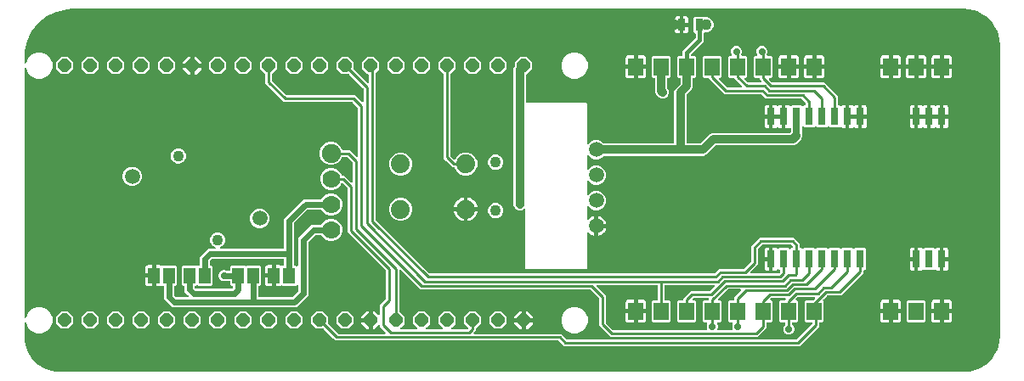
<source format=gbr>
G04 EAGLE Gerber RS-274X export*
G75*
%MOMM*%
%FSLAX34Y34*%
%LPD*%
%INTop Copper*%
%IPPOS*%
%AMOC8*
5,1,8,0,0,1.08239X$1,22.5*%
G01*
%ADD10P,1.415766X8X292.500000*%
%ADD11C,1.778000*%
%ADD12C,1.900000*%
%ADD13C,1.879600*%
%ADD14C,1.508000*%
%ADD15R,1.500000X1.800000*%
%ADD16R,0.780000X1.800000*%
%ADD17R,0.800000X1.200000*%
%ADD18R,1.168400X1.600200*%
%ADD19C,1.500000*%
%ADD20C,0.656400*%
%ADD21C,1.106400*%
%ADD22C,0.200000*%
%ADD23C,0.756400*%
%ADD24C,0.812800*%
%ADD25C,0.609600*%
%ADD26C,0.706400*%
%ADD27C,0.254000*%
%ADD28C,0.700000*%
%ADD29C,0.406400*%

G36*
X946184Y6816D02*
X946184Y6816D01*
X946215Y6813D01*
X950666Y7105D01*
X950775Y7127D01*
X950860Y7137D01*
X959458Y9441D01*
X959624Y9511D01*
X959699Y9540D01*
X967408Y13991D01*
X967551Y14103D01*
X967615Y14150D01*
X973910Y20445D01*
X974018Y20589D01*
X974069Y20652D01*
X978520Y28361D01*
X978587Y28528D01*
X978619Y28602D01*
X980923Y37200D01*
X980937Y37311D01*
X980955Y37394D01*
X981247Y41845D01*
X981244Y41879D01*
X981249Y41910D01*
X981249Y334010D01*
X981244Y334044D01*
X981247Y334075D01*
X980955Y338526D01*
X980933Y338635D01*
X980923Y338720D01*
X978619Y347318D01*
X978549Y347484D01*
X978520Y347559D01*
X974069Y355268D01*
X973957Y355411D01*
X973910Y355475D01*
X967615Y361770D01*
X967471Y361878D01*
X967408Y361929D01*
X959699Y366380D01*
X959532Y366447D01*
X959458Y366479D01*
X950860Y368783D01*
X950749Y368797D01*
X950666Y368815D01*
X946215Y369107D01*
X946181Y369104D01*
X946150Y369109D01*
X57150Y369109D01*
X57121Y369105D01*
X57094Y369108D01*
X51854Y368813D01*
X51763Y368795D01*
X51688Y368790D01*
X41471Y366458D01*
X41347Y366410D01*
X41259Y366384D01*
X31817Y361837D01*
X31707Y361763D01*
X31628Y361718D01*
X23434Y355184D01*
X23343Y355087D01*
X23276Y355026D01*
X16742Y346832D01*
X16675Y346718D01*
X16623Y346643D01*
X12076Y337201D01*
X12036Y337074D01*
X12002Y336989D01*
X9670Y326772D01*
X9668Y326745D01*
X9662Y326725D01*
X9661Y326673D01*
X9647Y326606D01*
X9352Y321366D01*
X9355Y321336D01*
X9351Y321310D01*
X9351Y315736D01*
X9363Y315650D01*
X9366Y315563D01*
X9383Y315511D01*
X9391Y315457D01*
X9426Y315378D01*
X9453Y315295D01*
X9484Y315250D01*
X9507Y315200D01*
X9563Y315134D01*
X9612Y315062D01*
X9654Y315027D01*
X9690Y314985D01*
X9763Y314938D01*
X9830Y314883D01*
X9880Y314861D01*
X9926Y314831D01*
X10009Y314806D01*
X10089Y314771D01*
X10143Y314765D01*
X10196Y314748D01*
X10283Y314747D01*
X10369Y314737D01*
X10423Y314745D01*
X10478Y314745D01*
X10562Y314768D01*
X10647Y314782D01*
X10697Y314805D01*
X10750Y314820D01*
X10824Y314866D01*
X10902Y314903D01*
X10943Y314939D01*
X10990Y314968D01*
X11048Y315033D01*
X11113Y315090D01*
X11139Y315134D01*
X11179Y315177D01*
X11228Y315280D01*
X11273Y315353D01*
X13109Y319784D01*
X16766Y323441D01*
X21544Y325421D01*
X26716Y325421D01*
X31494Y323441D01*
X35151Y319784D01*
X37131Y315006D01*
X37131Y309834D01*
X35151Y305056D01*
X31494Y301399D01*
X26716Y299419D01*
X21544Y299419D01*
X16766Y301399D01*
X13109Y305056D01*
X11273Y309487D01*
X11229Y309561D01*
X11193Y309640D01*
X11158Y309682D01*
X11130Y309729D01*
X11066Y309789D01*
X11010Y309855D01*
X10964Y309885D01*
X10924Y309922D01*
X10847Y309962D01*
X10774Y310009D01*
X10721Y310025D01*
X10672Y310050D01*
X10587Y310066D01*
X10504Y310092D01*
X10449Y310092D01*
X10395Y310102D01*
X10309Y310094D01*
X10222Y310095D01*
X10169Y310081D01*
X10115Y310075D01*
X10034Y310043D01*
X9950Y310020D01*
X9903Y309991D01*
X9853Y309971D01*
X9784Y309918D01*
X9710Y309872D01*
X9673Y309831D01*
X9630Y309797D01*
X9580Y309727D01*
X9521Y309663D01*
X9497Y309613D01*
X9465Y309569D01*
X9436Y309487D01*
X9398Y309409D01*
X9390Y309358D01*
X9371Y309303D01*
X9364Y309189D01*
X9351Y309104D01*
X9351Y61736D01*
X9359Y61675D01*
X9359Y61642D01*
X9364Y61624D01*
X9366Y61563D01*
X9383Y61511D01*
X9391Y61457D01*
X9426Y61378D01*
X9453Y61295D01*
X9484Y61250D01*
X9507Y61200D01*
X9563Y61134D01*
X9612Y61062D01*
X9654Y61027D01*
X9690Y60985D01*
X9763Y60938D01*
X9830Y60883D01*
X9880Y60861D01*
X9926Y60831D01*
X10009Y60806D01*
X10089Y60771D01*
X10143Y60765D01*
X10196Y60748D01*
X10283Y60747D01*
X10369Y60737D01*
X10423Y60745D01*
X10478Y60745D01*
X10562Y60768D01*
X10647Y60782D01*
X10697Y60805D01*
X10750Y60820D01*
X10824Y60866D01*
X10902Y60903D01*
X10943Y60939D01*
X10990Y60968D01*
X11048Y61033D01*
X11113Y61090D01*
X11139Y61134D01*
X11179Y61177D01*
X11228Y61280D01*
X11263Y61336D01*
X11269Y61346D01*
X11269Y61347D01*
X11273Y61353D01*
X13109Y65784D01*
X16766Y69441D01*
X21544Y71421D01*
X26716Y71421D01*
X31494Y69441D01*
X35151Y65784D01*
X37131Y61006D01*
X37131Y55834D01*
X35151Y51056D01*
X31494Y47399D01*
X26716Y45419D01*
X21544Y45419D01*
X16766Y47399D01*
X13109Y51056D01*
X11273Y55487D01*
X11229Y55561D01*
X11193Y55640D01*
X11158Y55682D01*
X11130Y55729D01*
X11066Y55789D01*
X11010Y55855D01*
X10964Y55885D01*
X10924Y55922D01*
X10847Y55962D01*
X10774Y56009D01*
X10721Y56025D01*
X10672Y56050D01*
X10587Y56066D01*
X10504Y56092D01*
X10449Y56092D01*
X10395Y56102D01*
X10309Y56094D01*
X10222Y56095D01*
X10169Y56081D01*
X10115Y56075D01*
X10034Y56043D01*
X9950Y56020D01*
X9903Y55991D01*
X9853Y55971D01*
X9784Y55918D01*
X9710Y55872D01*
X9673Y55831D01*
X9630Y55797D01*
X9580Y55727D01*
X9521Y55663D01*
X9497Y55613D01*
X9465Y55569D01*
X9436Y55487D01*
X9398Y55409D01*
X9390Y55358D01*
X9371Y55303D01*
X9364Y55189D01*
X9351Y55104D01*
X9351Y41910D01*
X9356Y41876D01*
X9353Y41845D01*
X9645Y37394D01*
X9667Y37285D01*
X9677Y37200D01*
X11981Y28602D01*
X12051Y28436D01*
X12080Y28361D01*
X16531Y20652D01*
X16643Y20509D01*
X16690Y20445D01*
X22985Y14150D01*
X23129Y14042D01*
X23192Y13991D01*
X30901Y9540D01*
X31068Y9473D01*
X31142Y9441D01*
X39740Y7137D01*
X39851Y7123D01*
X39934Y7105D01*
X44385Y6813D01*
X44419Y6816D01*
X44450Y6811D01*
X946150Y6811D01*
X946184Y6816D01*
G37*
%LPC*%
G36*
X546884Y32719D02*
X546884Y32719D01*
X544676Y34928D01*
X541733Y37871D01*
X541656Y37928D01*
X541585Y37993D01*
X541544Y38013D01*
X541508Y38040D01*
X541417Y38074D01*
X541331Y38116D01*
X541289Y38122D01*
X541244Y38139D01*
X541116Y38149D01*
X541027Y38163D01*
X319161Y38163D01*
X316953Y40372D01*
X307738Y49587D01*
X307661Y49644D01*
X307590Y49709D01*
X307549Y49729D01*
X307512Y49756D01*
X307422Y49790D01*
X307336Y49832D01*
X307294Y49838D01*
X307248Y49855D01*
X307121Y49865D01*
X307031Y49879D01*
X299992Y49879D01*
X294989Y54882D01*
X294989Y61958D01*
X299992Y66961D01*
X307068Y66961D01*
X312071Y61958D01*
X312071Y54919D01*
X312084Y54824D01*
X312089Y54728D01*
X312104Y54684D01*
X312111Y54639D01*
X312150Y54552D01*
X312182Y54461D01*
X312207Y54427D01*
X312227Y54383D01*
X312310Y54285D01*
X312363Y54212D01*
X321578Y44997D01*
X321655Y44940D01*
X321726Y44875D01*
X321767Y44855D01*
X321804Y44828D01*
X321894Y44794D01*
X321980Y44752D01*
X322022Y44746D01*
X322068Y44729D01*
X322195Y44719D01*
X322285Y44705D01*
X368627Y44705D01*
X368659Y44709D01*
X368691Y44707D01*
X368798Y44729D01*
X368907Y44745D01*
X368936Y44758D01*
X368968Y44764D01*
X369064Y44816D01*
X369164Y44861D01*
X369188Y44882D01*
X369216Y44897D01*
X369295Y44973D01*
X369378Y45044D01*
X369395Y45071D01*
X369419Y45094D01*
X369472Y45189D01*
X369532Y45280D01*
X369542Y45311D01*
X369558Y45339D01*
X369583Y45446D01*
X369615Y45550D01*
X369615Y45582D01*
X369623Y45613D01*
X369617Y45723D01*
X369618Y45832D01*
X369610Y45863D01*
X369608Y45895D01*
X369572Y45998D01*
X369543Y46104D01*
X369526Y46131D01*
X369516Y46162D01*
X369462Y46235D01*
X369395Y46344D01*
X369359Y46376D01*
X369334Y46411D01*
X363759Y51985D01*
X363759Y52595D01*
X363755Y52627D01*
X363757Y52659D01*
X363735Y52766D01*
X363719Y52874D01*
X363706Y52903D01*
X363700Y52935D01*
X363648Y53031D01*
X363603Y53131D01*
X363582Y53155D01*
X363567Y53184D01*
X363491Y53262D01*
X363420Y53345D01*
X363393Y53363D01*
X363370Y53386D01*
X363275Y53440D01*
X363184Y53500D01*
X363153Y53509D01*
X363125Y53525D01*
X363018Y53550D01*
X362914Y53582D01*
X362882Y53583D01*
X362851Y53590D01*
X362741Y53584D01*
X362632Y53586D01*
X362601Y53577D01*
X362569Y53576D01*
X362466Y53540D01*
X362360Y53511D01*
X362333Y53494D01*
X362302Y53483D01*
X362229Y53430D01*
X362120Y53362D01*
X362088Y53326D01*
X362053Y53301D01*
X358091Y49339D01*
X356329Y49339D01*
X356329Y57420D01*
X356320Y57483D01*
X356321Y57548D01*
X356300Y57622D01*
X356289Y57699D01*
X356263Y57758D01*
X356246Y57820D01*
X356205Y57886D01*
X356173Y57956D01*
X356131Y58005D01*
X356098Y58060D01*
X356040Y58111D01*
X355990Y58170D01*
X355936Y58206D01*
X355888Y58249D01*
X355819Y58282D01*
X355754Y58325D01*
X355692Y58344D01*
X355635Y58372D01*
X355565Y58382D01*
X355484Y58407D01*
X355399Y58408D01*
X355330Y58419D01*
X354329Y58419D01*
X354329Y58421D01*
X355330Y58421D01*
X355394Y58430D01*
X355458Y58429D01*
X355533Y58450D01*
X355609Y58461D01*
X355668Y58487D01*
X355730Y58504D01*
X355796Y58545D01*
X355866Y58577D01*
X355915Y58619D01*
X355970Y58652D01*
X356022Y58710D01*
X356080Y58760D01*
X356116Y58814D01*
X356159Y58862D01*
X356192Y58931D01*
X356235Y58996D01*
X356254Y59058D01*
X356282Y59116D01*
X356292Y59185D01*
X356317Y59266D01*
X356318Y59351D01*
X356329Y59420D01*
X356329Y67501D01*
X358091Y67501D01*
X362053Y63539D01*
X362079Y63519D01*
X362100Y63495D01*
X362192Y63435D01*
X362279Y63369D01*
X362309Y63358D01*
X362336Y63340D01*
X362441Y63308D01*
X362543Y63270D01*
X362575Y63267D01*
X362606Y63258D01*
X362715Y63256D01*
X362824Y63248D01*
X362856Y63255D01*
X362888Y63254D01*
X362993Y63283D01*
X363100Y63306D01*
X363129Y63321D01*
X363160Y63329D01*
X363253Y63387D01*
X363349Y63438D01*
X363372Y63461D01*
X363400Y63478D01*
X363473Y63559D01*
X363551Y63635D01*
X363567Y63663D01*
X363589Y63687D01*
X363636Y63785D01*
X363690Y63880D01*
X363698Y63912D01*
X363712Y63941D01*
X363726Y64030D01*
X363755Y64155D01*
X363753Y64203D01*
X363759Y64245D01*
X363759Y73745D01*
X365968Y75953D01*
X369563Y79548D01*
X369620Y79625D01*
X369685Y79696D01*
X369705Y79737D01*
X369732Y79774D01*
X369766Y79864D01*
X369808Y79950D01*
X369814Y79992D01*
X369831Y80038D01*
X369841Y80165D01*
X369855Y80255D01*
X369855Y107641D01*
X369842Y107736D01*
X369837Y107832D01*
X369822Y107875D01*
X369815Y107920D01*
X369776Y108007D01*
X369744Y108098D01*
X369719Y108133D01*
X369699Y108177D01*
X369616Y108274D01*
X369563Y108347D01*
X331247Y146662D01*
X331247Y190001D01*
X331234Y190096D01*
X331229Y190192D01*
X331214Y190236D01*
X331207Y190281D01*
X331168Y190368D01*
X331136Y190459D01*
X331111Y190493D01*
X331091Y190537D01*
X331008Y190635D01*
X330955Y190708D01*
X326495Y195168D01*
X326400Y195239D01*
X326308Y195314D01*
X326287Y195323D01*
X326269Y195337D01*
X326158Y195379D01*
X326049Y195426D01*
X326027Y195429D01*
X326005Y195437D01*
X325887Y195446D01*
X325769Y195460D01*
X325747Y195457D01*
X325724Y195458D01*
X325608Y195434D01*
X325491Y195415D01*
X325470Y195405D01*
X325448Y195401D01*
X325343Y195345D01*
X325236Y195294D01*
X325219Y195279D01*
X325199Y195268D01*
X325114Y195186D01*
X325025Y195107D01*
X325014Y195088D01*
X324997Y195072D01*
X324905Y194909D01*
X324865Y194844D01*
X324193Y193221D01*
X321129Y190157D01*
X317126Y188499D01*
X312794Y188499D01*
X308791Y190157D01*
X305727Y193221D01*
X304069Y197224D01*
X304069Y201556D01*
X305727Y205559D01*
X308791Y208623D01*
X312794Y210281D01*
X317126Y210281D01*
X321129Y208623D01*
X324193Y205559D01*
X325138Y203278D01*
X325142Y203271D01*
X325144Y203263D01*
X325145Y203262D01*
X325145Y203260D01*
X325214Y203148D01*
X325281Y203035D01*
X325288Y203028D01*
X325293Y203020D01*
X325391Y202932D01*
X325487Y202842D01*
X325496Y202838D01*
X325503Y202831D01*
X325621Y202774D01*
X325739Y202714D01*
X325748Y202712D01*
X325756Y202708D01*
X325832Y202696D01*
X326016Y202662D01*
X326040Y202664D01*
X326061Y202661D01*
X328253Y202661D01*
X334875Y196038D01*
X334901Y196019D01*
X334922Y195994D01*
X335014Y195934D01*
X335101Y195869D01*
X335131Y195857D01*
X335158Y195840D01*
X335263Y195808D01*
X335365Y195769D01*
X335397Y195767D01*
X335428Y195757D01*
X335537Y195756D01*
X335646Y195747D01*
X335678Y195754D01*
X335710Y195754D01*
X335815Y195783D01*
X335922Y195805D01*
X335951Y195820D01*
X335982Y195829D01*
X336075Y195886D01*
X336171Y195938D01*
X336194Y195960D01*
X336222Y195977D01*
X336295Y196058D01*
X336373Y196134D01*
X336389Y196162D01*
X336411Y196186D01*
X336458Y196285D01*
X336512Y196380D01*
X336520Y196411D01*
X336534Y196440D01*
X336548Y196529D01*
X336577Y196654D01*
X336575Y196703D01*
X336581Y196745D01*
X336581Y215401D01*
X336568Y215496D01*
X336563Y215592D01*
X336548Y215636D01*
X336541Y215681D01*
X336502Y215768D01*
X336470Y215859D01*
X336445Y215893D01*
X336425Y215937D01*
X336342Y216035D01*
X336289Y216108D01*
X331170Y221227D01*
X331093Y221284D01*
X331022Y221349D01*
X330981Y221369D01*
X330944Y221396D01*
X330854Y221430D01*
X330768Y221472D01*
X330726Y221478D01*
X330680Y221495D01*
X330553Y221505D01*
X330463Y221519D01*
X326721Y221519D01*
X326712Y221518D01*
X326702Y221519D01*
X326572Y221498D01*
X326442Y221479D01*
X326433Y221476D01*
X326424Y221474D01*
X326305Y221417D01*
X326185Y221363D01*
X326178Y221357D01*
X326169Y221353D01*
X326071Y221265D01*
X325971Y221180D01*
X325966Y221172D01*
X325959Y221166D01*
X325919Y221100D01*
X325816Y220944D01*
X325809Y220921D01*
X325798Y220902D01*
X324710Y218275D01*
X321475Y215040D01*
X317248Y213289D01*
X312672Y213289D01*
X308445Y215040D01*
X305210Y218275D01*
X303459Y222502D01*
X303459Y227078D01*
X305210Y231305D01*
X308445Y234540D01*
X312672Y236291D01*
X317248Y236291D01*
X321475Y234540D01*
X324710Y231305D01*
X325798Y228678D01*
X325803Y228669D01*
X325805Y228660D01*
X325875Y228548D01*
X325942Y228435D01*
X325949Y228428D01*
X325954Y228420D01*
X326052Y228332D01*
X326147Y228242D01*
X326156Y228238D01*
X326163Y228231D01*
X326281Y228174D01*
X326399Y228114D01*
X326408Y228112D01*
X326417Y228108D01*
X326492Y228096D01*
X326676Y228062D01*
X326700Y228064D01*
X326721Y228061D01*
X333587Y228061D01*
X340209Y221438D01*
X340235Y221419D01*
X340256Y221394D01*
X340348Y221334D01*
X340435Y221269D01*
X340465Y221257D01*
X340492Y221240D01*
X340597Y221208D01*
X340699Y221169D01*
X340731Y221167D01*
X340762Y221157D01*
X340871Y221156D01*
X340980Y221147D01*
X341012Y221154D01*
X341044Y221154D01*
X341149Y221183D01*
X341256Y221205D01*
X341285Y221220D01*
X341316Y221229D01*
X341409Y221286D01*
X341505Y221338D01*
X341528Y221360D01*
X341556Y221377D01*
X341629Y221458D01*
X341707Y221534D01*
X341723Y221562D01*
X341745Y221586D01*
X341792Y221685D01*
X341846Y221780D01*
X341854Y221811D01*
X341868Y221840D01*
X341882Y221929D01*
X341911Y222054D01*
X341909Y222103D01*
X341915Y222145D01*
X341915Y270011D01*
X341902Y270106D01*
X341897Y270202D01*
X341882Y270246D01*
X341875Y270291D01*
X341836Y270378D01*
X341804Y270469D01*
X341779Y270503D01*
X341759Y270547D01*
X341676Y270645D01*
X341623Y270718D01*
X336504Y275837D01*
X336427Y275894D01*
X336356Y275959D01*
X336315Y275979D01*
X336278Y276006D01*
X336188Y276040D01*
X336102Y276082D01*
X336060Y276088D01*
X336014Y276105D01*
X335887Y276115D01*
X335797Y276129D01*
X267885Y276129D01*
X249459Y294555D01*
X249459Y303198D01*
X249446Y303293D01*
X249441Y303390D01*
X249426Y303433D01*
X249419Y303478D01*
X249380Y303565D01*
X249348Y303656D01*
X249323Y303690D01*
X249303Y303735D01*
X249220Y303832D01*
X249167Y303905D01*
X244189Y308882D01*
X244189Y315958D01*
X249192Y320961D01*
X256268Y320961D01*
X261271Y315958D01*
X261271Y308882D01*
X256293Y303905D01*
X256236Y303828D01*
X256171Y303757D01*
X256151Y303716D01*
X256124Y303679D01*
X256090Y303589D01*
X256048Y303503D01*
X256042Y303461D01*
X256025Y303416D01*
X256015Y303288D01*
X256001Y303198D01*
X256001Y297679D01*
X256014Y297584D01*
X256019Y297488D01*
X256034Y297444D01*
X256041Y297399D01*
X256080Y297312D01*
X256112Y297221D01*
X256137Y297187D01*
X256157Y297143D01*
X256240Y297045D01*
X256293Y296972D01*
X270302Y282963D01*
X270379Y282906D01*
X270450Y282841D01*
X270491Y282821D01*
X270528Y282794D01*
X270618Y282760D01*
X270704Y282718D01*
X270746Y282712D01*
X270792Y282695D01*
X270919Y282685D01*
X271009Y282671D01*
X338921Y282671D01*
X345543Y276048D01*
X345569Y276029D01*
X345590Y276004D01*
X345682Y275944D01*
X345769Y275879D01*
X345799Y275867D01*
X345826Y275850D01*
X345931Y275818D01*
X346033Y275779D01*
X346065Y275777D01*
X346096Y275767D01*
X346205Y275766D01*
X346314Y275757D01*
X346346Y275764D01*
X346378Y275764D01*
X346483Y275793D01*
X346590Y275815D01*
X346619Y275830D01*
X346650Y275839D01*
X346743Y275896D01*
X346839Y275948D01*
X346862Y275970D01*
X346890Y275987D01*
X346963Y276068D01*
X347041Y276144D01*
X347057Y276172D01*
X347079Y276196D01*
X347126Y276295D01*
X347180Y276390D01*
X347188Y276421D01*
X347202Y276450D01*
X347216Y276539D01*
X347245Y276664D01*
X347243Y276713D01*
X347249Y276755D01*
X347249Y289061D01*
X347236Y289156D01*
X347231Y289252D01*
X347216Y289296D01*
X347209Y289341D01*
X347170Y289428D01*
X347138Y289519D01*
X347113Y289553D01*
X347093Y289597D01*
X347010Y289695D01*
X346957Y289768D01*
X333138Y303587D01*
X333061Y303644D01*
X332990Y303709D01*
X332949Y303729D01*
X332912Y303756D01*
X332822Y303790D01*
X332736Y303832D01*
X332694Y303838D01*
X332648Y303855D01*
X332521Y303865D01*
X332431Y303879D01*
X325392Y303879D01*
X320389Y308882D01*
X320389Y315958D01*
X325392Y320961D01*
X332468Y320961D01*
X337471Y315958D01*
X337471Y308919D01*
X337484Y308824D01*
X337489Y308728D01*
X337504Y308684D01*
X337511Y308639D01*
X337550Y308552D01*
X337582Y308461D01*
X337607Y308427D01*
X337627Y308383D01*
X337710Y308285D01*
X337763Y308212D01*
X350877Y295098D01*
X350903Y295079D01*
X350924Y295054D01*
X351016Y294994D01*
X351103Y294929D01*
X351133Y294917D01*
X351160Y294900D01*
X351265Y294868D01*
X351367Y294829D01*
X351399Y294827D01*
X351430Y294817D01*
X351539Y294816D01*
X351648Y294807D01*
X351680Y294814D01*
X351712Y294814D01*
X351817Y294843D01*
X351924Y294865D01*
X351953Y294880D01*
X351984Y294889D01*
X352077Y294946D01*
X352173Y294998D01*
X352196Y295020D01*
X352224Y295037D01*
X352297Y295118D01*
X352375Y295194D01*
X352391Y295222D01*
X352413Y295246D01*
X352460Y295345D01*
X352514Y295440D01*
X352522Y295471D01*
X352536Y295500D01*
X352550Y295589D01*
X352579Y295714D01*
X352577Y295763D01*
X352583Y295805D01*
X352583Y302880D01*
X352574Y302944D01*
X352575Y303008D01*
X352554Y303083D01*
X352543Y303159D01*
X352517Y303218D01*
X352500Y303280D01*
X352459Y303346D01*
X352427Y303416D01*
X352385Y303465D01*
X352352Y303520D01*
X352294Y303572D01*
X352244Y303630D01*
X352190Y303666D01*
X352142Y303709D01*
X352073Y303742D01*
X352008Y303785D01*
X351946Y303804D01*
X351889Y303832D01*
X351819Y303843D01*
X351738Y303867D01*
X351653Y303868D01*
X351584Y303879D01*
X350792Y303879D01*
X345789Y308882D01*
X345789Y315958D01*
X350792Y320961D01*
X357868Y320961D01*
X362871Y315958D01*
X362871Y308882D01*
X359417Y305429D01*
X359360Y305352D01*
X359295Y305281D01*
X359275Y305240D01*
X359248Y305203D01*
X359214Y305113D01*
X359172Y305027D01*
X359166Y304985D01*
X359149Y304940D01*
X359139Y304812D01*
X359125Y304722D01*
X359125Y158995D01*
X359138Y158900D01*
X359143Y158804D01*
X359158Y158760D01*
X359165Y158715D01*
X359204Y158628D01*
X359236Y158537D01*
X359261Y158503D01*
X359281Y158459D01*
X359364Y158361D01*
X359417Y158288D01*
X412542Y105163D01*
X412619Y105106D01*
X412690Y105041D01*
X412731Y105021D01*
X412768Y104994D01*
X412858Y104960D01*
X412944Y104918D01*
X412986Y104912D01*
X413032Y104895D01*
X413159Y104885D01*
X413249Y104871D01*
X696520Y104871D01*
X696615Y104884D01*
X696711Y104889D01*
X696754Y104904D01*
X696799Y104911D01*
X696886Y104950D01*
X696977Y104982D01*
X697012Y105007D01*
X697056Y105027D01*
X697153Y105110D01*
X697226Y105163D01*
X699645Y107582D01*
X701853Y109791D01*
X725781Y109791D01*
X725876Y109804D01*
X725972Y109809D01*
X726016Y109824D01*
X726061Y109831D01*
X726148Y109870D01*
X726239Y109902D01*
X726273Y109927D01*
X726317Y109947D01*
X726415Y110030D01*
X726488Y110083D01*
X733037Y116632D01*
X733094Y116709D01*
X733159Y116780D01*
X733179Y116821D01*
X733206Y116858D01*
X733240Y116948D01*
X733282Y117034D01*
X733288Y117076D01*
X733305Y117122D01*
X733315Y117249D01*
X733329Y117339D01*
X733329Y132165D01*
X741595Y140431D01*
X776055Y140431D01*
X781781Y134705D01*
X781781Y131380D01*
X781790Y131316D01*
X781789Y131252D01*
X781810Y131177D01*
X781821Y131101D01*
X781847Y131042D01*
X781864Y130980D01*
X781905Y130914D01*
X781937Y130844D01*
X781979Y130795D01*
X782012Y130740D01*
X782070Y130688D01*
X782120Y130630D01*
X782174Y130594D01*
X782222Y130551D01*
X782291Y130518D01*
X782356Y130475D01*
X782418Y130456D01*
X782475Y130428D01*
X782545Y130417D01*
X782626Y130393D01*
X782711Y130392D01*
X782780Y130381D01*
X783239Y130381D01*
X784153Y129466D01*
X784205Y129427D01*
X784250Y129381D01*
X784317Y129343D01*
X784379Y129297D01*
X784439Y129274D01*
X784495Y129242D01*
X784570Y129225D01*
X784643Y129197D01*
X784707Y129192D01*
X784769Y129177D01*
X784847Y129181D01*
X784924Y129175D01*
X784987Y129189D01*
X785051Y129192D01*
X785124Y129217D01*
X785200Y129233D01*
X785257Y129263D01*
X785318Y129284D01*
X785374Y129326D01*
X785449Y129365D01*
X785510Y129425D01*
X785567Y129466D01*
X786481Y130381D01*
X795939Y130381D01*
X796853Y129466D01*
X796905Y129427D01*
X796950Y129381D01*
X797017Y129343D01*
X797079Y129297D01*
X797139Y129274D01*
X797195Y129242D01*
X797270Y129225D01*
X797343Y129197D01*
X797407Y129192D01*
X797469Y129177D01*
X797547Y129181D01*
X797624Y129175D01*
X797687Y129189D01*
X797751Y129192D01*
X797824Y129217D01*
X797900Y129233D01*
X797957Y129263D01*
X798018Y129284D01*
X798074Y129326D01*
X798149Y129365D01*
X798210Y129425D01*
X798267Y129466D01*
X799181Y130381D01*
X808639Y130381D01*
X809553Y129466D01*
X809605Y129427D01*
X809650Y129381D01*
X809717Y129343D01*
X809779Y129297D01*
X809839Y129274D01*
X809895Y129242D01*
X809970Y129225D01*
X810043Y129197D01*
X810107Y129192D01*
X810169Y129177D01*
X810247Y129181D01*
X810324Y129175D01*
X810387Y129189D01*
X810451Y129192D01*
X810524Y129217D01*
X810600Y129233D01*
X810657Y129263D01*
X810718Y129284D01*
X810774Y129326D01*
X810849Y129365D01*
X810910Y129425D01*
X810967Y129466D01*
X811881Y130381D01*
X821339Y130381D01*
X822253Y129466D01*
X822305Y129427D01*
X822350Y129381D01*
X822417Y129343D01*
X822479Y129297D01*
X822539Y129274D01*
X822595Y129242D01*
X822670Y129225D01*
X822743Y129197D01*
X822807Y129192D01*
X822869Y129177D01*
X822947Y129181D01*
X823024Y129175D01*
X823087Y129189D01*
X823151Y129192D01*
X823224Y129217D01*
X823300Y129233D01*
X823357Y129263D01*
X823418Y129284D01*
X823474Y129326D01*
X823549Y129365D01*
X823610Y129425D01*
X823667Y129466D01*
X824581Y130381D01*
X834039Y130381D01*
X834953Y129466D01*
X835005Y129427D01*
X835050Y129381D01*
X835117Y129343D01*
X835179Y129297D01*
X835239Y129274D01*
X835295Y129242D01*
X835370Y129225D01*
X835443Y129197D01*
X835507Y129192D01*
X835569Y129177D01*
X835647Y129181D01*
X835724Y129175D01*
X835787Y129189D01*
X835851Y129192D01*
X835924Y129217D01*
X836000Y129233D01*
X836057Y129263D01*
X836118Y129284D01*
X836174Y129326D01*
X836249Y129365D01*
X836310Y129425D01*
X836367Y129466D01*
X837281Y130381D01*
X846739Y130381D01*
X847911Y129209D01*
X847911Y109551D01*
X846739Y108379D01*
X846280Y108379D01*
X846216Y108370D01*
X846152Y108371D01*
X846077Y108350D01*
X846001Y108339D01*
X845942Y108313D01*
X845880Y108296D01*
X845814Y108255D01*
X845744Y108223D01*
X845695Y108181D01*
X845640Y108148D01*
X845588Y108090D01*
X845530Y108040D01*
X845494Y107986D01*
X845451Y107938D01*
X845418Y107869D01*
X845375Y107804D01*
X845356Y107742D01*
X845328Y107685D01*
X845317Y107615D01*
X845293Y107534D01*
X845292Y107449D01*
X845281Y107380D01*
X845281Y105325D01*
X823045Y83089D01*
X809489Y83089D01*
X809394Y83076D01*
X809298Y83071D01*
X809254Y83056D01*
X809209Y83049D01*
X809122Y83010D01*
X809031Y82978D01*
X808997Y82953D01*
X808953Y82933D01*
X808855Y82850D01*
X808782Y82797D01*
X805164Y79179D01*
X805126Y79127D01*
X805079Y79082D01*
X805041Y79015D01*
X804995Y78953D01*
X804972Y78893D01*
X804940Y78837D01*
X804923Y78762D01*
X804895Y78689D01*
X804890Y78625D01*
X804875Y78562D01*
X804879Y78485D01*
X804873Y78408D01*
X804887Y78345D01*
X804890Y78281D01*
X804915Y78208D01*
X804931Y78132D01*
X804961Y78075D01*
X804982Y78014D01*
X805024Y77958D01*
X805064Y77883D01*
X805123Y77822D01*
X805164Y77765D01*
X805791Y77139D01*
X805791Y57481D01*
X804619Y56309D01*
X801830Y56309D01*
X801766Y56300D01*
X801702Y56301D01*
X801627Y56280D01*
X801551Y56269D01*
X801492Y56243D01*
X801430Y56226D01*
X801364Y56185D01*
X801294Y56153D01*
X801245Y56111D01*
X801190Y56078D01*
X801138Y56020D01*
X801080Y55970D01*
X801044Y55916D01*
X801001Y55868D01*
X800968Y55799D01*
X800925Y55734D01*
X800906Y55672D01*
X800878Y55615D01*
X800867Y55545D01*
X800843Y55464D01*
X800842Y55379D01*
X800831Y55310D01*
X800831Y51985D01*
X781565Y32719D01*
X546884Y32719D01*
G37*
%LPD*%
%LPC*%
G36*
X508954Y109727D02*
X508954Y109727D01*
X508507Y110174D01*
X508507Y168588D01*
X508503Y168620D01*
X508505Y168652D01*
X508483Y168759D01*
X508467Y168867D01*
X508454Y168897D01*
X508448Y168928D01*
X508396Y169025D01*
X508351Y169124D01*
X508330Y169149D01*
X508315Y169177D01*
X508239Y169256D01*
X508168Y169339D01*
X508141Y169356D01*
X508118Y169379D01*
X508024Y169433D01*
X507932Y169493D01*
X507901Y169502D01*
X507873Y169518D01*
X507767Y169543D01*
X507662Y169575D01*
X507630Y169576D01*
X507599Y169583D01*
X507489Y169578D01*
X507380Y169579D01*
X507349Y169571D01*
X507317Y169569D01*
X507214Y169533D01*
X507108Y169504D01*
X507081Y169487D01*
X507050Y169476D01*
X506977Y169423D01*
X506868Y169356D01*
X506836Y169320D01*
X506801Y169295D01*
X506355Y168849D01*
X504126Y167925D01*
X501714Y167925D01*
X499485Y168849D01*
X497779Y170555D01*
X496855Y172784D01*
X496855Y309816D01*
X497779Y312045D01*
X497897Y312163D01*
X497954Y312240D01*
X498019Y312312D01*
X498039Y312352D01*
X498066Y312389D01*
X498100Y312479D01*
X498142Y312565D01*
X498148Y312607D01*
X498165Y312653D01*
X498175Y312780D01*
X498189Y312870D01*
X498189Y315958D01*
X503192Y320961D01*
X510268Y320961D01*
X515271Y315958D01*
X515271Y308882D01*
X510268Y303879D01*
X509984Y303879D01*
X509920Y303870D01*
X509856Y303871D01*
X509781Y303850D01*
X509705Y303839D01*
X509646Y303813D01*
X509584Y303796D01*
X509518Y303755D01*
X509448Y303723D01*
X509399Y303681D01*
X509344Y303648D01*
X509292Y303590D01*
X509234Y303540D01*
X509198Y303486D01*
X509155Y303438D01*
X509122Y303369D01*
X509079Y303304D01*
X509060Y303242D01*
X509032Y303185D01*
X509021Y303115D01*
X508997Y303034D01*
X508996Y302949D01*
X508985Y302880D01*
X508985Y276082D01*
X508994Y276018D01*
X508993Y275954D01*
X509014Y275879D01*
X509025Y275803D01*
X509051Y275744D01*
X509068Y275682D01*
X509109Y275616D01*
X509141Y275546D01*
X509183Y275497D01*
X509216Y275442D01*
X509274Y275390D01*
X509324Y275332D01*
X509378Y275296D01*
X509426Y275253D01*
X509495Y275220D01*
X509560Y275177D01*
X509622Y275158D01*
X509679Y275130D01*
X509749Y275119D01*
X509830Y275095D01*
X509915Y275094D01*
X509984Y275083D01*
X569276Y275083D01*
X569723Y274636D01*
X569723Y235108D01*
X569727Y235076D01*
X569725Y235044D01*
X569747Y234937D01*
X569763Y234829D01*
X569776Y234799D01*
X569782Y234768D01*
X569834Y234671D01*
X569879Y234572D01*
X569900Y234547D01*
X569915Y234519D01*
X569991Y234440D01*
X570062Y234357D01*
X570089Y234340D01*
X570112Y234317D01*
X570207Y234263D01*
X570298Y234203D01*
X570329Y234193D01*
X570357Y234178D01*
X570463Y234152D01*
X570568Y234120D01*
X570600Y234120D01*
X570631Y234113D01*
X570741Y234118D01*
X570850Y234117D01*
X570881Y234125D01*
X570913Y234127D01*
X571016Y234163D01*
X571122Y234192D01*
X571149Y234209D01*
X571180Y234219D01*
X571253Y234273D01*
X571362Y234340D01*
X571394Y234376D01*
X571429Y234401D01*
X573716Y236688D01*
X577222Y238141D01*
X581018Y238141D01*
X584524Y236688D01*
X586255Y234957D01*
X586332Y234900D01*
X586403Y234835D01*
X586444Y234815D01*
X586481Y234788D01*
X586571Y234754D01*
X586657Y234712D01*
X586699Y234706D01*
X586745Y234689D01*
X586872Y234679D01*
X586962Y234665D01*
X655876Y234665D01*
X655940Y234674D01*
X656004Y234673D01*
X656079Y234694D01*
X656155Y234705D01*
X656214Y234731D01*
X656276Y234748D01*
X656342Y234789D01*
X656412Y234821D01*
X656461Y234863D01*
X656516Y234896D01*
X656568Y234954D01*
X656626Y235004D01*
X656662Y235058D01*
X656705Y235106D01*
X656738Y235175D01*
X656781Y235240D01*
X656800Y235302D01*
X656828Y235359D01*
X656839Y235429D01*
X656863Y235510D01*
X656864Y235595D01*
X656875Y235664D01*
X656875Y286956D01*
X657799Y289185D01*
X659645Y291032D01*
X662933Y294319D01*
X662990Y294396D01*
X663055Y294468D01*
X663075Y294509D01*
X663102Y294545D01*
X663136Y294635D01*
X663178Y294721D01*
X663184Y294763D01*
X663201Y294809D01*
X663211Y294936D01*
X663225Y295026D01*
X663225Y299150D01*
X663216Y299214D01*
X663217Y299278D01*
X663196Y299353D01*
X663185Y299429D01*
X663159Y299488D01*
X663142Y299550D01*
X663101Y299616D01*
X663069Y299686D01*
X663027Y299735D01*
X662994Y299790D01*
X662936Y299842D01*
X662886Y299900D01*
X662832Y299936D01*
X662784Y299979D01*
X662715Y300012D01*
X662650Y300055D01*
X662588Y300074D01*
X662531Y300102D01*
X662461Y300113D01*
X662380Y300137D01*
X662295Y300138D01*
X662226Y300149D01*
X660961Y300149D01*
X659789Y301321D01*
X659789Y320979D01*
X660961Y322151D01*
X664258Y322151D01*
X664322Y322160D01*
X664386Y322159D01*
X664461Y322180D01*
X664537Y322191D01*
X664596Y322217D01*
X664658Y322234D01*
X664724Y322275D01*
X664794Y322307D01*
X664843Y322349D01*
X664898Y322382D01*
X664950Y322440D01*
X665008Y322490D01*
X665044Y322544D01*
X665087Y322592D01*
X665120Y322661D01*
X665163Y322726D01*
X665182Y322788D01*
X665210Y322845D01*
X665221Y322915D01*
X665245Y322996D01*
X665246Y323081D01*
X665257Y323150D01*
X665257Y326680D01*
X677775Y339198D01*
X677832Y339275D01*
X677897Y339346D01*
X677917Y339387D01*
X677944Y339423D01*
X677978Y339513D01*
X678020Y339600D01*
X678026Y339642D01*
X678043Y339687D01*
X678053Y339815D01*
X678067Y339904D01*
X678067Y344060D01*
X678058Y344124D01*
X678059Y344188D01*
X678038Y344263D01*
X678027Y344339D01*
X678001Y344398D01*
X677984Y344460D01*
X677943Y344526D01*
X677911Y344596D01*
X677869Y344645D01*
X677836Y344700D01*
X677778Y344752D01*
X677728Y344810D01*
X677674Y344846D01*
X677626Y344889D01*
X677557Y344922D01*
X677492Y344965D01*
X677430Y344984D01*
X677373Y345012D01*
X677309Y345022D01*
X676099Y346231D01*
X676099Y359889D01*
X677271Y361061D01*
X686929Y361061D01*
X687104Y360885D01*
X687181Y360828D01*
X687252Y360763D01*
X687293Y360743D01*
X687330Y360716D01*
X687420Y360682D01*
X687506Y360640D01*
X687548Y360634D01*
X687594Y360617D01*
X687721Y360607D01*
X687811Y360593D01*
X689838Y360593D01*
X692607Y359446D01*
X694726Y357327D01*
X695873Y354558D01*
X695873Y351562D01*
X694726Y348793D01*
X692607Y346674D01*
X689838Y345527D01*
X687811Y345527D01*
X687716Y345514D01*
X687619Y345509D01*
X687576Y345494D01*
X687531Y345487D01*
X687444Y345448D01*
X687353Y345416D01*
X687319Y345391D01*
X687274Y345371D01*
X687177Y345288D01*
X687104Y345235D01*
X686895Y345025D01*
X686853Y345019D01*
X686794Y344993D01*
X686732Y344976D01*
X686666Y344935D01*
X686596Y344903D01*
X686547Y344861D01*
X686492Y344828D01*
X686440Y344770D01*
X686382Y344720D01*
X686346Y344666D01*
X686303Y344618D01*
X686270Y344549D01*
X686227Y344484D01*
X686208Y344422D01*
X686180Y344365D01*
X686169Y344295D01*
X686145Y344214D01*
X686144Y344129D01*
X686133Y344060D01*
X686133Y336150D01*
X683478Y333495D01*
X673840Y323857D01*
X673820Y323831D01*
X673796Y323810D01*
X673736Y323718D01*
X673670Y323631D01*
X673659Y323601D01*
X673641Y323574D01*
X673609Y323469D01*
X673571Y323367D01*
X673568Y323335D01*
X673559Y323304D01*
X673558Y323195D01*
X673549Y323086D01*
X673556Y323054D01*
X673555Y323022D01*
X673584Y322917D01*
X673607Y322810D01*
X673622Y322781D01*
X673630Y322750D01*
X673688Y322657D01*
X673739Y322561D01*
X673762Y322538D01*
X673779Y322510D01*
X673860Y322437D01*
X673936Y322359D01*
X673964Y322343D01*
X673988Y322321D01*
X674086Y322274D01*
X674181Y322220D01*
X674213Y322212D01*
X674242Y322198D01*
X674331Y322184D01*
X674456Y322155D01*
X674504Y322157D01*
X674546Y322151D01*
X677619Y322151D01*
X678791Y320979D01*
X678791Y301321D01*
X677619Y300149D01*
X676354Y300149D01*
X676290Y300140D01*
X676226Y300141D01*
X676151Y300120D01*
X676075Y300109D01*
X676016Y300083D01*
X675954Y300066D01*
X675888Y300025D01*
X675818Y299993D01*
X675769Y299951D01*
X675714Y299918D01*
X675662Y299860D01*
X675604Y299810D01*
X675568Y299756D01*
X675525Y299708D01*
X675492Y299639D01*
X675449Y299574D01*
X675430Y299512D01*
X675402Y299455D01*
X675391Y299385D01*
X675367Y299304D01*
X675366Y299219D01*
X675355Y299150D01*
X675355Y290894D01*
X674431Y288665D01*
X669297Y283531D01*
X669240Y283454D01*
X669175Y283382D01*
X669155Y283341D01*
X669128Y283305D01*
X669094Y283215D01*
X669052Y283129D01*
X669046Y283087D01*
X669029Y283041D01*
X669019Y282914D01*
X669005Y282824D01*
X669005Y235664D01*
X669014Y235600D01*
X669013Y235536D01*
X669034Y235461D01*
X669045Y235385D01*
X669071Y235326D01*
X669088Y235264D01*
X669129Y235198D01*
X669161Y235128D01*
X669203Y235079D01*
X669236Y235024D01*
X669294Y234972D01*
X669344Y234914D01*
X669398Y234878D01*
X669446Y234835D01*
X669515Y234802D01*
X669580Y234759D01*
X669642Y234740D01*
X669699Y234712D01*
X669769Y234701D01*
X669850Y234677D01*
X669935Y234676D01*
X670004Y234665D01*
X682357Y234665D01*
X682452Y234678D01*
X682548Y234683D01*
X682591Y234698D01*
X682636Y234705D01*
X682723Y234744D01*
X682814Y234776D01*
X682849Y234801D01*
X682893Y234821D01*
X682990Y234904D01*
X683063Y234957D01*
X692463Y244357D01*
X694692Y245281D01*
X772010Y245281D01*
X772074Y245290D01*
X772138Y245289D01*
X772213Y245310D01*
X772289Y245321D01*
X772348Y245347D01*
X772410Y245364D01*
X772476Y245405D01*
X772546Y245437D01*
X772595Y245479D01*
X772650Y245512D01*
X772702Y245570D01*
X772760Y245620D01*
X772796Y245674D01*
X772839Y245722D01*
X772872Y245791D01*
X772915Y245856D01*
X772934Y245918D01*
X772962Y245975D01*
X772973Y246045D01*
X772997Y246126D01*
X772998Y246211D01*
X773009Y246280D01*
X773009Y249914D01*
X773005Y249946D01*
X773007Y249978D01*
X772985Y250085D01*
X772969Y250193D01*
X772956Y250222D01*
X772950Y250254D01*
X772898Y250350D01*
X772853Y250450D01*
X772832Y250474D01*
X772817Y250503D01*
X772741Y250581D01*
X772670Y250664D01*
X772643Y250682D01*
X772620Y250705D01*
X772526Y250759D01*
X772434Y250819D01*
X772403Y250828D01*
X772375Y250844D01*
X772269Y250869D01*
X772164Y250901D01*
X772132Y250901D01*
X772100Y250909D01*
X771991Y250903D01*
X771882Y250905D01*
X771851Y250896D01*
X771819Y250895D01*
X771716Y250859D01*
X771610Y250830D01*
X771583Y250813D01*
X771552Y250802D01*
X771479Y250749D01*
X771370Y250681D01*
X771338Y250645D01*
X771303Y250620D01*
X771270Y250587D01*
X770691Y250252D01*
X770045Y250079D01*
X767759Y250079D01*
X767759Y260670D01*
X767751Y260729D01*
X767751Y260748D01*
X767750Y260750D01*
X767751Y260798D01*
X767730Y260872D01*
X767719Y260949D01*
X767693Y261007D01*
X767676Y261069D01*
X767635Y261135D01*
X767603Y261206D01*
X767561Y261255D01*
X767528Y261309D01*
X767470Y261361D01*
X767420Y261420D01*
X767366Y261455D01*
X767318Y261498D01*
X767249Y261532D01*
X767184Y261575D01*
X767122Y261593D01*
X767065Y261621D01*
X767063Y261622D01*
X767098Y261637D01*
X767160Y261654D01*
X767226Y261695D01*
X767296Y261727D01*
X767345Y261769D01*
X767400Y261803D01*
X767452Y261860D01*
X767510Y261910D01*
X767546Y261964D01*
X767589Y262012D01*
X767622Y262081D01*
X767665Y262146D01*
X767684Y262208D01*
X767712Y262266D01*
X767723Y262335D01*
X767747Y262416D01*
X767748Y262501D01*
X767759Y262570D01*
X767759Y273161D01*
X770045Y273161D01*
X770691Y272988D01*
X771270Y272653D01*
X771835Y272088D01*
X771887Y272049D01*
X771932Y272003D01*
X771999Y271965D01*
X772061Y271919D01*
X772121Y271896D01*
X772177Y271864D01*
X772252Y271846D01*
X772325Y271819D01*
X772389Y271814D01*
X772451Y271799D01*
X772529Y271803D01*
X772606Y271797D01*
X772669Y271810D01*
X772733Y271814D01*
X772806Y271839D01*
X772882Y271855D01*
X772939Y271885D01*
X772999Y271906D01*
X773056Y271948D01*
X773131Y271987D01*
X773192Y272046D01*
X773248Y272088D01*
X773781Y272621D01*
X783239Y272621D01*
X784153Y271706D01*
X784205Y271667D01*
X784250Y271621D01*
X784317Y271583D01*
X784379Y271537D01*
X784439Y271514D01*
X784495Y271482D01*
X784570Y271465D01*
X784643Y271437D01*
X784707Y271432D01*
X784769Y271417D01*
X784847Y271421D01*
X784924Y271415D01*
X784987Y271429D01*
X785051Y271432D01*
X785124Y271457D01*
X785200Y271473D01*
X785257Y271503D01*
X785318Y271524D01*
X785374Y271566D01*
X785449Y271605D01*
X785510Y271665D01*
X785567Y271706D01*
X786481Y272621D01*
X786940Y272621D01*
X787004Y272630D01*
X787068Y272629D01*
X787143Y272650D01*
X787219Y272661D01*
X787278Y272687D01*
X787340Y272704D01*
X787406Y272745D01*
X787476Y272777D01*
X787525Y272819D01*
X787580Y272852D01*
X787632Y272910D01*
X787690Y272960D01*
X787726Y273014D01*
X787769Y273062D01*
X787802Y273131D01*
X787845Y273196D01*
X787864Y273258D01*
X787892Y273315D01*
X787903Y273385D01*
X787927Y273466D01*
X787928Y273551D01*
X787939Y273620D01*
X787939Y274901D01*
X787926Y274996D01*
X787921Y275092D01*
X787906Y275136D01*
X787899Y275181D01*
X787860Y275268D01*
X787828Y275359D01*
X787803Y275393D01*
X787783Y275437D01*
X787700Y275535D01*
X787647Y275608D01*
X783798Y279457D01*
X783721Y279514D01*
X783650Y279579D01*
X783609Y279599D01*
X783572Y279626D01*
X783482Y279660D01*
X783396Y279702D01*
X783354Y279708D01*
X783308Y279725D01*
X783181Y279735D01*
X783091Y279749D01*
X747994Y279749D01*
X743747Y283997D01*
X743670Y284054D01*
X743599Y284119D01*
X743558Y284139D01*
X743521Y284166D01*
X743431Y284200D01*
X743345Y284242D01*
X743303Y284248D01*
X743257Y284265D01*
X743130Y284275D01*
X743040Y284289D01*
X706765Y284289D01*
X691198Y299857D01*
X691121Y299914D01*
X691050Y299979D01*
X691009Y299999D01*
X690972Y300026D01*
X690882Y300060D01*
X690796Y300102D01*
X690754Y300108D01*
X690708Y300125D01*
X690581Y300135D01*
X690491Y300149D01*
X686361Y300149D01*
X685189Y301321D01*
X685189Y320979D01*
X686361Y322151D01*
X703019Y322151D01*
X704191Y320979D01*
X704191Y301321D01*
X703019Y300149D01*
X702569Y300149D01*
X702537Y300145D01*
X702505Y300147D01*
X702398Y300125D01*
X702289Y300109D01*
X702260Y300096D01*
X702228Y300090D01*
X702132Y300038D01*
X702032Y299993D01*
X702008Y299972D01*
X701980Y299957D01*
X701901Y299881D01*
X701818Y299810D01*
X701801Y299783D01*
X701777Y299760D01*
X701724Y299665D01*
X701664Y299574D01*
X701654Y299543D01*
X701638Y299515D01*
X701613Y299408D01*
X701581Y299304D01*
X701581Y299272D01*
X701573Y299241D01*
X701579Y299131D01*
X701578Y299022D01*
X701586Y298991D01*
X701588Y298959D01*
X701624Y298856D01*
X701653Y298750D01*
X701670Y298723D01*
X701680Y298692D01*
X701734Y298619D01*
X701801Y298510D01*
X701837Y298478D01*
X701862Y298443D01*
X709182Y291123D01*
X709259Y291066D01*
X709330Y291001D01*
X709371Y290981D01*
X709408Y290954D01*
X709498Y290920D01*
X709584Y290878D01*
X709626Y290872D01*
X709672Y290855D01*
X709799Y290845D01*
X709889Y290831D01*
X723211Y290831D01*
X723243Y290835D01*
X723275Y290833D01*
X723382Y290855D01*
X723491Y290871D01*
X723520Y290884D01*
X723552Y290890D01*
X723648Y290942D01*
X723748Y290987D01*
X723772Y291008D01*
X723800Y291023D01*
X723879Y291099D01*
X723962Y291170D01*
X723979Y291197D01*
X724003Y291220D01*
X724056Y291315D01*
X724116Y291406D01*
X724126Y291437D01*
X724142Y291465D01*
X724167Y291572D01*
X724199Y291676D01*
X724199Y291708D01*
X724207Y291739D01*
X724201Y291849D01*
X724202Y291958D01*
X724194Y291989D01*
X724192Y292021D01*
X724156Y292124D01*
X724127Y292230D01*
X724110Y292257D01*
X724100Y292288D01*
X724046Y292361D01*
X723979Y292470D01*
X723943Y292502D01*
X723918Y292537D01*
X719028Y297427D01*
X716598Y299857D01*
X716521Y299914D01*
X716450Y299979D01*
X716409Y299999D01*
X716372Y300026D01*
X716282Y300060D01*
X716196Y300102D01*
X716154Y300108D01*
X716108Y300125D01*
X715981Y300135D01*
X715891Y300149D01*
X711761Y300149D01*
X710589Y301321D01*
X710589Y320979D01*
X711761Y322151D01*
X713092Y322151D01*
X713209Y322167D01*
X713327Y322179D01*
X713349Y322187D01*
X713371Y322191D01*
X713479Y322239D01*
X713589Y322283D01*
X713607Y322297D01*
X713628Y322307D01*
X713718Y322384D01*
X713812Y322457D01*
X713825Y322475D01*
X713842Y322490D01*
X713907Y322590D01*
X713977Y322686D01*
X713984Y322707D01*
X713997Y322726D01*
X714031Y322840D01*
X714071Y322951D01*
X714073Y322974D01*
X714079Y322996D01*
X714081Y323114D01*
X714088Y323233D01*
X714083Y323254D01*
X714083Y323278D01*
X714033Y323457D01*
X714015Y323532D01*
X713287Y325289D01*
X713287Y327491D01*
X714130Y329524D01*
X715686Y331080D01*
X717719Y331923D01*
X719921Y331923D01*
X721954Y331080D01*
X723510Y329524D01*
X724353Y327491D01*
X724353Y325289D01*
X723625Y323532D01*
X723595Y323418D01*
X723561Y323304D01*
X723561Y323281D01*
X723555Y323259D01*
X723559Y323141D01*
X723557Y323022D01*
X723563Y323000D01*
X723564Y322977D01*
X723601Y322865D01*
X723632Y322750D01*
X723644Y322731D01*
X723651Y322709D01*
X723718Y322611D01*
X723780Y322510D01*
X723797Y322495D01*
X723810Y322476D01*
X723902Y322401D01*
X723990Y322321D01*
X724010Y322311D01*
X724028Y322297D01*
X724137Y322250D01*
X724244Y322198D01*
X724265Y322195D01*
X724287Y322185D01*
X724472Y322163D01*
X724548Y322151D01*
X728419Y322151D01*
X729591Y320979D01*
X729591Y301321D01*
X728419Y300149D01*
X727969Y300149D01*
X727937Y300145D01*
X727905Y300147D01*
X727798Y300125D01*
X727689Y300109D01*
X727660Y300096D01*
X727628Y300090D01*
X727532Y300038D01*
X727432Y299993D01*
X727408Y299972D01*
X727380Y299957D01*
X727301Y299881D01*
X727218Y299810D01*
X727201Y299783D01*
X727177Y299760D01*
X727124Y299665D01*
X727064Y299574D01*
X727054Y299543D01*
X727038Y299515D01*
X727013Y299409D01*
X726981Y299304D01*
X726981Y299272D01*
X726973Y299241D01*
X726979Y299131D01*
X726978Y299022D01*
X726986Y298991D01*
X726988Y298959D01*
X727024Y298856D01*
X727053Y298750D01*
X727070Y298723D01*
X727080Y298692D01*
X727134Y298619D01*
X727201Y298510D01*
X727237Y298478D01*
X727262Y298443D01*
X730042Y295663D01*
X730119Y295606D01*
X730190Y295541D01*
X730231Y295521D01*
X730268Y295494D01*
X730358Y295460D01*
X730444Y295418D01*
X730486Y295412D01*
X730532Y295395D01*
X730659Y295385D01*
X730749Y295371D01*
X742801Y295371D01*
X742833Y295375D01*
X742865Y295373D01*
X742972Y295395D01*
X743081Y295411D01*
X743110Y295424D01*
X743142Y295430D01*
X743238Y295482D01*
X743338Y295527D01*
X743362Y295548D01*
X743390Y295563D01*
X743469Y295639D01*
X743552Y295710D01*
X743569Y295737D01*
X743593Y295760D01*
X743646Y295855D01*
X743706Y295946D01*
X743716Y295977D01*
X743732Y296005D01*
X743757Y296111D01*
X743789Y296216D01*
X743789Y296248D01*
X743797Y296279D01*
X743791Y296389D01*
X743792Y296498D01*
X743784Y296529D01*
X743782Y296561D01*
X743746Y296664D01*
X743717Y296770D01*
X743700Y296797D01*
X743690Y296828D01*
X743636Y296901D01*
X743569Y297010D01*
X743533Y297042D01*
X743508Y297077D01*
X742219Y298365D01*
X742219Y299150D01*
X742210Y299214D01*
X742211Y299278D01*
X742190Y299353D01*
X742179Y299429D01*
X742153Y299488D01*
X742136Y299550D01*
X742095Y299616D01*
X742063Y299686D01*
X742021Y299735D01*
X741988Y299790D01*
X741930Y299842D01*
X741880Y299900D01*
X741826Y299936D01*
X741778Y299979D01*
X741709Y300012D01*
X741644Y300055D01*
X741582Y300074D01*
X741525Y300102D01*
X741455Y300113D01*
X741374Y300137D01*
X741289Y300138D01*
X741220Y300149D01*
X737161Y300149D01*
X735989Y301321D01*
X735989Y320979D01*
X737161Y322151D01*
X738492Y322151D01*
X738609Y322167D01*
X738727Y322179D01*
X738749Y322187D01*
X738771Y322191D01*
X738879Y322239D01*
X738989Y322283D01*
X739007Y322297D01*
X739028Y322307D01*
X739118Y322384D01*
X739212Y322457D01*
X739225Y322475D01*
X739242Y322490D01*
X739307Y322590D01*
X739377Y322686D01*
X739384Y322707D01*
X739397Y322726D01*
X739432Y322840D01*
X739471Y322951D01*
X739473Y322974D01*
X739479Y322996D01*
X739481Y323114D01*
X739488Y323233D01*
X739483Y323254D01*
X739483Y323278D01*
X739433Y323457D01*
X739415Y323532D01*
X738687Y325289D01*
X738687Y327491D01*
X739530Y329524D01*
X741086Y331080D01*
X743119Y331923D01*
X745321Y331923D01*
X747354Y331080D01*
X748910Y329524D01*
X749753Y327491D01*
X749753Y325289D01*
X749025Y323532D01*
X748995Y323418D01*
X748961Y323304D01*
X748960Y323281D01*
X748955Y323259D01*
X748959Y323141D01*
X748957Y323022D01*
X748963Y323000D01*
X748964Y322977D01*
X749001Y322865D01*
X749032Y322750D01*
X749044Y322731D01*
X749051Y322709D01*
X749118Y322611D01*
X749180Y322510D01*
X749197Y322495D01*
X749210Y322476D01*
X749302Y322401D01*
X749390Y322321D01*
X749410Y322311D01*
X749428Y322297D01*
X749537Y322250D01*
X749643Y322198D01*
X749665Y322195D01*
X749687Y322185D01*
X749872Y322163D01*
X749948Y322151D01*
X753819Y322151D01*
X754991Y320979D01*
X754991Y301321D01*
X753819Y300149D01*
X752099Y300149D01*
X752067Y300145D01*
X752035Y300147D01*
X751928Y300125D01*
X751819Y300109D01*
X751790Y300096D01*
X751758Y300090D01*
X751662Y300038D01*
X751562Y299993D01*
X751538Y299972D01*
X751510Y299957D01*
X751431Y299881D01*
X751348Y299810D01*
X751331Y299783D01*
X751307Y299760D01*
X751254Y299665D01*
X751194Y299574D01*
X751184Y299543D01*
X751168Y299515D01*
X751143Y299409D01*
X751111Y299304D01*
X751111Y299272D01*
X751103Y299241D01*
X751109Y299131D01*
X751108Y299022D01*
X751116Y298991D01*
X751118Y298959D01*
X751154Y298856D01*
X751183Y298750D01*
X751200Y298723D01*
X751210Y298692D01*
X751264Y298619D01*
X751331Y298510D01*
X751367Y298478D01*
X751392Y298443D01*
X754172Y295663D01*
X754249Y295606D01*
X754320Y295541D01*
X754361Y295521D01*
X754398Y295494D01*
X754488Y295460D01*
X754574Y295418D01*
X754616Y295412D01*
X754662Y295395D01*
X754789Y295385D01*
X754879Y295371D01*
X806535Y295371D01*
X819881Y282025D01*
X819881Y273620D01*
X819890Y273556D01*
X819889Y273492D01*
X819910Y273417D01*
X819921Y273341D01*
X819947Y273282D01*
X819964Y273220D01*
X820005Y273154D01*
X820037Y273084D01*
X820079Y273035D01*
X820112Y272980D01*
X820170Y272928D01*
X820220Y272870D01*
X820274Y272834D01*
X820322Y272791D01*
X820391Y272758D01*
X820456Y272715D01*
X820518Y272696D01*
X820575Y272668D01*
X820645Y272657D01*
X820726Y272633D01*
X820811Y272632D01*
X820880Y272621D01*
X821339Y272621D01*
X821872Y272088D01*
X821923Y272049D01*
X821968Y272003D01*
X822035Y271965D01*
X822097Y271919D01*
X822157Y271896D01*
X822213Y271864D01*
X822289Y271846D01*
X822361Y271819D01*
X822425Y271814D01*
X822488Y271799D01*
X822565Y271803D01*
X822642Y271797D01*
X822705Y271810D01*
X822769Y271814D01*
X822842Y271839D01*
X822918Y271855D01*
X822975Y271885D01*
X823036Y271906D01*
X823092Y271948D01*
X823167Y271987D01*
X823228Y272046D01*
X823285Y272088D01*
X823850Y272653D01*
X824429Y272988D01*
X825075Y273161D01*
X827361Y273161D01*
X827361Y262570D01*
X827369Y262511D01*
X827369Y262491D01*
X827370Y262489D01*
X827369Y262442D01*
X827390Y262368D01*
X827401Y262291D01*
X827427Y262233D01*
X827444Y262171D01*
X827485Y262105D01*
X827517Y262034D01*
X827558Y261985D01*
X827592Y261931D01*
X827650Y261879D01*
X827700Y261820D01*
X827754Y261785D01*
X827802Y261742D01*
X827871Y261708D01*
X827936Y261665D01*
X827998Y261647D01*
X828055Y261619D01*
X828057Y261618D01*
X828022Y261603D01*
X827960Y261586D01*
X827894Y261545D01*
X827824Y261513D01*
X827775Y261471D01*
X827720Y261437D01*
X827668Y261380D01*
X827610Y261330D01*
X827574Y261276D01*
X827531Y261228D01*
X827498Y261159D01*
X827455Y261094D01*
X827436Y261032D01*
X827408Y260974D01*
X827397Y260905D01*
X827373Y260824D01*
X827372Y260739D01*
X827361Y260670D01*
X827361Y250079D01*
X825075Y250079D01*
X824429Y250252D01*
X823850Y250587D01*
X823285Y251152D01*
X823233Y251191D01*
X823189Y251237D01*
X823121Y251275D01*
X823059Y251321D01*
X822999Y251344D01*
X822943Y251376D01*
X822868Y251394D01*
X822795Y251421D01*
X822731Y251426D01*
X822669Y251441D01*
X822591Y251437D01*
X822514Y251443D01*
X822451Y251430D01*
X822387Y251426D01*
X822314Y251401D01*
X822238Y251385D01*
X822181Y251355D01*
X822121Y251334D01*
X822064Y251293D01*
X821989Y251253D01*
X821928Y251193D01*
X821872Y251152D01*
X821339Y250619D01*
X811881Y250619D01*
X810967Y251534D01*
X810915Y251573D01*
X810870Y251619D01*
X810803Y251657D01*
X810741Y251703D01*
X810681Y251726D01*
X810625Y251758D01*
X810550Y251775D01*
X810477Y251803D01*
X810413Y251808D01*
X810351Y251823D01*
X810273Y251819D01*
X810196Y251825D01*
X810133Y251811D01*
X810069Y251808D01*
X809996Y251783D01*
X809920Y251767D01*
X809863Y251737D01*
X809802Y251716D01*
X809746Y251674D01*
X809671Y251635D01*
X809610Y251575D01*
X809553Y251534D01*
X808639Y250619D01*
X799181Y250619D01*
X798267Y251534D01*
X798215Y251573D01*
X798170Y251619D01*
X798103Y251657D01*
X798041Y251703D01*
X797981Y251726D01*
X797925Y251758D01*
X797850Y251775D01*
X797777Y251803D01*
X797713Y251808D01*
X797651Y251823D01*
X797573Y251819D01*
X797496Y251825D01*
X797433Y251811D01*
X797369Y251808D01*
X797296Y251783D01*
X797220Y251767D01*
X797163Y251737D01*
X797102Y251716D01*
X797046Y251674D01*
X796971Y251635D01*
X796910Y251575D01*
X796853Y251534D01*
X795939Y250619D01*
X786481Y250619D01*
X785717Y251384D01*
X785691Y251403D01*
X785670Y251428D01*
X785578Y251488D01*
X785491Y251553D01*
X785461Y251565D01*
X785434Y251582D01*
X785329Y251614D01*
X785227Y251653D01*
X785195Y251655D01*
X785164Y251665D01*
X785055Y251666D01*
X784946Y251675D01*
X784914Y251668D01*
X784882Y251668D01*
X784777Y251639D01*
X784670Y251617D01*
X784641Y251602D01*
X784610Y251593D01*
X784517Y251536D01*
X784421Y251485D01*
X784398Y251462D01*
X784370Y251445D01*
X784297Y251364D01*
X784219Y251288D01*
X784203Y251260D01*
X784181Y251236D01*
X784134Y251138D01*
X784080Y251042D01*
X784072Y251011D01*
X784058Y250982D01*
X784044Y250893D01*
X784015Y250768D01*
X784017Y250720D01*
X784011Y250677D01*
X784011Y245337D01*
X784017Y245295D01*
X784014Y245254D01*
X784034Y245170D01*
X784051Y245057D01*
X784075Y245004D01*
X784087Y244954D01*
X784575Y243776D01*
X784575Y241364D01*
X783651Y239135D01*
X778591Y234075D01*
X776362Y233151D01*
X698825Y233151D01*
X698730Y233138D01*
X698634Y233133D01*
X698590Y233118D01*
X698546Y233111D01*
X698458Y233072D01*
X698367Y233040D01*
X698333Y233015D01*
X698289Y232995D01*
X698191Y232912D01*
X698118Y232859D01*
X688718Y223459D01*
X686489Y222535D01*
X586962Y222535D01*
X586867Y222522D01*
X586771Y222517D01*
X586728Y222502D01*
X586683Y222495D01*
X586595Y222456D01*
X586504Y222424D01*
X586470Y222399D01*
X586426Y222379D01*
X586328Y222296D01*
X586255Y222243D01*
X584524Y220512D01*
X581018Y219059D01*
X577222Y219059D01*
X573716Y220512D01*
X571429Y222799D01*
X571403Y222818D01*
X571382Y222843D01*
X571290Y222903D01*
X571203Y222968D01*
X571173Y222979D01*
X571146Y222997D01*
X571041Y223029D01*
X570939Y223068D01*
X570907Y223070D01*
X570876Y223080D01*
X570767Y223081D01*
X570658Y223089D01*
X570626Y223083D01*
X570594Y223083D01*
X570489Y223054D01*
X570382Y223032D01*
X570353Y223017D01*
X570322Y223008D01*
X570229Y222951D01*
X570133Y222899D01*
X570110Y222877D01*
X570082Y222860D01*
X570009Y222779D01*
X569931Y222703D01*
X569915Y222675D01*
X569893Y222651D01*
X569846Y222552D01*
X569792Y222457D01*
X569784Y222426D01*
X569770Y222397D01*
X569756Y222308D01*
X569727Y222183D01*
X569729Y222134D01*
X569723Y222092D01*
X569723Y209708D01*
X569727Y209676D01*
X569725Y209644D01*
X569747Y209537D01*
X569763Y209429D01*
X569776Y209399D01*
X569782Y209368D01*
X569834Y209271D01*
X569879Y209172D01*
X569900Y209147D01*
X569915Y209119D01*
X569991Y209040D01*
X570062Y208957D01*
X570089Y208940D01*
X570112Y208917D01*
X570207Y208863D01*
X570298Y208803D01*
X570329Y208793D01*
X570357Y208778D01*
X570463Y208752D01*
X570568Y208720D01*
X570600Y208720D01*
X570631Y208713D01*
X570741Y208718D01*
X570850Y208717D01*
X570881Y208725D01*
X570913Y208727D01*
X571016Y208763D01*
X571122Y208792D01*
X571149Y208809D01*
X571180Y208819D01*
X571253Y208873D01*
X571362Y208940D01*
X571394Y208976D01*
X571429Y209001D01*
X573716Y211288D01*
X577222Y212741D01*
X581018Y212741D01*
X584524Y211288D01*
X587208Y208604D01*
X588661Y205098D01*
X588661Y201302D01*
X587208Y197796D01*
X584524Y195112D01*
X581018Y193659D01*
X577222Y193659D01*
X573716Y195112D01*
X571429Y197399D01*
X571403Y197418D01*
X571382Y197443D01*
X571319Y197484D01*
X571304Y197497D01*
X571286Y197506D01*
X571203Y197568D01*
X571173Y197579D01*
X571146Y197597D01*
X571041Y197629D01*
X570939Y197668D01*
X570907Y197670D01*
X570876Y197680D01*
X570767Y197681D01*
X570658Y197689D01*
X570626Y197683D01*
X570594Y197683D01*
X570489Y197654D01*
X570382Y197632D01*
X570353Y197617D01*
X570322Y197608D01*
X570229Y197551D01*
X570133Y197499D01*
X570110Y197477D01*
X570082Y197460D01*
X570009Y197379D01*
X569931Y197303D01*
X569915Y197275D01*
X569893Y197251D01*
X569846Y197152D01*
X569792Y197057D01*
X569784Y197026D01*
X569770Y196997D01*
X569756Y196908D01*
X569741Y196844D01*
X569735Y196822D01*
X569735Y196816D01*
X569727Y196783D01*
X569729Y196734D01*
X569723Y196692D01*
X569723Y184308D01*
X569727Y184276D01*
X569725Y184244D01*
X569747Y184137D01*
X569763Y184029D01*
X569776Y183999D01*
X569782Y183968D01*
X569834Y183871D01*
X569879Y183772D01*
X569900Y183747D01*
X569915Y183719D01*
X569991Y183640D01*
X570062Y183557D01*
X570089Y183540D01*
X570112Y183517D01*
X570207Y183463D01*
X570298Y183403D01*
X570329Y183393D01*
X570357Y183378D01*
X570463Y183352D01*
X570568Y183320D01*
X570600Y183320D01*
X570631Y183313D01*
X570741Y183318D01*
X570850Y183317D01*
X570881Y183325D01*
X570913Y183327D01*
X571016Y183363D01*
X571122Y183392D01*
X571149Y183409D01*
X571180Y183419D01*
X571253Y183473D01*
X571362Y183540D01*
X571394Y183576D01*
X571429Y183601D01*
X573716Y185888D01*
X577222Y187341D01*
X581018Y187341D01*
X584524Y185888D01*
X587208Y183204D01*
X588661Y179698D01*
X588661Y175902D01*
X587208Y172396D01*
X584524Y169712D01*
X581018Y168259D01*
X577222Y168259D01*
X573716Y169712D01*
X571429Y171999D01*
X571403Y172018D01*
X571382Y172043D01*
X571290Y172103D01*
X571203Y172168D01*
X571173Y172179D01*
X571146Y172197D01*
X571041Y172229D01*
X570939Y172268D01*
X570907Y172270D01*
X570876Y172280D01*
X570767Y172281D01*
X570658Y172289D01*
X570626Y172283D01*
X570594Y172283D01*
X570489Y172254D01*
X570382Y172232D01*
X570353Y172217D01*
X570322Y172208D01*
X570229Y172151D01*
X570133Y172099D01*
X570110Y172077D01*
X570082Y172060D01*
X570009Y171979D01*
X569931Y171903D01*
X569915Y171875D01*
X569893Y171851D01*
X569846Y171752D01*
X569792Y171657D01*
X569784Y171626D01*
X569770Y171597D01*
X569756Y171508D01*
X569727Y171383D01*
X569729Y171334D01*
X569723Y171292D01*
X569723Y159671D01*
X569727Y159639D01*
X569725Y159607D01*
X569731Y159577D01*
X569731Y159568D01*
X569739Y159538D01*
X569747Y159500D01*
X569763Y159392D01*
X569776Y159363D01*
X569782Y159331D01*
X569834Y159235D01*
X569879Y159135D01*
X569900Y159111D01*
X569915Y159082D01*
X569991Y159004D01*
X570062Y158921D01*
X570089Y158903D01*
X570112Y158880D01*
X570207Y158826D01*
X570298Y158767D01*
X570329Y158757D01*
X570357Y158741D01*
X570463Y158716D01*
X570568Y158684D01*
X570600Y158684D01*
X570631Y158676D01*
X570741Y158682D01*
X570850Y158680D01*
X570881Y158689D01*
X570913Y158691D01*
X571016Y158726D01*
X571122Y158756D01*
X571149Y158773D01*
X571180Y158783D01*
X571253Y158836D01*
X571269Y158847D01*
X571283Y158853D01*
X571292Y158861D01*
X571362Y158904D01*
X571394Y158940D01*
X571429Y158965D01*
X572553Y160089D01*
X573836Y161022D01*
X575250Y161742D01*
X576759Y162233D01*
X577121Y162290D01*
X577121Y153400D01*
X577130Y153337D01*
X577129Y153272D01*
X577150Y153198D01*
X577161Y153121D01*
X577187Y153062D01*
X577204Y153000D01*
X577245Y152934D01*
X577277Y152864D01*
X577319Y152815D01*
X577352Y152760D01*
X577410Y152709D01*
X577460Y152650D01*
X577514Y152614D01*
X577562Y152571D01*
X577631Y152538D01*
X577696Y152495D01*
X577758Y152476D01*
X577815Y152448D01*
X577885Y152438D01*
X577966Y152413D01*
X578051Y152412D01*
X578120Y152401D01*
X579121Y152401D01*
X579121Y152399D01*
X578120Y152399D01*
X578056Y152390D01*
X577992Y152391D01*
X577917Y152370D01*
X577841Y152359D01*
X577782Y152333D01*
X577720Y152316D01*
X577654Y152275D01*
X577584Y152243D01*
X577535Y152201D01*
X577480Y152168D01*
X577428Y152110D01*
X577370Y152060D01*
X577334Y152006D01*
X577291Y151958D01*
X577258Y151889D01*
X577215Y151824D01*
X577196Y151762D01*
X577168Y151704D01*
X577157Y151635D01*
X577133Y151554D01*
X577132Y151469D01*
X577121Y151400D01*
X577121Y142510D01*
X576759Y142567D01*
X575250Y143058D01*
X573836Y143778D01*
X572553Y144711D01*
X571429Y145835D01*
X571403Y145855D01*
X571382Y145879D01*
X571290Y145939D01*
X571203Y146004D01*
X571173Y146016D01*
X571146Y146033D01*
X571041Y146065D01*
X570939Y146104D01*
X570907Y146106D01*
X570876Y146116D01*
X570767Y146117D01*
X570658Y146126D01*
X570626Y146119D01*
X570594Y146120D01*
X570489Y146090D01*
X570382Y146068D01*
X570353Y146053D01*
X570322Y146044D01*
X570229Y145987D01*
X570133Y145936D01*
X570110Y145913D01*
X570082Y145896D01*
X570009Y145815D01*
X569931Y145739D01*
X569915Y145711D01*
X569893Y145687D01*
X569846Y145589D01*
X569792Y145494D01*
X569784Y145462D01*
X569770Y145433D01*
X569756Y145344D01*
X569727Y145219D01*
X569729Y145171D01*
X569723Y145129D01*
X569723Y110174D01*
X569276Y109727D01*
X508954Y109727D01*
G37*
%LPD*%
G36*
X778536Y39274D02*
X778536Y39274D01*
X778632Y39279D01*
X778676Y39294D01*
X778721Y39301D01*
X778808Y39340D01*
X778899Y39372D01*
X778933Y39397D01*
X778977Y39417D01*
X779075Y39500D01*
X779148Y39553D01*
X793997Y54402D01*
X794054Y54479D01*
X794119Y54550D01*
X794139Y54591D01*
X794166Y54628D01*
X794200Y54718D01*
X794242Y54804D01*
X794248Y54846D01*
X794265Y54892D01*
X794275Y55019D01*
X794289Y55109D01*
X794289Y55310D01*
X794280Y55374D01*
X794281Y55438D01*
X794260Y55513D01*
X794249Y55589D01*
X794223Y55648D01*
X794206Y55710D01*
X794165Y55776D01*
X794133Y55846D01*
X794091Y55895D01*
X794058Y55950D01*
X794000Y56002D01*
X793950Y56060D01*
X793896Y56096D01*
X793848Y56139D01*
X793779Y56172D01*
X793714Y56215D01*
X793652Y56234D01*
X793595Y56262D01*
X793525Y56273D01*
X793444Y56297D01*
X793359Y56298D01*
X793290Y56309D01*
X787961Y56309D01*
X786789Y57481D01*
X786789Y77139D01*
X787961Y78311D01*
X794631Y78311D01*
X794726Y78324D01*
X794822Y78329D01*
X794866Y78344D01*
X794911Y78351D01*
X794998Y78390D01*
X795089Y78422D01*
X795123Y78447D01*
X795167Y78467D01*
X795265Y78550D01*
X795338Y78603D01*
X796848Y80113D01*
X796867Y80139D01*
X796892Y80160D01*
X796952Y80252D01*
X797017Y80339D01*
X797029Y80369D01*
X797046Y80396D01*
X797078Y80501D01*
X797117Y80603D01*
X797119Y80635D01*
X797129Y80666D01*
X797130Y80775D01*
X797139Y80884D01*
X797132Y80916D01*
X797132Y80948D01*
X797103Y81053D01*
X797081Y81160D01*
X797066Y81189D01*
X797057Y81220D01*
X797000Y81313D01*
X796948Y81409D01*
X796926Y81432D01*
X796909Y81460D01*
X796828Y81533D01*
X796752Y81611D01*
X796724Y81627D01*
X796700Y81649D01*
X796602Y81696D01*
X796506Y81750D01*
X796475Y81758D01*
X796446Y81772D01*
X796357Y81786D01*
X796232Y81815D01*
X796183Y81813D01*
X796141Y81819D01*
X780279Y81819D01*
X780184Y81806D01*
X780088Y81801D01*
X780044Y81786D01*
X779999Y81779D01*
X779912Y81740D01*
X779821Y81708D01*
X779787Y81683D01*
X779743Y81663D01*
X779645Y81580D01*
X779572Y81527D01*
X778062Y80017D01*
X778043Y79991D01*
X778018Y79970D01*
X777958Y79878D01*
X777893Y79791D01*
X777881Y79761D01*
X777864Y79734D01*
X777832Y79629D01*
X777793Y79527D01*
X777791Y79495D01*
X777781Y79464D01*
X777780Y79355D01*
X777771Y79246D01*
X777778Y79214D01*
X777778Y79182D01*
X777807Y79077D01*
X777829Y78970D01*
X777844Y78941D01*
X777853Y78910D01*
X777910Y78817D01*
X777962Y78721D01*
X777984Y78698D01*
X778001Y78670D01*
X778082Y78597D01*
X778158Y78519D01*
X778186Y78503D01*
X778210Y78481D01*
X778308Y78434D01*
X778404Y78380D01*
X778435Y78372D01*
X778464Y78358D01*
X778553Y78344D01*
X778678Y78315D01*
X778727Y78317D01*
X778769Y78311D01*
X779219Y78311D01*
X780391Y77139D01*
X780391Y57481D01*
X779219Y56309D01*
X775160Y56309D01*
X775096Y56300D01*
X775032Y56301D01*
X774957Y56280D01*
X774881Y56269D01*
X774822Y56243D01*
X774760Y56226D01*
X774694Y56185D01*
X774624Y56153D01*
X774575Y56111D01*
X774520Y56078D01*
X774468Y56020D01*
X774410Y55970D01*
X774374Y55916D01*
X774331Y55868D01*
X774298Y55799D01*
X774255Y55734D01*
X774236Y55672D01*
X774208Y55615D01*
X774197Y55545D01*
X774173Y55464D01*
X774172Y55379D01*
X774161Y55310D01*
X774161Y54498D01*
X774174Y54403D01*
X774179Y54306D01*
X774194Y54263D01*
X774201Y54218D01*
X774240Y54131D01*
X774272Y54040D01*
X774297Y54006D01*
X774317Y53961D01*
X774400Y53864D01*
X774453Y53791D01*
X775580Y52664D01*
X776423Y50631D01*
X776423Y48429D01*
X775580Y46396D01*
X774024Y44840D01*
X771991Y43997D01*
X769789Y43997D01*
X767756Y44840D01*
X766200Y46396D01*
X765357Y48429D01*
X765357Y50631D01*
X766200Y52664D01*
X767327Y53791D01*
X767384Y53868D01*
X767449Y53939D01*
X767469Y53980D01*
X767496Y54017D01*
X767530Y54107D01*
X767572Y54193D01*
X767578Y54235D01*
X767595Y54281D01*
X767605Y54408D01*
X767619Y54498D01*
X767619Y55310D01*
X767610Y55374D01*
X767611Y55438D01*
X767590Y55513D01*
X767579Y55589D01*
X767553Y55648D01*
X767536Y55710D01*
X767495Y55776D01*
X767463Y55846D01*
X767421Y55895D01*
X767388Y55950D01*
X767330Y56002D01*
X767280Y56060D01*
X767226Y56096D01*
X767178Y56139D01*
X767109Y56172D01*
X767044Y56215D01*
X766982Y56234D01*
X766925Y56262D01*
X766855Y56273D01*
X766774Y56297D01*
X766689Y56298D01*
X766620Y56309D01*
X762561Y56309D01*
X761389Y57481D01*
X761389Y77139D01*
X762561Y78311D01*
X766691Y78311D01*
X766786Y78324D01*
X766882Y78329D01*
X766926Y78344D01*
X766971Y78351D01*
X767058Y78390D01*
X767149Y78422D01*
X767183Y78447D01*
X767227Y78467D01*
X767325Y78550D01*
X767398Y78603D01*
X767638Y78843D01*
X767657Y78869D01*
X767682Y78890D01*
X767742Y78982D01*
X767807Y79069D01*
X767819Y79099D01*
X767836Y79126D01*
X767868Y79231D01*
X767907Y79333D01*
X767909Y79365D01*
X767919Y79396D01*
X767920Y79505D01*
X767929Y79614D01*
X767922Y79646D01*
X767922Y79678D01*
X767893Y79783D01*
X767871Y79890D01*
X767856Y79919D01*
X767847Y79950D01*
X767790Y80043D01*
X767738Y80139D01*
X767716Y80162D01*
X767699Y80190D01*
X767618Y80263D01*
X767542Y80341D01*
X767514Y80357D01*
X767490Y80379D01*
X767391Y80426D01*
X767296Y80480D01*
X767265Y80488D01*
X767236Y80502D01*
X767147Y80516D01*
X767022Y80545D01*
X766973Y80543D01*
X766931Y80549D01*
X753609Y80549D01*
X753514Y80536D01*
X753418Y80531D01*
X753375Y80516D01*
X753329Y80509D01*
X753242Y80470D01*
X753151Y80438D01*
X753117Y80413D01*
X753073Y80393D01*
X752975Y80310D01*
X752902Y80257D01*
X752662Y80017D01*
X752643Y79991D01*
X752618Y79970D01*
X752558Y79878D01*
X752493Y79791D01*
X752481Y79761D01*
X752464Y79734D01*
X752432Y79630D01*
X752393Y79527D01*
X752391Y79495D01*
X752381Y79464D01*
X752380Y79355D01*
X752371Y79246D01*
X752378Y79214D01*
X752378Y79182D01*
X752407Y79077D01*
X752429Y78970D01*
X752444Y78941D01*
X752453Y78910D01*
X752510Y78817D01*
X752561Y78721D01*
X752584Y78698D01*
X752601Y78670D01*
X752682Y78597D01*
X752758Y78519D01*
X752786Y78503D01*
X752810Y78481D01*
X752909Y78434D01*
X753004Y78380D01*
X753035Y78372D01*
X753064Y78358D01*
X753154Y78344D01*
X753278Y78315D01*
X753326Y78317D01*
X753369Y78311D01*
X753819Y78311D01*
X754991Y77139D01*
X754991Y57481D01*
X753819Y56309D01*
X749760Y56309D01*
X749696Y56300D01*
X749632Y56301D01*
X749557Y56280D01*
X749481Y56269D01*
X749422Y56243D01*
X749360Y56226D01*
X749294Y56185D01*
X749224Y56153D01*
X749175Y56111D01*
X749120Y56078D01*
X749068Y56020D01*
X749010Y55970D01*
X748974Y55916D01*
X748931Y55868D01*
X748898Y55799D01*
X748855Y55734D01*
X748836Y55672D01*
X748808Y55615D01*
X748797Y55545D01*
X748773Y55464D01*
X748772Y55379D01*
X748761Y55310D01*
X748761Y50715D01*
X740043Y41997D01*
X593027Y41997D01*
X581769Y53255D01*
X581769Y79912D01*
X581756Y80007D01*
X581751Y80103D01*
X581736Y80146D01*
X581729Y80191D01*
X581690Y80279D01*
X581658Y80370D01*
X581633Y80404D01*
X581613Y80448D01*
X581530Y80546D01*
X581477Y80619D01*
X573203Y88893D01*
X573126Y88950D01*
X573054Y89015D01*
X573014Y89035D01*
X572977Y89062D01*
X572887Y89096D01*
X572801Y89138D01*
X572759Y89144D01*
X572713Y89161D01*
X572586Y89171D01*
X572496Y89185D01*
X404029Y89185D01*
X401821Y91394D01*
X384707Y108508D01*
X384681Y108527D01*
X384660Y108552D01*
X384568Y108612D01*
X384481Y108677D01*
X384451Y108689D01*
X384424Y108706D01*
X384319Y108738D01*
X384217Y108777D01*
X384185Y108779D01*
X384154Y108789D01*
X384045Y108790D01*
X383936Y108799D01*
X383904Y108792D01*
X383872Y108792D01*
X383767Y108763D01*
X383660Y108741D01*
X383631Y108726D01*
X383600Y108717D01*
X383507Y108660D01*
X383411Y108608D01*
X383388Y108586D01*
X383360Y108569D01*
X383287Y108488D01*
X383209Y108412D01*
X383193Y108384D01*
X383171Y108360D01*
X383124Y108261D01*
X383070Y108166D01*
X383062Y108135D01*
X383048Y108106D01*
X383034Y108017D01*
X383005Y107892D01*
X383007Y107843D01*
X383001Y107801D01*
X383001Y67642D01*
X383014Y67547D01*
X383019Y67450D01*
X383034Y67407D01*
X383041Y67362D01*
X383080Y67275D01*
X383112Y67184D01*
X383137Y67150D01*
X383157Y67105D01*
X383240Y67008D01*
X383293Y66935D01*
X388271Y61958D01*
X388271Y54882D01*
X384339Y50951D01*
X384320Y50925D01*
X384295Y50904D01*
X384235Y50812D01*
X384170Y50725D01*
X384158Y50695D01*
X384141Y50668D01*
X384109Y50563D01*
X384070Y50461D01*
X384068Y50429D01*
X384058Y50398D01*
X384057Y50289D01*
X384048Y50180D01*
X384055Y50148D01*
X384054Y50116D01*
X384084Y50011D01*
X384106Y49904D01*
X384121Y49875D01*
X384130Y49844D01*
X384187Y49751D01*
X384238Y49655D01*
X384261Y49632D01*
X384278Y49604D01*
X384359Y49531D01*
X384435Y49453D01*
X384463Y49437D01*
X384487Y49415D01*
X384585Y49368D01*
X384681Y49314D01*
X384712Y49306D01*
X384741Y49292D01*
X384830Y49278D01*
X384955Y49249D01*
X385003Y49251D01*
X385046Y49245D01*
X399814Y49245D01*
X399846Y49249D01*
X399879Y49247D01*
X399985Y49269D01*
X400094Y49285D01*
X400123Y49298D01*
X400155Y49304D01*
X400251Y49356D01*
X400351Y49401D01*
X400375Y49422D01*
X400404Y49437D01*
X400482Y49513D01*
X400565Y49584D01*
X400583Y49611D01*
X400606Y49634D01*
X400659Y49729D01*
X400719Y49820D01*
X400729Y49851D01*
X400745Y49879D01*
X400770Y49986D01*
X400802Y50090D01*
X400802Y50122D01*
X400810Y50153D01*
X400804Y50263D01*
X400806Y50372D01*
X400797Y50403D01*
X400795Y50435D01*
X400759Y50538D01*
X400730Y50644D01*
X400713Y50671D01*
X400703Y50702D01*
X400649Y50775D01*
X400582Y50884D01*
X400546Y50916D01*
X400521Y50951D01*
X396589Y54882D01*
X396589Y61958D01*
X401592Y66961D01*
X408668Y66961D01*
X413671Y61958D01*
X413671Y54882D01*
X409739Y50951D01*
X409720Y50925D01*
X409695Y50904D01*
X409635Y50812D01*
X409570Y50725D01*
X409558Y50695D01*
X409541Y50668D01*
X409509Y50563D01*
X409470Y50461D01*
X409468Y50429D01*
X409458Y50398D01*
X409457Y50289D01*
X409448Y50180D01*
X409455Y50148D01*
X409454Y50116D01*
X409484Y50011D01*
X409506Y49904D01*
X409521Y49875D01*
X409530Y49844D01*
X409587Y49751D01*
X409638Y49655D01*
X409661Y49632D01*
X409678Y49604D01*
X409759Y49531D01*
X409835Y49453D01*
X409863Y49437D01*
X409887Y49415D01*
X409985Y49368D01*
X410081Y49314D01*
X410112Y49306D01*
X410141Y49292D01*
X410230Y49278D01*
X410355Y49249D01*
X410403Y49251D01*
X410446Y49245D01*
X425214Y49245D01*
X425246Y49249D01*
X425279Y49247D01*
X425385Y49269D01*
X425494Y49285D01*
X425523Y49298D01*
X425555Y49304D01*
X425651Y49356D01*
X425751Y49401D01*
X425775Y49422D01*
X425804Y49437D01*
X425882Y49513D01*
X425965Y49584D01*
X425983Y49611D01*
X426006Y49634D01*
X426059Y49729D01*
X426119Y49820D01*
X426129Y49851D01*
X426145Y49879D01*
X426170Y49986D01*
X426202Y50090D01*
X426202Y50122D01*
X426210Y50153D01*
X426204Y50263D01*
X426206Y50372D01*
X426197Y50403D01*
X426195Y50435D01*
X426159Y50538D01*
X426130Y50644D01*
X426113Y50671D01*
X426103Y50702D01*
X426049Y50775D01*
X425982Y50884D01*
X425946Y50916D01*
X425921Y50951D01*
X421989Y54882D01*
X421989Y61958D01*
X426992Y66961D01*
X434068Y66961D01*
X439071Y61958D01*
X439071Y54882D01*
X435139Y50951D01*
X435120Y50925D01*
X435095Y50904D01*
X435035Y50812D01*
X434970Y50725D01*
X434958Y50695D01*
X434941Y50668D01*
X434909Y50563D01*
X434870Y50461D01*
X434868Y50429D01*
X434858Y50398D01*
X434857Y50289D01*
X434848Y50180D01*
X434855Y50148D01*
X434854Y50116D01*
X434884Y50011D01*
X434906Y49904D01*
X434921Y49875D01*
X434930Y49844D01*
X434987Y49751D01*
X435038Y49655D01*
X435061Y49632D01*
X435078Y49604D01*
X435159Y49531D01*
X435235Y49453D01*
X435263Y49437D01*
X435287Y49415D01*
X435385Y49368D01*
X435481Y49314D01*
X435512Y49306D01*
X435541Y49292D01*
X435630Y49278D01*
X435755Y49249D01*
X435803Y49251D01*
X435846Y49245D01*
X450351Y49245D01*
X450446Y49258D01*
X450542Y49263D01*
X450586Y49278D01*
X450631Y49285D01*
X450718Y49324D01*
X450809Y49356D01*
X450843Y49381D01*
X450887Y49401D01*
X450985Y49484D01*
X451058Y49537D01*
X451189Y49669D01*
X451228Y49720D01*
X451274Y49765D01*
X451312Y49833D01*
X451359Y49895D01*
X451381Y49955D01*
X451413Y50011D01*
X451431Y50086D01*
X451458Y50158D01*
X451463Y50222D01*
X451478Y50285D01*
X451474Y50363D01*
X451480Y50440D01*
X451467Y50502D01*
X451464Y50567D01*
X451438Y50640D01*
X451422Y50716D01*
X451392Y50772D01*
X451371Y50833D01*
X451330Y50890D01*
X451290Y50965D01*
X451231Y51025D01*
X451189Y51082D01*
X447389Y54882D01*
X447389Y61958D01*
X452392Y66961D01*
X459468Y66961D01*
X464471Y61958D01*
X464471Y54882D01*
X459493Y49905D01*
X459436Y49828D01*
X459371Y49757D01*
X459351Y49716D01*
X459324Y49679D01*
X459290Y49589D01*
X459248Y49503D01*
X459242Y49461D01*
X459225Y49416D01*
X459215Y49288D01*
X459201Y49198D01*
X459201Y48429D01*
X457182Y46411D01*
X457163Y46385D01*
X457138Y46364D01*
X457078Y46272D01*
X457013Y46185D01*
X457001Y46155D01*
X456984Y46128D01*
X456952Y46023D01*
X456913Y45921D01*
X456911Y45889D01*
X456901Y45858D01*
X456900Y45749D01*
X456891Y45640D01*
X456898Y45608D01*
X456898Y45576D01*
X456927Y45471D01*
X456949Y45364D01*
X456964Y45335D01*
X456973Y45304D01*
X457030Y45211D01*
X457082Y45115D01*
X457104Y45092D01*
X457121Y45064D01*
X457202Y44991D01*
X457278Y44913D01*
X457306Y44897D01*
X457330Y44875D01*
X457429Y44828D01*
X457524Y44774D01*
X457555Y44766D01*
X457584Y44752D01*
X457673Y44738D01*
X457798Y44709D01*
X457847Y44711D01*
X457889Y44705D01*
X544150Y44705D01*
X546359Y42496D01*
X549301Y39553D01*
X549378Y39496D01*
X549449Y39431D01*
X549490Y39411D01*
X549527Y39384D01*
X549617Y39350D01*
X549703Y39308D01*
X549745Y39302D01*
X549791Y39285D01*
X549918Y39275D01*
X550008Y39261D01*
X778441Y39261D01*
X778536Y39274D01*
G37*
%LPC*%
G36*
X156659Y71151D02*
X156659Y71151D01*
X148621Y79189D01*
X148621Y91869D01*
X148612Y91933D01*
X148613Y91997D01*
X148592Y92072D01*
X148581Y92148D01*
X148555Y92207D01*
X148538Y92269D01*
X148497Y92335D01*
X148465Y92405D01*
X148423Y92454D01*
X148390Y92509D01*
X148332Y92561D01*
X148282Y92619D01*
X148228Y92655D01*
X148180Y92698D01*
X148111Y92731D01*
X148046Y92774D01*
X147984Y92793D01*
X147927Y92821D01*
X147857Y92832D01*
X147776Y92856D01*
X147691Y92857D01*
X147622Y92868D01*
X146954Y92868D01*
X146909Y92902D01*
X146839Y92928D01*
X146773Y92964D01*
X146708Y92978D01*
X146645Y93002D01*
X146571Y93007D01*
X146497Y93023D01*
X146431Y93018D01*
X146364Y93023D01*
X146291Y93008D01*
X146216Y93003D01*
X146159Y92981D01*
X146088Y92966D01*
X146002Y92920D01*
X145929Y92892D01*
X145253Y92501D01*
X144607Y92328D01*
X140429Y92328D01*
X140429Y101870D01*
X140420Y101934D01*
X140421Y101998D01*
X140400Y102072D01*
X140389Y102149D01*
X140363Y102208D01*
X140346Y102270D01*
X140305Y102336D01*
X140273Y102406D01*
X140231Y102455D01*
X140198Y102510D01*
X140140Y102561D01*
X140090Y102620D01*
X140036Y102656D01*
X139988Y102699D01*
X139919Y102732D01*
X139854Y102775D01*
X139792Y102794D01*
X139735Y102822D01*
X139665Y102832D01*
X139584Y102857D01*
X139499Y102858D01*
X139430Y102869D01*
X138429Y102869D01*
X138429Y102871D01*
X139430Y102871D01*
X139494Y102880D01*
X139558Y102879D01*
X139633Y102900D01*
X139709Y102911D01*
X139768Y102937D01*
X139830Y102954D01*
X139896Y102995D01*
X139966Y103027D01*
X140015Y103069D01*
X140070Y103102D01*
X140122Y103160D01*
X140180Y103210D01*
X140216Y103264D01*
X140259Y103312D01*
X140292Y103381D01*
X140335Y103446D01*
X140354Y103508D01*
X140382Y103566D01*
X140392Y103635D01*
X140417Y103716D01*
X140418Y103801D01*
X140429Y103870D01*
X140429Y113412D01*
X144607Y113412D01*
X145253Y113239D01*
X145929Y112848D01*
X145998Y112820D01*
X146063Y112784D01*
X146128Y112768D01*
X146190Y112743D01*
X146265Y112736D01*
X146338Y112719D01*
X146404Y112722D01*
X146471Y112715D01*
X146545Y112729D01*
X146619Y112733D01*
X146683Y112755D01*
X146748Y112767D01*
X146815Y112801D01*
X146886Y112825D01*
X146935Y112862D01*
X146955Y112872D01*
X160341Y112872D01*
X161513Y111700D01*
X161513Y94040D01*
X160341Y92868D01*
X159718Y92868D01*
X159654Y92859D01*
X159590Y92860D01*
X159515Y92839D01*
X159439Y92828D01*
X159380Y92802D01*
X159318Y92785D01*
X159252Y92744D01*
X159182Y92712D01*
X159133Y92670D01*
X159078Y92637D01*
X159026Y92579D01*
X158968Y92529D01*
X158932Y92475D01*
X158889Y92427D01*
X158856Y92358D01*
X158813Y92293D01*
X158794Y92231D01*
X158766Y92174D01*
X158755Y92104D01*
X158731Y92023D01*
X158730Y91938D01*
X158719Y91869D01*
X158719Y83785D01*
X158732Y83690D01*
X158737Y83594D01*
X158752Y83551D01*
X158759Y83506D01*
X158798Y83418D01*
X158830Y83328D01*
X158855Y83293D01*
X158875Y83249D01*
X158958Y83152D01*
X158963Y83145D01*
X158982Y83113D01*
X158993Y83104D01*
X159011Y83079D01*
X160549Y81541D01*
X160625Y81484D01*
X160697Y81419D01*
X160738Y81399D01*
X160774Y81372D01*
X160864Y81338D01*
X160951Y81296D01*
X160993Y81290D01*
X161038Y81273D01*
X161166Y81263D01*
X161255Y81249D01*
X172089Y81249D01*
X172121Y81253D01*
X172153Y81251D01*
X172260Y81273D01*
X172368Y81289D01*
X172397Y81302D01*
X172429Y81308D01*
X172526Y81360D01*
X172625Y81405D01*
X172650Y81426D01*
X172678Y81441D01*
X172756Y81517D01*
X172839Y81588D01*
X172857Y81615D01*
X172880Y81638D01*
X172934Y81733D01*
X172994Y81824D01*
X173003Y81855D01*
X173019Y81883D01*
X173044Y81989D01*
X173076Y82094D01*
X173077Y82126D01*
X173084Y82158D01*
X173078Y82267D01*
X173080Y82376D01*
X173071Y82407D01*
X173070Y82439D01*
X173034Y82542D01*
X173005Y82648D01*
X172988Y82675D01*
X172977Y82706D01*
X172924Y82779D01*
X172857Y82888D01*
X172821Y82920D01*
X172795Y82955D01*
X172459Y83291D01*
X168941Y86809D01*
X168941Y91869D01*
X168932Y91933D01*
X168933Y91997D01*
X168912Y92072D01*
X168901Y92148D01*
X168875Y92207D01*
X168858Y92269D01*
X168817Y92335D01*
X168785Y92405D01*
X168743Y92454D01*
X168710Y92509D01*
X168652Y92561D01*
X168602Y92619D01*
X168548Y92655D01*
X168500Y92698D01*
X168431Y92731D01*
X168366Y92774D01*
X168304Y92793D01*
X168247Y92821D01*
X168177Y92832D01*
X168096Y92856D01*
X168011Y92857D01*
X167942Y92868D01*
X167319Y92868D01*
X166147Y94040D01*
X166147Y111700D01*
X167319Y112872D01*
X180661Y112872D01*
X180903Y112629D01*
X180955Y112590D01*
X181000Y112544D01*
X181067Y112506D01*
X181129Y112460D01*
X181189Y112437D01*
X181245Y112405D01*
X181320Y112388D01*
X181393Y112360D01*
X181457Y112355D01*
X181519Y112340D01*
X181597Y112344D01*
X181674Y112338D01*
X181737Y112352D01*
X181801Y112355D01*
X181874Y112380D01*
X181950Y112396D01*
X182007Y112426D01*
X182068Y112447D01*
X182124Y112489D01*
X182199Y112528D01*
X182260Y112588D01*
X182317Y112629D01*
X182559Y112872D01*
X183182Y112872D01*
X183246Y112881D01*
X183310Y112880D01*
X183385Y112901D01*
X183461Y112912D01*
X183520Y112938D01*
X183582Y112955D01*
X183648Y112996D01*
X183718Y113028D01*
X183767Y113070D01*
X183822Y113103D01*
X183874Y113161D01*
X183932Y113211D01*
X183968Y113265D01*
X184011Y113313D01*
X184044Y113382D01*
X184087Y113447D01*
X184106Y113509D01*
X184134Y113566D01*
X184145Y113636D01*
X184169Y113717D01*
X184170Y113802D01*
X184181Y113871D01*
X184181Y121471D01*
X192219Y129509D01*
X198760Y129509D01*
X198846Y129521D01*
X198933Y129524D01*
X198985Y129541D01*
X199040Y129549D01*
X199119Y129584D01*
X199201Y129611D01*
X199246Y129642D01*
X199296Y129665D01*
X199362Y129721D01*
X199434Y129770D01*
X199469Y129812D01*
X199511Y129848D01*
X199558Y129921D01*
X199613Y129988D01*
X199635Y130038D01*
X199665Y130084D01*
X199691Y130167D01*
X199725Y130247D01*
X199732Y130301D01*
X199748Y130354D01*
X199749Y130441D01*
X199759Y130527D01*
X199751Y130581D01*
X199751Y130636D01*
X199728Y130720D01*
X199714Y130805D01*
X199691Y130855D01*
X199676Y130908D01*
X199630Y130982D01*
X199593Y131060D01*
X199557Y131101D01*
X199528Y131148D01*
X199464Y131206D01*
X199406Y131271D01*
X199362Y131297D01*
X199319Y131337D01*
X199216Y131386D01*
X199143Y131431D01*
X197663Y132044D01*
X195544Y134163D01*
X194397Y136932D01*
X194397Y139928D01*
X195544Y142697D01*
X197663Y144816D01*
X200432Y145963D01*
X203428Y145963D01*
X206197Y144816D01*
X208316Y142697D01*
X209463Y139928D01*
X209463Y136932D01*
X208316Y134163D01*
X206197Y132044D01*
X204717Y131431D01*
X204643Y131387D01*
X204564Y131351D01*
X204522Y131316D01*
X204475Y131288D01*
X204415Y131224D01*
X204349Y131168D01*
X204319Y131122D01*
X204282Y131082D01*
X204242Y131005D01*
X204195Y130932D01*
X204179Y130879D01*
X204154Y130830D01*
X204138Y130745D01*
X204112Y130662D01*
X204112Y130607D01*
X204101Y130553D01*
X204110Y130467D01*
X204109Y130380D01*
X204123Y130327D01*
X204129Y130273D01*
X204161Y130192D01*
X204184Y130108D01*
X204213Y130061D01*
X204233Y130011D01*
X204286Y129942D01*
X204332Y129868D01*
X204373Y129832D01*
X204406Y129788D01*
X204477Y129737D01*
X204541Y129679D01*
X204591Y129655D01*
X204635Y129623D01*
X204717Y129594D01*
X204795Y129556D01*
X204845Y129548D01*
X204901Y129529D01*
X205015Y129522D01*
X205100Y129509D01*
X267002Y129509D01*
X267066Y129518D01*
X267130Y129517D01*
X267205Y129538D01*
X267281Y129549D01*
X267340Y129575D01*
X267402Y129592D01*
X267468Y129633D01*
X267538Y129665D01*
X267587Y129707D01*
X267642Y129740D01*
X267694Y129798D01*
X267752Y129848D01*
X267788Y129902D01*
X267831Y129950D01*
X267864Y130019D01*
X267907Y130084D01*
X267926Y130146D01*
X267954Y130203D01*
X267965Y130273D01*
X267989Y130354D01*
X267990Y130439D01*
X268001Y130508D01*
X268001Y159571D01*
X287469Y179039D01*
X304596Y179039D01*
X304605Y179040D01*
X304614Y179039D01*
X304744Y179060D01*
X304875Y179079D01*
X304883Y179082D01*
X304893Y179084D01*
X305012Y179141D01*
X305132Y179195D01*
X305139Y179201D01*
X305147Y179205D01*
X305246Y179293D01*
X305346Y179378D01*
X305351Y179386D01*
X305358Y179392D01*
X305398Y179457D01*
X305500Y179614D01*
X305507Y179637D01*
X305519Y179656D01*
X305727Y180159D01*
X308791Y183223D01*
X312794Y184881D01*
X317126Y184881D01*
X321129Y183223D01*
X324193Y180159D01*
X325851Y176156D01*
X325851Y171824D01*
X324193Y167821D01*
X321129Y164757D01*
X317126Y163099D01*
X312794Y163099D01*
X308791Y164757D01*
X305727Y167821D01*
X305519Y168324D01*
X305514Y168333D01*
X305511Y168342D01*
X305442Y168454D01*
X305375Y168567D01*
X305368Y168574D01*
X305363Y168582D01*
X305265Y168670D01*
X305169Y168760D01*
X305161Y168764D01*
X305154Y168771D01*
X305035Y168828D01*
X304918Y168888D01*
X304909Y168890D01*
X304900Y168894D01*
X304824Y168906D01*
X304641Y168940D01*
X304617Y168938D01*
X304596Y168941D01*
X292065Y168941D01*
X291970Y168928D01*
X291874Y168923D01*
X291831Y168908D01*
X291786Y168901D01*
X291698Y168862D01*
X291608Y168830D01*
X291573Y168805D01*
X291529Y168785D01*
X291432Y168702D01*
X291359Y168649D01*
X278391Y155681D01*
X278334Y155605D01*
X278269Y155533D01*
X278249Y155492D01*
X278222Y155456D01*
X278188Y155366D01*
X278146Y155279D01*
X278140Y155237D01*
X278123Y155192D01*
X278113Y155064D01*
X278099Y154975D01*
X278099Y113871D01*
X278108Y113807D01*
X278107Y113743D01*
X278128Y113668D01*
X278139Y113592D01*
X278165Y113533D01*
X278182Y113471D01*
X278223Y113405D01*
X278255Y113335D01*
X278297Y113286D01*
X278330Y113231D01*
X278388Y113179D01*
X278438Y113121D01*
X278492Y113085D01*
X278540Y113042D01*
X278609Y113009D01*
X278674Y112966D01*
X278736Y112947D01*
X278793Y112919D01*
X278863Y112908D01*
X278944Y112884D01*
X279029Y112883D01*
X279098Y112872D01*
X279721Y112872D01*
X280265Y112327D01*
X280291Y112308D01*
X280312Y112283D01*
X280404Y112223D01*
X280491Y112158D01*
X280521Y112146D01*
X280548Y112129D01*
X280653Y112097D01*
X280755Y112058D01*
X280787Y112056D01*
X280818Y112046D01*
X280927Y112045D01*
X281036Y112036D01*
X281068Y112043D01*
X281100Y112043D01*
X281205Y112072D01*
X281312Y112094D01*
X281341Y112109D01*
X281372Y112118D01*
X281465Y112175D01*
X281561Y112226D01*
X281584Y112249D01*
X281612Y112266D01*
X281685Y112347D01*
X281763Y112423D01*
X281779Y112451D01*
X281801Y112475D01*
X281848Y112573D01*
X281902Y112669D01*
X281910Y112700D01*
X281924Y112729D01*
X281938Y112818D01*
X281967Y112943D01*
X281965Y112991D01*
X281971Y113034D01*
X281971Y140521D01*
X295089Y153639D01*
X304596Y153639D01*
X304605Y153640D01*
X304614Y153639D01*
X304744Y153660D01*
X304875Y153679D01*
X304883Y153682D01*
X304893Y153684D01*
X305012Y153741D01*
X305132Y153795D01*
X305139Y153801D01*
X305147Y153805D01*
X305246Y153893D01*
X305346Y153978D01*
X305351Y153986D01*
X305358Y153992D01*
X305398Y154058D01*
X305500Y154214D01*
X305507Y154237D01*
X305519Y154256D01*
X305727Y154759D01*
X308791Y157823D01*
X312794Y159481D01*
X317126Y159481D01*
X321129Y157823D01*
X324193Y154759D01*
X325851Y150756D01*
X325851Y146424D01*
X324193Y142421D01*
X321129Y139357D01*
X317126Y137699D01*
X312794Y137699D01*
X308791Y139357D01*
X305727Y142421D01*
X305519Y142924D01*
X305514Y142933D01*
X305511Y142942D01*
X305442Y143054D01*
X305375Y143167D01*
X305368Y143174D01*
X305363Y143182D01*
X305265Y143270D01*
X305169Y143360D01*
X305161Y143364D01*
X305154Y143371D01*
X305035Y143428D01*
X304918Y143488D01*
X304909Y143490D01*
X304900Y143494D01*
X304824Y143506D01*
X304641Y143540D01*
X304617Y143538D01*
X304596Y143541D01*
X299685Y143541D01*
X299590Y143528D01*
X299494Y143523D01*
X299451Y143508D01*
X299406Y143501D01*
X299318Y143462D01*
X299228Y143430D01*
X299193Y143405D01*
X299149Y143385D01*
X299052Y143302D01*
X298979Y143249D01*
X292361Y136631D01*
X292304Y136555D01*
X292239Y136483D01*
X292219Y136442D01*
X292192Y136406D01*
X292158Y136316D01*
X292116Y136229D01*
X292110Y136187D01*
X292093Y136142D01*
X292083Y136014D01*
X292069Y135925D01*
X292069Y82999D01*
X280221Y71151D01*
X156659Y71151D01*
G37*
%LPD*%
G36*
X688786Y48555D02*
X688786Y48555D01*
X688904Y48567D01*
X688925Y48575D01*
X688948Y48579D01*
X689056Y48627D01*
X689166Y48671D01*
X689184Y48685D01*
X689205Y48695D01*
X689295Y48772D01*
X689388Y48845D01*
X689402Y48863D01*
X689419Y48878D01*
X689484Y48978D01*
X689553Y49074D01*
X689561Y49095D01*
X689574Y49114D01*
X689608Y49228D01*
X689648Y49339D01*
X689649Y49362D01*
X689656Y49384D01*
X689657Y49502D01*
X689664Y49621D01*
X689659Y49642D01*
X689660Y49666D01*
X689610Y49845D01*
X689592Y49920D01*
X689157Y50969D01*
X689157Y53171D01*
X689885Y54928D01*
X689915Y55042D01*
X689949Y55156D01*
X689950Y55179D01*
X689955Y55201D01*
X689951Y55319D01*
X689953Y55438D01*
X689947Y55460D01*
X689946Y55483D01*
X689909Y55595D01*
X689878Y55710D01*
X689866Y55729D01*
X689859Y55751D01*
X689792Y55849D01*
X689730Y55950D01*
X689713Y55965D01*
X689700Y55984D01*
X689608Y56059D01*
X689520Y56139D01*
X689500Y56149D01*
X689482Y56163D01*
X689373Y56210D01*
X689267Y56262D01*
X689245Y56265D01*
X689223Y56275D01*
X689038Y56297D01*
X688962Y56309D01*
X686361Y56309D01*
X685189Y57481D01*
X685189Y77139D01*
X686361Y78311D01*
X690420Y78311D01*
X690484Y78320D01*
X690548Y78319D01*
X690623Y78340D01*
X690699Y78351D01*
X690758Y78377D01*
X690820Y78394D01*
X690886Y78435D01*
X690956Y78467D01*
X691005Y78509D01*
X691060Y78542D01*
X691112Y78600D01*
X691170Y78650D01*
X691206Y78704D01*
X691249Y78752D01*
X691282Y78821D01*
X691325Y78886D01*
X691344Y78948D01*
X691372Y79005D01*
X691383Y79075D01*
X691407Y79156D01*
X691408Y79241D01*
X691419Y79310D01*
X691419Y79550D01*
X691410Y79614D01*
X691411Y79678D01*
X691390Y79753D01*
X691379Y79829D01*
X691353Y79888D01*
X691336Y79950D01*
X691295Y80016D01*
X691263Y80086D01*
X691221Y80135D01*
X691188Y80190D01*
X691130Y80242D01*
X691080Y80300D01*
X691026Y80336D01*
X690978Y80379D01*
X690909Y80412D01*
X690844Y80455D01*
X690782Y80474D01*
X690725Y80502D01*
X690655Y80513D01*
X690574Y80537D01*
X690489Y80538D01*
X690420Y80549D01*
X676139Y80549D01*
X676044Y80536D01*
X675948Y80531D01*
X675905Y80516D01*
X675859Y80509D01*
X675772Y80470D01*
X675681Y80438D01*
X675647Y80413D01*
X675603Y80393D01*
X675505Y80310D01*
X675432Y80257D01*
X675192Y80017D01*
X675173Y79991D01*
X675148Y79970D01*
X675088Y79878D01*
X675023Y79791D01*
X675011Y79761D01*
X674994Y79734D01*
X674962Y79630D01*
X674923Y79527D01*
X674921Y79495D01*
X674911Y79464D01*
X674910Y79355D01*
X674901Y79246D01*
X674908Y79214D01*
X674908Y79182D01*
X674937Y79077D01*
X674959Y78970D01*
X674974Y78941D01*
X674983Y78910D01*
X675040Y78817D01*
X675091Y78721D01*
X675114Y78698D01*
X675131Y78670D01*
X675212Y78597D01*
X675288Y78519D01*
X675316Y78503D01*
X675340Y78481D01*
X675439Y78434D01*
X675534Y78380D01*
X675565Y78372D01*
X675594Y78358D01*
X675684Y78344D01*
X675808Y78315D01*
X675856Y78317D01*
X675899Y78311D01*
X677619Y78311D01*
X678791Y77139D01*
X678791Y57481D01*
X677619Y56309D01*
X660961Y56309D01*
X659789Y57481D01*
X659789Y77139D01*
X660961Y78311D01*
X665020Y78311D01*
X665084Y78320D01*
X665148Y78319D01*
X665223Y78340D01*
X665299Y78351D01*
X665358Y78377D01*
X665420Y78394D01*
X665486Y78435D01*
X665556Y78467D01*
X665605Y78509D01*
X665660Y78542D01*
X665712Y78600D01*
X665770Y78650D01*
X665806Y78704D01*
X665849Y78752D01*
X665882Y78821D01*
X665925Y78886D01*
X665944Y78948D01*
X665972Y79005D01*
X665983Y79075D01*
X666007Y79156D01*
X666008Y79241D01*
X666019Y79310D01*
X666019Y80095D01*
X673015Y87091D01*
X691581Y87091D01*
X691676Y87104D01*
X691772Y87109D01*
X691815Y87124D01*
X691860Y87131D01*
X691947Y87170D01*
X692038Y87202D01*
X692073Y87227D01*
X692117Y87247D01*
X692214Y87330D01*
X692287Y87383D01*
X696987Y92083D01*
X697007Y92109D01*
X697031Y92130D01*
X697091Y92222D01*
X697157Y92309D01*
X697168Y92339D01*
X697186Y92366D01*
X697218Y92471D01*
X697256Y92573D01*
X697259Y92605D01*
X697268Y92636D01*
X697270Y92745D01*
X697278Y92854D01*
X697271Y92886D01*
X697272Y92918D01*
X697243Y93023D01*
X697220Y93130D01*
X697205Y93159D01*
X697197Y93190D01*
X697139Y93283D01*
X697088Y93379D01*
X697065Y93402D01*
X697048Y93430D01*
X696967Y93503D01*
X696891Y93581D01*
X696863Y93597D01*
X696839Y93619D01*
X696741Y93666D01*
X696646Y93720D01*
X696614Y93728D01*
X696585Y93742D01*
X696496Y93756D01*
X696371Y93785D01*
X696323Y93783D01*
X696281Y93789D01*
X648160Y93789D01*
X648096Y93780D01*
X648032Y93781D01*
X647957Y93760D01*
X647881Y93749D01*
X647822Y93723D01*
X647760Y93706D01*
X647694Y93665D01*
X647624Y93633D01*
X647575Y93591D01*
X647520Y93558D01*
X647468Y93500D01*
X647410Y93450D01*
X647374Y93396D01*
X647331Y93348D01*
X647298Y93279D01*
X647255Y93214D01*
X647236Y93152D01*
X647208Y93095D01*
X647197Y93025D01*
X647173Y92944D01*
X647172Y92859D01*
X647161Y92790D01*
X647161Y79310D01*
X647170Y79246D01*
X647169Y79182D01*
X647190Y79107D01*
X647201Y79031D01*
X647227Y78972D01*
X647244Y78910D01*
X647285Y78844D01*
X647317Y78774D01*
X647359Y78725D01*
X647392Y78670D01*
X647450Y78618D01*
X647500Y78560D01*
X647554Y78524D01*
X647602Y78481D01*
X647671Y78448D01*
X647736Y78405D01*
X647798Y78386D01*
X647855Y78358D01*
X647925Y78347D01*
X648006Y78323D01*
X648091Y78322D01*
X648160Y78311D01*
X652219Y78311D01*
X653391Y77139D01*
X653391Y57481D01*
X652219Y56309D01*
X635561Y56309D01*
X634389Y57481D01*
X634389Y77139D01*
X635561Y78311D01*
X639620Y78311D01*
X639684Y78320D01*
X639748Y78319D01*
X639823Y78340D01*
X639899Y78351D01*
X639958Y78377D01*
X640020Y78394D01*
X640086Y78435D01*
X640156Y78467D01*
X640205Y78509D01*
X640260Y78542D01*
X640312Y78600D01*
X640370Y78650D01*
X640406Y78704D01*
X640449Y78752D01*
X640482Y78821D01*
X640525Y78886D01*
X640544Y78948D01*
X640572Y79005D01*
X640583Y79075D01*
X640607Y79156D01*
X640608Y79241D01*
X640619Y79310D01*
X640619Y92790D01*
X640611Y92850D01*
X640611Y92874D01*
X640610Y92876D01*
X640611Y92918D01*
X640590Y92993D01*
X640579Y93069D01*
X640553Y93128D01*
X640536Y93190D01*
X640495Y93256D01*
X640463Y93326D01*
X640421Y93375D01*
X640388Y93430D01*
X640330Y93482D01*
X640280Y93540D01*
X640226Y93576D01*
X640178Y93619D01*
X640109Y93652D01*
X640044Y93695D01*
X639982Y93714D01*
X639925Y93742D01*
X639855Y93753D01*
X639774Y93777D01*
X639689Y93778D01*
X639620Y93789D01*
X579969Y93789D01*
X579938Y93785D01*
X579905Y93787D01*
X579798Y93765D01*
X579690Y93749D01*
X579661Y93736D01*
X579629Y93730D01*
X579533Y93678D01*
X579433Y93633D01*
X579409Y93612D01*
X579380Y93597D01*
X579302Y93521D01*
X579219Y93450D01*
X579201Y93423D01*
X579178Y93400D01*
X579124Y93305D01*
X579065Y93214D01*
X579055Y93183D01*
X579039Y93155D01*
X579014Y93048D01*
X578982Y92944D01*
X578982Y92912D01*
X578974Y92881D01*
X578980Y92771D01*
X578978Y92662D01*
X578987Y92631D01*
X578989Y92599D01*
X579024Y92496D01*
X579054Y92390D01*
X579071Y92363D01*
X579081Y92332D01*
X579134Y92259D01*
X579202Y92150D01*
X579238Y92118D01*
X579243Y92110D01*
X579246Y92107D01*
X579247Y92105D01*
X579263Y92083D01*
X588311Y83036D01*
X588311Y56379D01*
X588324Y56284D01*
X588329Y56188D01*
X588344Y56144D01*
X588351Y56099D01*
X588390Y56012D01*
X588422Y55921D01*
X588447Y55887D01*
X588467Y55843D01*
X588550Y55745D01*
X588603Y55672D01*
X595444Y48831D01*
X595521Y48774D01*
X595592Y48709D01*
X595633Y48689D01*
X595670Y48662D01*
X595760Y48628D01*
X595846Y48586D01*
X595888Y48580D01*
X595934Y48563D01*
X596061Y48553D01*
X596151Y48539D01*
X688669Y48539D01*
X688786Y48555D01*
G37*
G36*
X275720Y81262D02*
X275720Y81262D01*
X275816Y81267D01*
X275859Y81282D01*
X275904Y81289D01*
X275992Y81328D01*
X276082Y81360D01*
X276117Y81385D01*
X276161Y81405D01*
X276258Y81488D01*
X276331Y81541D01*
X281679Y86889D01*
X281736Y86965D01*
X281801Y87037D01*
X281821Y87078D01*
X281848Y87114D01*
X281882Y87204D01*
X281924Y87291D01*
X281930Y87333D01*
X281947Y87378D01*
X281957Y87506D01*
X281971Y87595D01*
X281971Y92706D01*
X281967Y92738D01*
X281969Y92771D01*
X281947Y92877D01*
X281931Y92986D01*
X281918Y93015D01*
X281912Y93047D01*
X281860Y93143D01*
X281815Y93243D01*
X281794Y93267D01*
X281779Y93296D01*
X281703Y93374D01*
X281632Y93457D01*
X281605Y93475D01*
X281582Y93498D01*
X281487Y93551D01*
X281396Y93611D01*
X281365Y93621D01*
X281337Y93637D01*
X281231Y93662D01*
X281126Y93694D01*
X281094Y93694D01*
X281063Y93702D01*
X280953Y93696D01*
X280844Y93697D01*
X280813Y93689D01*
X280781Y93687D01*
X280678Y93651D01*
X280572Y93622D01*
X280545Y93605D01*
X280514Y93595D01*
X280441Y93541D01*
X280332Y93474D01*
X280300Y93438D01*
X280265Y93413D01*
X279721Y92868D01*
X266334Y92868D01*
X266289Y92902D01*
X266219Y92928D01*
X266153Y92964D01*
X266088Y92978D01*
X266025Y93002D01*
X265951Y93007D01*
X265877Y93023D01*
X265811Y93018D01*
X265744Y93023D01*
X265671Y93008D01*
X265596Y93003D01*
X265539Y92981D01*
X265468Y92966D01*
X265382Y92920D01*
X265309Y92892D01*
X264633Y92501D01*
X263987Y92328D01*
X259809Y92328D01*
X259809Y101870D01*
X259800Y101934D01*
X259801Y101998D01*
X259780Y102072D01*
X259769Y102149D01*
X259743Y102208D01*
X259726Y102270D01*
X259685Y102336D01*
X259653Y102406D01*
X259611Y102455D01*
X259578Y102510D01*
X259520Y102561D01*
X259470Y102620D01*
X259416Y102656D01*
X259368Y102699D01*
X259299Y102732D01*
X259234Y102775D01*
X259172Y102794D01*
X259115Y102822D01*
X259045Y102832D01*
X258964Y102857D01*
X258879Y102858D01*
X258810Y102869D01*
X257809Y102869D01*
X257809Y102871D01*
X258810Y102871D01*
X258874Y102880D01*
X258938Y102879D01*
X259013Y102900D01*
X259089Y102911D01*
X259148Y102937D01*
X259210Y102954D01*
X259276Y102995D01*
X259346Y103027D01*
X259395Y103069D01*
X259450Y103102D01*
X259502Y103160D01*
X259560Y103210D01*
X259596Y103264D01*
X259639Y103312D01*
X259672Y103381D01*
X259715Y103446D01*
X259734Y103508D01*
X259762Y103566D01*
X259772Y103635D01*
X259797Y103716D01*
X259798Y103801D01*
X259809Y103870D01*
X259809Y113412D01*
X263987Y113412D01*
X264633Y113239D01*
X265309Y112848D01*
X265378Y112820D01*
X265443Y112784D01*
X265508Y112768D01*
X265570Y112743D01*
X265645Y112736D01*
X265718Y112719D01*
X265784Y112722D01*
X265851Y112715D01*
X265925Y112729D01*
X265999Y112733D01*
X266063Y112755D01*
X266128Y112767D01*
X266195Y112801D01*
X266266Y112825D01*
X266315Y112862D01*
X266335Y112872D01*
X267002Y112872D01*
X267066Y112881D01*
X267130Y112880D01*
X267205Y112901D01*
X267281Y112912D01*
X267340Y112938D01*
X267402Y112955D01*
X267468Y112996D01*
X267538Y113028D01*
X267587Y113070D01*
X267642Y113103D01*
X267694Y113161D01*
X267752Y113211D01*
X267788Y113265D01*
X267831Y113313D01*
X267864Y113382D01*
X267907Y113447D01*
X267926Y113509D01*
X267954Y113566D01*
X267965Y113636D01*
X267989Y113717D01*
X267990Y113802D01*
X268001Y113871D01*
X268001Y118412D01*
X267992Y118476D01*
X267993Y118540D01*
X267972Y118615D01*
X267961Y118691D01*
X267935Y118750D01*
X267918Y118812D01*
X267877Y118878D01*
X267845Y118948D01*
X267803Y118997D01*
X267770Y119052D01*
X267712Y119104D01*
X267662Y119162D01*
X267608Y119198D01*
X267560Y119241D01*
X267491Y119274D01*
X267426Y119317D01*
X267364Y119336D01*
X267307Y119364D01*
X267237Y119375D01*
X267156Y119399D01*
X267071Y119400D01*
X267002Y119411D01*
X196815Y119411D01*
X196720Y119398D01*
X196624Y119393D01*
X196581Y119378D01*
X196536Y119371D01*
X196448Y119332D01*
X196358Y119300D01*
X196323Y119275D01*
X196279Y119255D01*
X196182Y119172D01*
X196109Y119119D01*
X194571Y117581D01*
X194514Y117505D01*
X194449Y117433D01*
X194429Y117392D01*
X194402Y117356D01*
X194368Y117266D01*
X194326Y117179D01*
X194320Y117137D01*
X194303Y117092D01*
X194293Y116964D01*
X194279Y116875D01*
X194279Y113871D01*
X194288Y113807D01*
X194287Y113743D01*
X194308Y113668D01*
X194319Y113592D01*
X194345Y113533D01*
X194362Y113471D01*
X194403Y113405D01*
X194435Y113335D01*
X194477Y113286D01*
X194510Y113231D01*
X194568Y113179D01*
X194618Y113121D01*
X194672Y113085D01*
X194720Y113042D01*
X194789Y113009D01*
X194854Y112966D01*
X194916Y112947D01*
X194973Y112919D01*
X195043Y112908D01*
X195124Y112884D01*
X195209Y112883D01*
X195278Y112872D01*
X195901Y112872D01*
X197073Y111700D01*
X197073Y94040D01*
X195901Y92868D01*
X182559Y92868D01*
X182317Y93111D01*
X182265Y93149D01*
X182220Y93196D01*
X182153Y93234D01*
X182091Y93280D01*
X182031Y93303D01*
X181975Y93335D01*
X181900Y93352D01*
X181827Y93380D01*
X181763Y93385D01*
X181700Y93400D01*
X181623Y93396D01*
X181546Y93402D01*
X181483Y93388D01*
X181419Y93385D01*
X181346Y93360D01*
X181270Y93344D01*
X181213Y93314D01*
X181152Y93293D01*
X181096Y93251D01*
X181021Y93212D01*
X180960Y93152D01*
X180903Y93111D01*
X180661Y92868D01*
X180038Y92868D01*
X179974Y92859D01*
X179910Y92860D01*
X179835Y92839D01*
X179759Y92828D01*
X179700Y92802D01*
X179638Y92785D01*
X179572Y92744D01*
X179502Y92712D01*
X179453Y92670D01*
X179398Y92637D01*
X179346Y92579D01*
X179288Y92529D01*
X179252Y92475D01*
X179209Y92427D01*
X179176Y92358D01*
X179133Y92293D01*
X179114Y92231D01*
X179086Y92174D01*
X179075Y92104D01*
X179051Y92023D01*
X179050Y91938D01*
X179039Y91869D01*
X179039Y91405D01*
X179052Y91310D01*
X179057Y91214D01*
X179072Y91171D01*
X179079Y91126D01*
X179118Y91038D01*
X179150Y90948D01*
X179175Y90913D01*
X179195Y90869D01*
X179278Y90772D01*
X179331Y90699D01*
X179599Y90431D01*
X179675Y90374D01*
X179747Y90309D01*
X179788Y90289D01*
X179824Y90262D01*
X179914Y90228D01*
X180001Y90186D01*
X180043Y90180D01*
X180088Y90163D01*
X180216Y90153D01*
X180305Y90139D01*
X215935Y90139D01*
X216030Y90152D01*
X216126Y90157D01*
X216169Y90172D01*
X216214Y90179D01*
X216302Y90218D01*
X216392Y90250D01*
X216427Y90275D01*
X216471Y90295D01*
X216568Y90378D01*
X216641Y90431D01*
X216909Y90699D01*
X216966Y90775D01*
X217031Y90847D01*
X217051Y90888D01*
X217078Y90924D01*
X217112Y91014D01*
X217154Y91101D01*
X217160Y91143D01*
X217177Y91188D01*
X217187Y91316D01*
X217201Y91405D01*
X217201Y91869D01*
X217192Y91933D01*
X217193Y91997D01*
X217172Y92072D01*
X217161Y92148D01*
X217135Y92207D01*
X217118Y92269D01*
X217077Y92335D01*
X217045Y92405D01*
X217003Y92454D01*
X216970Y92509D01*
X216912Y92561D01*
X216862Y92619D01*
X216808Y92655D01*
X216760Y92698D01*
X216691Y92731D01*
X216626Y92774D01*
X216564Y92793D01*
X216507Y92821D01*
X216437Y92832D01*
X216356Y92856D01*
X216271Y92857D01*
X216202Y92868D01*
X215579Y92868D01*
X214407Y94040D01*
X214407Y96822D01*
X214398Y96886D01*
X214399Y96950D01*
X214378Y97025D01*
X214367Y97101D01*
X214341Y97160D01*
X214324Y97222D01*
X214283Y97288D01*
X214251Y97358D01*
X214209Y97407D01*
X214176Y97462D01*
X214118Y97514D01*
X214068Y97572D01*
X214014Y97608D01*
X213966Y97651D01*
X213897Y97684D01*
X213832Y97727D01*
X213770Y97746D01*
X213713Y97774D01*
X213643Y97785D01*
X213562Y97809D01*
X213477Y97810D01*
X213408Y97821D01*
X210748Y97821D01*
X210707Y97815D01*
X210665Y97818D01*
X210581Y97798D01*
X210469Y97781D01*
X210415Y97757D01*
X210365Y97745D01*
X209381Y97337D01*
X207179Y97337D01*
X206195Y97745D01*
X206159Y97754D01*
X206131Y97772D01*
X205146Y98180D01*
X203590Y99736D01*
X203182Y100721D01*
X203163Y100752D01*
X203155Y100785D01*
X202747Y101769D01*
X202747Y103971D01*
X203155Y104955D01*
X203164Y104991D01*
X203182Y105019D01*
X203590Y106004D01*
X205146Y107560D01*
X206131Y107968D01*
X206162Y107987D01*
X206195Y107995D01*
X207179Y108403D01*
X209381Y108403D01*
X210365Y107995D01*
X210406Y107984D01*
X210443Y107966D01*
X210528Y107953D01*
X210639Y107925D01*
X210697Y107927D01*
X210748Y107919D01*
X213408Y107919D01*
X213472Y107928D01*
X213536Y107927D01*
X213611Y107948D01*
X213687Y107959D01*
X213746Y107985D01*
X213808Y108002D01*
X213874Y108043D01*
X213944Y108075D01*
X213993Y108117D01*
X214048Y108150D01*
X214100Y108208D01*
X214158Y108258D01*
X214194Y108312D01*
X214237Y108360D01*
X214270Y108429D01*
X214313Y108494D01*
X214332Y108556D01*
X214360Y108613D01*
X214371Y108683D01*
X214395Y108764D01*
X214396Y108849D01*
X214407Y108918D01*
X214407Y111700D01*
X215579Y112872D01*
X228921Y112872D01*
X229163Y112629D01*
X229215Y112590D01*
X229260Y112544D01*
X229327Y112506D01*
X229389Y112460D01*
X229449Y112437D01*
X229505Y112405D01*
X229580Y112388D01*
X229653Y112360D01*
X229717Y112355D01*
X229779Y112340D01*
X229857Y112344D01*
X229934Y112338D01*
X229997Y112352D01*
X230061Y112355D01*
X230134Y112380D01*
X230210Y112396D01*
X230267Y112426D01*
X230328Y112447D01*
X230384Y112489D01*
X230459Y112528D01*
X230520Y112588D01*
X230577Y112629D01*
X230819Y112872D01*
X244161Y112872D01*
X245333Y111700D01*
X245333Y94040D01*
X244161Y92868D01*
X243538Y92868D01*
X243474Y92859D01*
X243410Y92860D01*
X243335Y92839D01*
X243259Y92828D01*
X243200Y92802D01*
X243138Y92785D01*
X243072Y92744D01*
X243002Y92712D01*
X242953Y92670D01*
X242898Y92637D01*
X242846Y92579D01*
X242788Y92529D01*
X242752Y92475D01*
X242709Y92427D01*
X242676Y92358D01*
X242633Y92293D01*
X242614Y92231D01*
X242586Y92174D01*
X242575Y92104D01*
X242551Y92023D01*
X242550Y91938D01*
X242539Y91869D01*
X242539Y82248D01*
X242548Y82184D01*
X242547Y82120D01*
X242568Y82045D01*
X242579Y81969D01*
X242605Y81910D01*
X242622Y81848D01*
X242663Y81782D01*
X242695Y81712D01*
X242737Y81663D01*
X242770Y81608D01*
X242828Y81556D01*
X242878Y81498D01*
X242932Y81462D01*
X242980Y81419D01*
X243049Y81386D01*
X243114Y81343D01*
X243176Y81324D01*
X243233Y81296D01*
X243303Y81285D01*
X243384Y81261D01*
X243469Y81260D01*
X243538Y81249D01*
X275625Y81249D01*
X275720Y81262D01*
G37*
%LPC*%
G36*
X446805Y202977D02*
X446805Y202977D01*
X442615Y204713D01*
X439409Y207919D01*
X438344Y210488D01*
X438340Y210497D01*
X438337Y210506D01*
X438268Y210618D01*
X438201Y210731D01*
X438194Y210738D01*
X438189Y210746D01*
X438091Y210834D01*
X437995Y210924D01*
X437987Y210928D01*
X437980Y210935D01*
X437861Y210992D01*
X437744Y211052D01*
X437734Y211054D01*
X437726Y211058D01*
X437650Y211070D01*
X437467Y211104D01*
X437443Y211102D01*
X437421Y211105D01*
X435779Y211105D01*
X433571Y213314D01*
X429468Y217417D01*
X427259Y219625D01*
X427259Y303198D01*
X427246Y303293D01*
X427241Y303390D01*
X427226Y303433D01*
X427219Y303478D01*
X427180Y303565D01*
X427148Y303656D01*
X427123Y303690D01*
X427103Y303735D01*
X427020Y303832D01*
X426967Y303905D01*
X421989Y308882D01*
X421989Y315958D01*
X426992Y320961D01*
X434068Y320961D01*
X439071Y315958D01*
X439071Y308882D01*
X434093Y303905D01*
X434036Y303828D01*
X433971Y303757D01*
X433951Y303716D01*
X433924Y303679D01*
X433890Y303589D01*
X433848Y303503D01*
X433842Y303461D01*
X433825Y303416D01*
X433815Y303288D01*
X433801Y303198D01*
X433801Y222749D01*
X433814Y222654D01*
X433819Y222558D01*
X433834Y222514D01*
X433841Y222469D01*
X433880Y222382D01*
X433912Y222291D01*
X433937Y222257D01*
X433957Y222213D01*
X434040Y222115D01*
X434093Y222042D01*
X437149Y218987D01*
X437244Y218916D01*
X437335Y218840D01*
X437356Y218831D01*
X437374Y218818D01*
X437485Y218776D01*
X437594Y218729D01*
X437617Y218726D01*
X437638Y218718D01*
X437756Y218709D01*
X437874Y218694D01*
X437896Y218698D01*
X437919Y218696D01*
X438035Y218721D01*
X438152Y218740D01*
X438173Y218749D01*
X438195Y218754D01*
X438300Y218810D01*
X438407Y218861D01*
X438424Y218876D01*
X438444Y218886D01*
X438529Y218969D01*
X438618Y219048D01*
X438629Y219066D01*
X438646Y219083D01*
X438738Y219245D01*
X438778Y219311D01*
X439409Y220833D01*
X442615Y224039D01*
X446805Y225775D01*
X451339Y225775D01*
X455529Y224039D01*
X458735Y220833D01*
X460471Y216643D01*
X460471Y212109D01*
X458735Y207919D01*
X455529Y204713D01*
X451339Y202977D01*
X446805Y202977D01*
G37*
%LPD*%
%LPC*%
G36*
X643954Y279685D02*
X643954Y279685D01*
X641725Y280609D01*
X638749Y283585D01*
X637825Y285814D01*
X637825Y299150D01*
X637816Y299214D01*
X637817Y299278D01*
X637796Y299353D01*
X637785Y299429D01*
X637759Y299488D01*
X637742Y299550D01*
X637701Y299616D01*
X637669Y299686D01*
X637627Y299735D01*
X637594Y299790D01*
X637536Y299842D01*
X637486Y299900D01*
X637432Y299936D01*
X637384Y299979D01*
X637315Y300012D01*
X637250Y300055D01*
X637188Y300074D01*
X637131Y300102D01*
X637061Y300113D01*
X636980Y300137D01*
X636895Y300138D01*
X636826Y300149D01*
X635561Y300149D01*
X634389Y301321D01*
X634389Y320979D01*
X635561Y322151D01*
X652219Y322151D01*
X653391Y320979D01*
X653391Y301321D01*
X652219Y300149D01*
X650954Y300149D01*
X650890Y300140D01*
X650826Y300141D01*
X650751Y300120D01*
X650675Y300109D01*
X650616Y300083D01*
X650554Y300066D01*
X650488Y300025D01*
X650418Y299993D01*
X650369Y299951D01*
X650314Y299918D01*
X650262Y299860D01*
X650204Y299810D01*
X650168Y299756D01*
X650125Y299708D01*
X650092Y299639D01*
X650049Y299574D01*
X650030Y299512D01*
X650002Y299455D01*
X649991Y299385D01*
X649967Y299304D01*
X649966Y299219D01*
X649955Y299150D01*
X649955Y289946D01*
X649968Y289851D01*
X649973Y289755D01*
X649988Y289712D01*
X649995Y289667D01*
X650034Y289579D01*
X650066Y289488D01*
X650091Y289454D01*
X650111Y289410D01*
X650194Y289312D01*
X650247Y289239D01*
X650301Y289185D01*
X651225Y286956D01*
X651225Y284544D01*
X650301Y282315D01*
X648595Y280609D01*
X646366Y279685D01*
X643954Y279685D01*
G37*
%LPD*%
G36*
X760706Y105264D02*
X760706Y105264D01*
X760802Y105269D01*
X760846Y105284D01*
X760891Y105291D01*
X760978Y105330D01*
X761069Y105362D01*
X761103Y105387D01*
X761147Y105407D01*
X761245Y105490D01*
X761318Y105543D01*
X762247Y106472D01*
X762304Y106549D01*
X762369Y106620D01*
X762389Y106661D01*
X762416Y106698D01*
X762450Y106788D01*
X762492Y106874D01*
X762498Y106916D01*
X762515Y106962D01*
X762525Y107089D01*
X762539Y107179D01*
X762539Y107380D01*
X762530Y107444D01*
X762531Y107508D01*
X762510Y107583D01*
X762499Y107659D01*
X762473Y107718D01*
X762456Y107780D01*
X762415Y107846D01*
X762383Y107916D01*
X762341Y107965D01*
X762308Y108020D01*
X762250Y108072D01*
X762200Y108130D01*
X762146Y108166D01*
X762098Y108209D01*
X762029Y108242D01*
X761964Y108285D01*
X761902Y108304D01*
X761845Y108332D01*
X761775Y108343D01*
X761694Y108367D01*
X761609Y108368D01*
X761540Y108379D01*
X761081Y108379D01*
X760548Y108912D01*
X760497Y108951D01*
X760452Y108997D01*
X760385Y109035D01*
X760323Y109081D01*
X760263Y109104D01*
X760207Y109136D01*
X760131Y109154D01*
X760059Y109181D01*
X759995Y109186D01*
X759932Y109201D01*
X759855Y109197D01*
X759778Y109203D01*
X759715Y109190D01*
X759651Y109186D01*
X759578Y109161D01*
X759502Y109145D01*
X759445Y109115D01*
X759384Y109094D01*
X759328Y109052D01*
X759253Y109013D01*
X759192Y108954D01*
X759135Y108912D01*
X758570Y108347D01*
X757991Y108012D01*
X757345Y107839D01*
X755059Y107839D01*
X755059Y118430D01*
X755050Y118493D01*
X755051Y118558D01*
X755030Y118632D01*
X755019Y118709D01*
X754993Y118767D01*
X754976Y118829D01*
X754935Y118895D01*
X754903Y118966D01*
X754861Y119015D01*
X754828Y119069D01*
X754770Y119121D01*
X754720Y119180D01*
X754666Y119215D01*
X754618Y119258D01*
X754549Y119292D01*
X754484Y119335D01*
X754422Y119353D01*
X754365Y119381D01*
X754363Y119382D01*
X754398Y119397D01*
X754460Y119414D01*
X754526Y119455D01*
X754596Y119487D01*
X754645Y119529D01*
X754700Y119563D01*
X754752Y119620D01*
X754810Y119670D01*
X754846Y119724D01*
X754889Y119772D01*
X754922Y119841D01*
X754965Y119906D01*
X754984Y119968D01*
X755012Y120026D01*
X755023Y120095D01*
X755047Y120176D01*
X755048Y120261D01*
X755059Y120330D01*
X755059Y130921D01*
X757345Y130921D01*
X757991Y130748D01*
X758570Y130413D01*
X759135Y129848D01*
X759187Y129809D01*
X759231Y129763D01*
X759299Y129725D01*
X759361Y129679D01*
X759421Y129656D01*
X759477Y129624D01*
X759552Y129606D01*
X759625Y129579D01*
X759689Y129574D01*
X759751Y129559D01*
X759829Y129563D01*
X759906Y129557D01*
X759969Y129570D01*
X760033Y129574D01*
X760106Y129599D01*
X760182Y129615D01*
X760239Y129645D01*
X760299Y129666D01*
X760356Y129707D01*
X760431Y129747D01*
X760492Y129807D01*
X760548Y129848D01*
X761081Y130381D01*
X770539Y130381D01*
X771453Y129466D01*
X771505Y129427D01*
X771550Y129381D01*
X771617Y129343D01*
X771679Y129297D01*
X771739Y129274D01*
X771795Y129242D01*
X771870Y129225D01*
X771943Y129197D01*
X772007Y129192D01*
X772069Y129177D01*
X772147Y129181D01*
X772224Y129175D01*
X772287Y129189D01*
X772351Y129192D01*
X772424Y129217D01*
X772500Y129233D01*
X772557Y129263D01*
X772618Y129284D01*
X772674Y129326D01*
X772749Y129365D01*
X772810Y129425D01*
X772867Y129466D01*
X773781Y130381D01*
X774240Y130381D01*
X774304Y130390D01*
X774368Y130389D01*
X774443Y130410D01*
X774519Y130421D01*
X774578Y130447D01*
X774640Y130464D01*
X774706Y130505D01*
X774776Y130537D01*
X774825Y130579D01*
X774880Y130612D01*
X774932Y130670D01*
X774990Y130720D01*
X775026Y130774D01*
X775069Y130822D01*
X775102Y130891D01*
X775145Y130956D01*
X775164Y131018D01*
X775192Y131075D01*
X775203Y131145D01*
X775227Y131226D01*
X775228Y131311D01*
X775239Y131380D01*
X775239Y131581D01*
X775226Y131676D01*
X775221Y131772D01*
X775206Y131816D01*
X775199Y131861D01*
X775160Y131948D01*
X775128Y132039D01*
X775103Y132073D01*
X775083Y132117D01*
X775000Y132215D01*
X774947Y132288D01*
X773638Y133597D01*
X773561Y133654D01*
X773490Y133719D01*
X773449Y133739D01*
X773412Y133766D01*
X773322Y133800D01*
X773236Y133842D01*
X773194Y133848D01*
X773148Y133865D01*
X773021Y133875D01*
X772931Y133889D01*
X744719Y133889D01*
X744624Y133876D01*
X744528Y133871D01*
X744484Y133856D01*
X744439Y133849D01*
X744352Y133810D01*
X744261Y133778D01*
X744227Y133753D01*
X744183Y133733D01*
X744085Y133650D01*
X744012Y133597D01*
X740163Y129748D01*
X740106Y129671D01*
X740041Y129600D01*
X740021Y129559D01*
X739994Y129522D01*
X739960Y129432D01*
X739918Y129346D01*
X739912Y129304D01*
X739895Y129258D01*
X739885Y129131D01*
X739871Y129041D01*
X739871Y114215D01*
X732612Y106957D01*
X732593Y106931D01*
X732568Y106910D01*
X732508Y106818D01*
X732443Y106731D01*
X732431Y106701D01*
X732414Y106674D01*
X732382Y106569D01*
X732343Y106467D01*
X732341Y106435D01*
X732331Y106404D01*
X732330Y106295D01*
X732321Y106186D01*
X732328Y106154D01*
X732328Y106122D01*
X732357Y106017D01*
X732379Y105910D01*
X732394Y105881D01*
X732403Y105850D01*
X732460Y105757D01*
X732512Y105661D01*
X732534Y105638D01*
X732551Y105610D01*
X732632Y105537D01*
X732708Y105459D01*
X732736Y105443D01*
X732760Y105421D01*
X732859Y105374D01*
X732954Y105320D01*
X732985Y105312D01*
X733014Y105298D01*
X733103Y105284D01*
X733228Y105255D01*
X733277Y105257D01*
X733319Y105251D01*
X760611Y105251D01*
X760706Y105264D01*
G37*
%LPC*%
G36*
X554944Y299419D02*
X554944Y299419D01*
X550166Y301399D01*
X546509Y305056D01*
X544529Y309834D01*
X544529Y315006D01*
X546509Y319784D01*
X550166Y323441D01*
X554944Y325421D01*
X560116Y325421D01*
X564894Y323441D01*
X568551Y319784D01*
X570531Y315006D01*
X570531Y309834D01*
X568551Y305056D01*
X564894Y301399D01*
X560116Y299419D01*
X554944Y299419D01*
G37*
%LPD*%
%LPC*%
G36*
X554944Y45419D02*
X554944Y45419D01*
X550166Y47399D01*
X546509Y51056D01*
X544529Y55834D01*
X544529Y61006D01*
X546509Y65784D01*
X550166Y69441D01*
X554944Y71421D01*
X560116Y71421D01*
X564894Y69441D01*
X568551Y65784D01*
X570531Y61006D01*
X570531Y55834D01*
X568551Y51056D01*
X564894Y47399D01*
X560116Y45419D01*
X554944Y45419D01*
G37*
%LPD*%
%LPC*%
G36*
X919055Y107839D02*
X919055Y107839D01*
X918409Y108012D01*
X917830Y108347D01*
X917265Y108912D01*
X917213Y108951D01*
X917168Y108997D01*
X917101Y109035D01*
X917039Y109081D01*
X916979Y109104D01*
X916923Y109136D01*
X916848Y109154D01*
X916775Y109181D01*
X916711Y109186D01*
X916649Y109201D01*
X916571Y109197D01*
X916494Y109203D01*
X916431Y109190D01*
X916367Y109186D01*
X916294Y109161D01*
X916218Y109145D01*
X916161Y109115D01*
X916101Y109094D01*
X916044Y109052D01*
X915969Y109013D01*
X915908Y108954D01*
X915852Y108912D01*
X915319Y108379D01*
X905861Y108379D01*
X905328Y108912D01*
X905277Y108951D01*
X905232Y108997D01*
X905165Y109035D01*
X905103Y109081D01*
X905043Y109104D01*
X904987Y109136D01*
X904911Y109154D01*
X904839Y109181D01*
X904775Y109186D01*
X904712Y109201D01*
X904635Y109197D01*
X904558Y109203D01*
X904495Y109190D01*
X904431Y109186D01*
X904358Y109161D01*
X904282Y109145D01*
X904225Y109115D01*
X904164Y109094D01*
X904108Y109052D01*
X904033Y109013D01*
X903972Y108954D01*
X903915Y108912D01*
X903350Y108347D01*
X902771Y108012D01*
X902125Y107839D01*
X899839Y107839D01*
X899839Y118430D01*
X899830Y118493D01*
X899831Y118558D01*
X899810Y118632D01*
X899799Y118709D01*
X899773Y118767D01*
X899756Y118829D01*
X899715Y118895D01*
X899683Y118966D01*
X899641Y119015D01*
X899608Y119069D01*
X899550Y119121D01*
X899500Y119180D01*
X899446Y119215D01*
X899398Y119258D01*
X899329Y119292D01*
X899264Y119335D01*
X899202Y119353D01*
X899145Y119381D01*
X899143Y119382D01*
X899178Y119397D01*
X899240Y119414D01*
X899306Y119455D01*
X899376Y119487D01*
X899425Y119529D01*
X899480Y119563D01*
X899532Y119620D01*
X899590Y119670D01*
X899626Y119724D01*
X899669Y119772D01*
X899702Y119841D01*
X899745Y119906D01*
X899764Y119968D01*
X899792Y120026D01*
X899803Y120095D01*
X899827Y120176D01*
X899828Y120261D01*
X899839Y120330D01*
X899839Y130921D01*
X902125Y130921D01*
X902771Y130748D01*
X903350Y130413D01*
X903915Y129848D01*
X903967Y129809D01*
X904011Y129763D01*
X904079Y129725D01*
X904141Y129679D01*
X904201Y129656D01*
X904257Y129624D01*
X904332Y129606D01*
X904405Y129579D01*
X904469Y129574D01*
X904531Y129559D01*
X904609Y129563D01*
X904686Y129557D01*
X904749Y129570D01*
X904813Y129574D01*
X904886Y129599D01*
X904962Y129615D01*
X905019Y129645D01*
X905079Y129666D01*
X905136Y129707D01*
X905211Y129747D01*
X905272Y129807D01*
X905328Y129848D01*
X905861Y130381D01*
X915319Y130381D01*
X915852Y129848D01*
X915903Y129809D01*
X915948Y129763D01*
X916015Y129725D01*
X916077Y129679D01*
X916137Y129656D01*
X916193Y129624D01*
X916269Y129606D01*
X916341Y129579D01*
X916405Y129574D01*
X916468Y129559D01*
X916545Y129563D01*
X916622Y129557D01*
X916685Y129570D01*
X916749Y129574D01*
X916822Y129599D01*
X916898Y129615D01*
X916955Y129645D01*
X917016Y129666D01*
X917072Y129707D01*
X917147Y129747D01*
X917208Y129807D01*
X917265Y129848D01*
X917830Y130413D01*
X918409Y130748D01*
X919055Y130921D01*
X921341Y130921D01*
X921341Y120330D01*
X921350Y120267D01*
X921349Y120202D01*
X921370Y120128D01*
X921381Y120051D01*
X921407Y119993D01*
X921424Y119931D01*
X921465Y119865D01*
X921497Y119794D01*
X921538Y119745D01*
X921572Y119691D01*
X921630Y119639D01*
X921680Y119580D01*
X921734Y119545D01*
X921782Y119502D01*
X921851Y119468D01*
X921916Y119425D01*
X921978Y119407D01*
X922035Y119379D01*
X922037Y119378D01*
X922002Y119363D01*
X921940Y119346D01*
X921874Y119305D01*
X921804Y119273D01*
X921755Y119231D01*
X921700Y119197D01*
X921648Y119140D01*
X921590Y119090D01*
X921554Y119036D01*
X921511Y118988D01*
X921478Y118919D01*
X921435Y118854D01*
X921416Y118792D01*
X921388Y118734D01*
X921377Y118665D01*
X921353Y118584D01*
X921352Y118499D01*
X921341Y118430D01*
X921341Y107839D01*
X919055Y107839D01*
G37*
%LPD*%
G36*
X714186Y48555D02*
X714186Y48555D01*
X714304Y48567D01*
X714325Y48575D01*
X714348Y48579D01*
X714456Y48627D01*
X714566Y48671D01*
X714584Y48685D01*
X714605Y48695D01*
X714695Y48772D01*
X714788Y48845D01*
X714802Y48863D01*
X714819Y48878D01*
X714884Y48978D01*
X714953Y49074D01*
X714961Y49095D01*
X714974Y49114D01*
X715008Y49228D01*
X715048Y49339D01*
X715049Y49362D01*
X715056Y49384D01*
X715057Y49502D01*
X715064Y49621D01*
X715059Y49642D01*
X715060Y49666D01*
X715010Y49845D01*
X714992Y49920D01*
X714557Y50969D01*
X714557Y53171D01*
X715285Y54928D01*
X715315Y55042D01*
X715349Y55156D01*
X715349Y55179D01*
X715355Y55201D01*
X715351Y55319D01*
X715353Y55438D01*
X715347Y55460D01*
X715346Y55483D01*
X715309Y55595D01*
X715278Y55710D01*
X715266Y55729D01*
X715259Y55751D01*
X715192Y55849D01*
X715130Y55950D01*
X715113Y55965D01*
X715100Y55984D01*
X715008Y56059D01*
X714920Y56139D01*
X714900Y56149D01*
X714882Y56163D01*
X714773Y56210D01*
X714666Y56262D01*
X714645Y56265D01*
X714623Y56275D01*
X714438Y56297D01*
X714362Y56309D01*
X711761Y56309D01*
X710589Y57481D01*
X710589Y77139D01*
X711761Y78311D01*
X715820Y78311D01*
X715884Y78320D01*
X715948Y78319D01*
X716023Y78340D01*
X716099Y78351D01*
X716158Y78377D01*
X716220Y78394D01*
X716286Y78435D01*
X716356Y78467D01*
X716405Y78509D01*
X716460Y78542D01*
X716512Y78600D01*
X716570Y78650D01*
X716606Y78704D01*
X716649Y78752D01*
X716682Y78821D01*
X716725Y78886D01*
X716744Y78948D01*
X716772Y79005D01*
X716783Y79075D01*
X716807Y79156D01*
X716808Y79241D01*
X716819Y79310D01*
X716819Y81365D01*
X723378Y87923D01*
X723397Y87949D01*
X723422Y87970D01*
X723482Y88062D01*
X723547Y88149D01*
X723559Y88179D01*
X723576Y88206D01*
X723608Y88311D01*
X723647Y88413D01*
X723649Y88445D01*
X723659Y88476D01*
X723660Y88585D01*
X723669Y88694D01*
X723662Y88726D01*
X723662Y88758D01*
X723633Y88863D01*
X723611Y88970D01*
X723596Y88999D01*
X723587Y89030D01*
X723530Y89123D01*
X723478Y89219D01*
X723456Y89242D01*
X723439Y89270D01*
X723358Y89343D01*
X723282Y89421D01*
X723254Y89437D01*
X723230Y89459D01*
X723131Y89506D01*
X723036Y89560D01*
X723005Y89568D01*
X722976Y89582D01*
X722887Y89596D01*
X722762Y89625D01*
X722713Y89623D01*
X722671Y89629D01*
X710619Y89629D01*
X710524Y89616D01*
X710428Y89611D01*
X710384Y89596D01*
X710339Y89589D01*
X710252Y89550D01*
X710161Y89518D01*
X710127Y89493D01*
X710083Y89473D01*
X709985Y89390D01*
X709912Y89337D01*
X700592Y80017D01*
X700573Y79991D01*
X700548Y79970D01*
X700488Y79878D01*
X700423Y79791D01*
X700411Y79761D01*
X700394Y79734D01*
X700362Y79629D01*
X700323Y79527D01*
X700321Y79495D01*
X700311Y79464D01*
X700310Y79355D01*
X700301Y79246D01*
X700308Y79214D01*
X700308Y79182D01*
X700337Y79077D01*
X700359Y78970D01*
X700374Y78941D01*
X700383Y78910D01*
X700440Y78817D01*
X700492Y78721D01*
X700514Y78698D01*
X700531Y78670D01*
X700612Y78597D01*
X700688Y78519D01*
X700716Y78503D01*
X700740Y78481D01*
X700839Y78434D01*
X700934Y78380D01*
X700965Y78372D01*
X700994Y78358D01*
X701083Y78344D01*
X701208Y78315D01*
X701257Y78317D01*
X701299Y78311D01*
X703019Y78311D01*
X704191Y77139D01*
X704191Y57481D01*
X703019Y56309D01*
X700418Y56309D01*
X700301Y56293D01*
X700183Y56281D01*
X700161Y56273D01*
X700139Y56269D01*
X700031Y56221D01*
X699921Y56177D01*
X699903Y56163D01*
X699882Y56153D01*
X699792Y56076D01*
X699698Y56003D01*
X699685Y55985D01*
X699668Y55970D01*
X699603Y55870D01*
X699533Y55774D01*
X699526Y55753D01*
X699513Y55734D01*
X699478Y55620D01*
X699439Y55509D01*
X699437Y55486D01*
X699431Y55464D01*
X699429Y55346D01*
X699422Y55227D01*
X699427Y55206D01*
X699427Y55182D01*
X699477Y55003D01*
X699495Y54928D01*
X700223Y53171D01*
X700223Y50969D01*
X699788Y49920D01*
X699759Y49806D01*
X699724Y49692D01*
X699724Y49669D01*
X699718Y49647D01*
X699722Y49529D01*
X699720Y49410D01*
X699726Y49388D01*
X699727Y49365D01*
X699764Y49253D01*
X699796Y49138D01*
X699808Y49119D01*
X699815Y49097D01*
X699881Y48999D01*
X699944Y48898D01*
X699961Y48883D01*
X699973Y48864D01*
X700065Y48789D01*
X700153Y48709D01*
X700174Y48699D01*
X700191Y48685D01*
X700300Y48638D01*
X700407Y48586D01*
X700428Y48583D01*
X700450Y48573D01*
X700635Y48551D01*
X700711Y48539D01*
X714069Y48539D01*
X714186Y48555D01*
G37*
%LPC*%
G36*
X889561Y56309D02*
X889561Y56309D01*
X888389Y57481D01*
X888389Y77139D01*
X889561Y78311D01*
X906219Y78311D01*
X907391Y77139D01*
X907391Y57481D01*
X906219Y56309D01*
X889561Y56309D01*
G37*
%LPD*%
%LPC*%
G36*
X381781Y157765D02*
X381781Y157765D01*
X377591Y159501D01*
X374385Y162707D01*
X372649Y166897D01*
X372649Y171431D01*
X374385Y175621D01*
X377591Y178827D01*
X381781Y180563D01*
X386315Y180563D01*
X390505Y178827D01*
X393711Y175621D01*
X395447Y171431D01*
X395447Y166897D01*
X393711Y162707D01*
X390505Y159501D01*
X386315Y157765D01*
X381781Y157765D01*
G37*
%LPD*%
%LPC*%
G36*
X381781Y202977D02*
X381781Y202977D01*
X377591Y204713D01*
X374385Y207919D01*
X372649Y212109D01*
X372649Y216643D01*
X374385Y220833D01*
X377591Y224039D01*
X381781Y225775D01*
X386315Y225775D01*
X390505Y224039D01*
X393711Y220833D01*
X395447Y216643D01*
X395447Y212109D01*
X393711Y207919D01*
X390505Y204713D01*
X386315Y202977D01*
X381781Y202977D01*
G37*
%LPD*%
%LPC*%
G36*
X241950Y150519D02*
X241950Y150519D01*
X238458Y151966D01*
X235786Y154638D01*
X234339Y158130D01*
X234339Y161910D01*
X235786Y165402D01*
X238458Y168074D01*
X241950Y169521D01*
X245730Y169521D01*
X249222Y168074D01*
X251894Y165402D01*
X253341Y161910D01*
X253341Y158130D01*
X251894Y154638D01*
X249222Y151966D01*
X245730Y150519D01*
X241950Y150519D01*
G37*
%LPD*%
%LPC*%
G36*
X114950Y192429D02*
X114950Y192429D01*
X111458Y193876D01*
X108786Y196548D01*
X107339Y200040D01*
X107339Y203820D01*
X108786Y207312D01*
X111458Y209984D01*
X114950Y211431D01*
X118730Y211431D01*
X122222Y209984D01*
X124894Y207312D01*
X126341Y203820D01*
X126341Y200040D01*
X124894Y196548D01*
X122222Y193876D01*
X118730Y192429D01*
X114950Y192429D01*
G37*
%LPD*%
%LPC*%
G36*
X172992Y49879D02*
X172992Y49879D01*
X167989Y54882D01*
X167989Y61958D01*
X172992Y66961D01*
X180068Y66961D01*
X185071Y61958D01*
X185071Y54882D01*
X180068Y49879D01*
X172992Y49879D01*
G37*
%LPD*%
%LPC*%
G36*
X223792Y303879D02*
X223792Y303879D01*
X218789Y308882D01*
X218789Y315958D01*
X223792Y320961D01*
X230868Y320961D01*
X235871Y315958D01*
X235871Y308882D01*
X230868Y303879D01*
X223792Y303879D01*
G37*
%LPD*%
%LPC*%
G36*
X147592Y49879D02*
X147592Y49879D01*
X142589Y54882D01*
X142589Y61958D01*
X147592Y66961D01*
X154668Y66961D01*
X159671Y61958D01*
X159671Y54882D01*
X154668Y49879D01*
X147592Y49879D01*
G37*
%LPD*%
%LPC*%
G36*
X198392Y49879D02*
X198392Y49879D01*
X193389Y54882D01*
X193389Y61958D01*
X198392Y66961D01*
X205468Y66961D01*
X210471Y61958D01*
X210471Y54882D01*
X205468Y49879D01*
X198392Y49879D01*
G37*
%LPD*%
%LPC*%
G36*
X71392Y303879D02*
X71392Y303879D01*
X66389Y308882D01*
X66389Y315958D01*
X71392Y320961D01*
X78468Y320961D01*
X83471Y315958D01*
X83471Y308882D01*
X78468Y303879D01*
X71392Y303879D01*
G37*
%LPD*%
%LPC*%
G36*
X45992Y303879D02*
X45992Y303879D01*
X40989Y308882D01*
X40989Y315958D01*
X45992Y320961D01*
X53068Y320961D01*
X58071Y315958D01*
X58071Y308882D01*
X53068Y303879D01*
X45992Y303879D01*
G37*
%LPD*%
%LPC*%
G36*
X122192Y303879D02*
X122192Y303879D01*
X117189Y308882D01*
X117189Y315958D01*
X122192Y320961D01*
X129268Y320961D01*
X134271Y315958D01*
X134271Y308882D01*
X129268Y303879D01*
X122192Y303879D01*
G37*
%LPD*%
%LPC*%
G36*
X147592Y303879D02*
X147592Y303879D01*
X142589Y308882D01*
X142589Y315958D01*
X147592Y320961D01*
X154668Y320961D01*
X159671Y315958D01*
X159671Y308882D01*
X154668Y303879D01*
X147592Y303879D01*
G37*
%LPD*%
%LPC*%
G36*
X45992Y49879D02*
X45992Y49879D01*
X40989Y54882D01*
X40989Y61958D01*
X45992Y66961D01*
X53068Y66961D01*
X58071Y61958D01*
X58071Y54882D01*
X53068Y49879D01*
X45992Y49879D01*
G37*
%LPD*%
%LPC*%
G36*
X452392Y303879D02*
X452392Y303879D01*
X447389Y308882D01*
X447389Y315958D01*
X452392Y320961D01*
X459468Y320961D01*
X464471Y315958D01*
X464471Y308882D01*
X459468Y303879D01*
X452392Y303879D01*
G37*
%LPD*%
%LPC*%
G36*
X96792Y303879D02*
X96792Y303879D01*
X91789Y308882D01*
X91789Y315958D01*
X96792Y320961D01*
X103868Y320961D01*
X108871Y315958D01*
X108871Y308882D01*
X103868Y303879D01*
X96792Y303879D01*
G37*
%LPD*%
%LPC*%
G36*
X477792Y303879D02*
X477792Y303879D01*
X472789Y308882D01*
X472789Y315958D01*
X477792Y320961D01*
X484868Y320961D01*
X489871Y315958D01*
X489871Y308882D01*
X484868Y303879D01*
X477792Y303879D01*
G37*
%LPD*%
%LPC*%
G36*
X401592Y303879D02*
X401592Y303879D01*
X396589Y308882D01*
X396589Y315958D01*
X401592Y320961D01*
X408668Y320961D01*
X413671Y315958D01*
X413671Y308882D01*
X408668Y303879D01*
X401592Y303879D01*
G37*
%LPD*%
%LPC*%
G36*
X376192Y303879D02*
X376192Y303879D01*
X371189Y308882D01*
X371189Y315958D01*
X376192Y320961D01*
X383268Y320961D01*
X388271Y315958D01*
X388271Y308882D01*
X383268Y303879D01*
X376192Y303879D01*
G37*
%LPD*%
%LPC*%
G36*
X299992Y303879D02*
X299992Y303879D01*
X294989Y308882D01*
X294989Y315958D01*
X299992Y320961D01*
X307068Y320961D01*
X312071Y315958D01*
X312071Y308882D01*
X307068Y303879D01*
X299992Y303879D01*
G37*
%LPD*%
%LPC*%
G36*
X274592Y303879D02*
X274592Y303879D01*
X269589Y308882D01*
X269589Y315958D01*
X274592Y320961D01*
X281668Y320961D01*
X286671Y315958D01*
X286671Y308882D01*
X281668Y303879D01*
X274592Y303879D01*
G37*
%LPD*%
%LPC*%
G36*
X198392Y303879D02*
X198392Y303879D01*
X193389Y308882D01*
X193389Y315958D01*
X198392Y320961D01*
X205468Y320961D01*
X210471Y315958D01*
X210471Y308882D01*
X205468Y303879D01*
X198392Y303879D01*
G37*
%LPD*%
%LPC*%
G36*
X223792Y49879D02*
X223792Y49879D01*
X218789Y54882D01*
X218789Y61958D01*
X223792Y66961D01*
X230868Y66961D01*
X235871Y61958D01*
X235871Y54882D01*
X230868Y49879D01*
X223792Y49879D01*
G37*
%LPD*%
%LPC*%
G36*
X249192Y49879D02*
X249192Y49879D01*
X244189Y54882D01*
X244189Y61958D01*
X249192Y66961D01*
X256268Y66961D01*
X261271Y61958D01*
X261271Y54882D01*
X256268Y49879D01*
X249192Y49879D01*
G37*
%LPD*%
%LPC*%
G36*
X274592Y49879D02*
X274592Y49879D01*
X269589Y54882D01*
X269589Y61958D01*
X274592Y66961D01*
X281668Y66961D01*
X286671Y61958D01*
X286671Y54882D01*
X281668Y49879D01*
X274592Y49879D01*
G37*
%LPD*%
%LPC*%
G36*
X325392Y49879D02*
X325392Y49879D01*
X320389Y54882D01*
X320389Y61958D01*
X325392Y66961D01*
X332468Y66961D01*
X337471Y61958D01*
X337471Y54882D01*
X332468Y49879D01*
X325392Y49879D01*
G37*
%LPD*%
%LPC*%
G36*
X71392Y49879D02*
X71392Y49879D01*
X66389Y54882D01*
X66389Y61958D01*
X71392Y66961D01*
X78468Y66961D01*
X83471Y61958D01*
X83471Y54882D01*
X78468Y49879D01*
X71392Y49879D01*
G37*
%LPD*%
%LPC*%
G36*
X96792Y49879D02*
X96792Y49879D01*
X91789Y54882D01*
X91789Y61958D01*
X96792Y66961D01*
X103868Y66961D01*
X108871Y61958D01*
X108871Y54882D01*
X103868Y49879D01*
X96792Y49879D01*
G37*
%LPD*%
%LPC*%
G36*
X122192Y49879D02*
X122192Y49879D01*
X117189Y54882D01*
X117189Y61958D01*
X122192Y66961D01*
X129268Y66961D01*
X134271Y61958D01*
X134271Y54882D01*
X129268Y49879D01*
X122192Y49879D01*
G37*
%LPD*%
%LPC*%
G36*
X477792Y49879D02*
X477792Y49879D01*
X472789Y54882D01*
X472789Y61958D01*
X477792Y66961D01*
X484868Y66961D01*
X489871Y61958D01*
X489871Y54882D01*
X484868Y49879D01*
X477792Y49879D01*
G37*
%LPD*%
%LPC*%
G36*
X161062Y214717D02*
X161062Y214717D01*
X158293Y215864D01*
X156174Y217983D01*
X155027Y220752D01*
X155027Y223748D01*
X156174Y226517D01*
X158293Y228636D01*
X161062Y229783D01*
X164058Y229783D01*
X166827Y228636D01*
X168946Y226517D01*
X170093Y223748D01*
X170093Y220752D01*
X168946Y217983D01*
X166827Y215864D01*
X164058Y214717D01*
X161062Y214717D01*
G37*
%LPD*%
%LPC*%
G36*
X477292Y208367D02*
X477292Y208367D01*
X474523Y209514D01*
X472404Y211633D01*
X471257Y214402D01*
X471257Y217398D01*
X472404Y220167D01*
X474523Y222286D01*
X477292Y223433D01*
X480288Y223433D01*
X483057Y222286D01*
X485176Y220167D01*
X486323Y217398D01*
X486323Y214402D01*
X485176Y211633D01*
X483057Y209514D01*
X480288Y208367D01*
X477292Y208367D01*
G37*
%LPD*%
%LPC*%
G36*
X477292Y160107D02*
X477292Y160107D01*
X474523Y161254D01*
X472404Y163373D01*
X471257Y166142D01*
X471257Y169138D01*
X472404Y171907D01*
X474523Y174026D01*
X477292Y175173D01*
X480288Y175173D01*
X483057Y174026D01*
X485176Y171907D01*
X486323Y169138D01*
X486323Y166142D01*
X485176Y163373D01*
X483057Y161254D01*
X480288Y160107D01*
X477292Y160107D01*
G37*
%LPD*%
%LPC*%
G36*
X912539Y263569D02*
X912539Y263569D01*
X912539Y273161D01*
X914825Y273161D01*
X915471Y272988D01*
X916050Y272653D01*
X916233Y272470D01*
X916285Y272431D01*
X916330Y272385D01*
X916397Y272347D01*
X916459Y272300D01*
X916519Y272278D01*
X916575Y272246D01*
X916650Y272228D01*
X916723Y272201D01*
X916787Y272196D01*
X916850Y272181D01*
X916927Y272185D01*
X917004Y272179D01*
X917067Y272192D01*
X917131Y272196D01*
X917204Y272221D01*
X917280Y272237D01*
X917337Y272267D01*
X917398Y272288D01*
X917454Y272329D01*
X917529Y272369D01*
X917590Y272428D01*
X917647Y272470D01*
X917830Y272653D01*
X918409Y272988D01*
X919055Y273161D01*
X921341Y273161D01*
X921341Y263569D01*
X912539Y263569D01*
G37*
%LPD*%
%LPC*%
G36*
X755059Y263569D02*
X755059Y263569D01*
X755059Y273161D01*
X757345Y273161D01*
X757991Y272988D01*
X758570Y272653D01*
X758753Y272470D01*
X758805Y272431D01*
X758850Y272385D01*
X758917Y272347D01*
X758979Y272300D01*
X759039Y272278D01*
X759095Y272246D01*
X759170Y272228D01*
X759243Y272201D01*
X759307Y272196D01*
X759370Y272181D01*
X759447Y272185D01*
X759524Y272179D01*
X759587Y272192D01*
X759651Y272196D01*
X759724Y272221D01*
X759800Y272237D01*
X759857Y272267D01*
X759918Y272288D01*
X759974Y272329D01*
X760049Y272369D01*
X760110Y272428D01*
X760167Y272470D01*
X760350Y272653D01*
X760929Y272988D01*
X761575Y273161D01*
X763861Y273161D01*
X763861Y263569D01*
X755059Y263569D01*
G37*
%LPD*%
%LPC*%
G36*
X899839Y263569D02*
X899839Y263569D01*
X899839Y273161D01*
X902125Y273161D01*
X902771Y272988D01*
X903350Y272653D01*
X903533Y272470D01*
X903585Y272431D01*
X903630Y272385D01*
X903697Y272347D01*
X903759Y272300D01*
X903819Y272278D01*
X903875Y272246D01*
X903950Y272228D01*
X904023Y272201D01*
X904087Y272196D01*
X904150Y272181D01*
X904227Y272185D01*
X904304Y272179D01*
X904367Y272192D01*
X904431Y272196D01*
X904504Y272221D01*
X904580Y272237D01*
X904637Y272267D01*
X904698Y272288D01*
X904754Y272329D01*
X904829Y272369D01*
X904890Y272428D01*
X904947Y272470D01*
X905130Y272653D01*
X905709Y272988D01*
X906355Y273161D01*
X908641Y273161D01*
X908641Y263569D01*
X899839Y263569D01*
G37*
%LPD*%
%LPC*%
G36*
X831259Y263569D02*
X831259Y263569D01*
X831259Y273161D01*
X833545Y273161D01*
X834191Y272988D01*
X834770Y272653D01*
X834953Y272470D01*
X835005Y272431D01*
X835050Y272385D01*
X835117Y272347D01*
X835179Y272300D01*
X835239Y272278D01*
X835295Y272246D01*
X835370Y272228D01*
X835443Y272201D01*
X835507Y272196D01*
X835570Y272181D01*
X835647Y272185D01*
X835724Y272179D01*
X835787Y272192D01*
X835851Y272196D01*
X835924Y272221D01*
X836000Y272237D01*
X836057Y272267D01*
X836118Y272288D01*
X836174Y272329D01*
X836249Y272369D01*
X836310Y272428D01*
X836367Y272470D01*
X836550Y272653D01*
X837129Y272988D01*
X837775Y273161D01*
X840061Y273161D01*
X840061Y263569D01*
X831259Y263569D01*
G37*
%LPD*%
%LPC*%
G36*
X837775Y250079D02*
X837775Y250079D01*
X837129Y250252D01*
X836550Y250587D01*
X836367Y250770D01*
X836315Y250809D01*
X836270Y250855D01*
X836203Y250893D01*
X836141Y250940D01*
X836081Y250962D01*
X836025Y250994D01*
X835950Y251012D01*
X835877Y251039D01*
X835813Y251044D01*
X835751Y251059D01*
X835673Y251055D01*
X835596Y251061D01*
X835533Y251048D01*
X835469Y251045D01*
X835396Y251019D01*
X835320Y251003D01*
X835263Y250973D01*
X835202Y250952D01*
X835146Y250911D01*
X835071Y250871D01*
X835010Y250812D01*
X834953Y250770D01*
X834770Y250587D01*
X834191Y250252D01*
X833545Y250079D01*
X831259Y250079D01*
X831259Y259671D01*
X840061Y259671D01*
X840061Y250079D01*
X837775Y250079D01*
G37*
%LPD*%
%LPC*%
G36*
X906355Y250079D02*
X906355Y250079D01*
X905709Y250252D01*
X905130Y250587D01*
X904947Y250770D01*
X904895Y250809D01*
X904850Y250855D01*
X904783Y250893D01*
X904721Y250940D01*
X904661Y250962D01*
X904605Y250994D01*
X904530Y251012D01*
X904457Y251039D01*
X904393Y251044D01*
X904331Y251059D01*
X904253Y251055D01*
X904176Y251061D01*
X904113Y251048D01*
X904049Y251045D01*
X903976Y251019D01*
X903900Y251003D01*
X903843Y250973D01*
X903782Y250952D01*
X903726Y250911D01*
X903651Y250871D01*
X903590Y250812D01*
X903533Y250770D01*
X903350Y250587D01*
X902771Y250252D01*
X902125Y250079D01*
X899839Y250079D01*
X899839Y259671D01*
X908641Y259671D01*
X908641Y250079D01*
X906355Y250079D01*
G37*
%LPD*%
%LPC*%
G36*
X919055Y250079D02*
X919055Y250079D01*
X918409Y250252D01*
X917830Y250587D01*
X917647Y250770D01*
X917595Y250809D01*
X917550Y250855D01*
X917483Y250893D01*
X917421Y250940D01*
X917361Y250962D01*
X917305Y250994D01*
X917230Y251012D01*
X917157Y251039D01*
X917093Y251044D01*
X917031Y251059D01*
X916953Y251055D01*
X916876Y251061D01*
X916813Y251048D01*
X916749Y251045D01*
X916676Y251019D01*
X916600Y251003D01*
X916543Y250973D01*
X916482Y250952D01*
X916426Y250911D01*
X916351Y250871D01*
X916290Y250812D01*
X916233Y250770D01*
X916050Y250587D01*
X915471Y250252D01*
X914825Y250079D01*
X912539Y250079D01*
X912539Y259671D01*
X921341Y259671D01*
X921341Y250079D01*
X919055Y250079D01*
G37*
%LPD*%
%LPC*%
G36*
X761575Y250079D02*
X761575Y250079D01*
X760929Y250252D01*
X760350Y250587D01*
X760167Y250770D01*
X760115Y250809D01*
X760070Y250855D01*
X760003Y250893D01*
X759941Y250940D01*
X759881Y250962D01*
X759825Y250994D01*
X759750Y251012D01*
X759677Y251039D01*
X759613Y251044D01*
X759551Y251059D01*
X759473Y251055D01*
X759396Y251061D01*
X759333Y251048D01*
X759269Y251045D01*
X759196Y251019D01*
X759120Y251003D01*
X759063Y250973D01*
X759002Y250952D01*
X758946Y250911D01*
X758871Y250871D01*
X758810Y250812D01*
X758753Y250770D01*
X758570Y250587D01*
X757991Y250252D01*
X757345Y250079D01*
X755059Y250079D01*
X755059Y259671D01*
X763861Y259671D01*
X763861Y250079D01*
X761575Y250079D01*
G37*
%LPD*%
%LPC*%
G36*
X899889Y313149D02*
X899889Y313149D01*
X899889Y322691D01*
X905725Y322691D01*
X906371Y322518D01*
X906950Y322183D01*
X907423Y321710D01*
X907758Y321131D01*
X907931Y320485D01*
X907931Y313149D01*
X899889Y313149D01*
G37*
%LPD*%
%LPC*%
G36*
X620489Y69309D02*
X620489Y69309D01*
X620489Y78851D01*
X626325Y78851D01*
X626971Y78678D01*
X627550Y78343D01*
X628023Y77870D01*
X628358Y77291D01*
X628531Y76645D01*
X628531Y69309D01*
X620489Y69309D01*
G37*
%LPD*%
%LPC*%
G36*
X874489Y69309D02*
X874489Y69309D01*
X874489Y78851D01*
X880325Y78851D01*
X880971Y78678D01*
X881550Y78343D01*
X882023Y77870D01*
X882358Y77291D01*
X882531Y76645D01*
X882531Y69309D01*
X874489Y69309D01*
G37*
%LPD*%
%LPC*%
G36*
X874489Y313149D02*
X874489Y313149D01*
X874489Y322691D01*
X880325Y322691D01*
X880971Y322518D01*
X881550Y322183D01*
X882023Y321710D01*
X882358Y321131D01*
X882531Y320485D01*
X882531Y313149D01*
X874489Y313149D01*
G37*
%LPD*%
%LPC*%
G36*
X925289Y69309D02*
X925289Y69309D01*
X925289Y78851D01*
X931125Y78851D01*
X931771Y78678D01*
X932350Y78343D01*
X932823Y77870D01*
X933158Y77291D01*
X933331Y76645D01*
X933331Y69309D01*
X925289Y69309D01*
G37*
%LPD*%
%LPC*%
G36*
X798289Y313149D02*
X798289Y313149D01*
X798289Y322691D01*
X804125Y322691D01*
X804771Y322518D01*
X805350Y322183D01*
X805823Y321710D01*
X806158Y321131D01*
X806331Y320485D01*
X806331Y313149D01*
X798289Y313149D01*
G37*
%LPD*%
%LPC*%
G36*
X925289Y313149D02*
X925289Y313149D01*
X925289Y322691D01*
X931125Y322691D01*
X931771Y322518D01*
X932350Y322183D01*
X932823Y321710D01*
X933158Y321131D01*
X933331Y320485D01*
X933331Y313149D01*
X925289Y313149D01*
G37*
%LPD*%
%LPC*%
G36*
X772889Y313149D02*
X772889Y313149D01*
X772889Y322691D01*
X778725Y322691D01*
X779371Y322518D01*
X779950Y322183D01*
X780423Y321710D01*
X780758Y321131D01*
X780931Y320485D01*
X780931Y313149D01*
X772889Y313149D01*
G37*
%LPD*%
%LPC*%
G36*
X620489Y313149D02*
X620489Y313149D01*
X620489Y322691D01*
X626325Y322691D01*
X626971Y322518D01*
X627550Y322183D01*
X628023Y321710D01*
X628358Y321131D01*
X628531Y320485D01*
X628531Y313149D01*
X620489Y313149D01*
G37*
%LPD*%
%LPC*%
G36*
X772889Y299609D02*
X772889Y299609D01*
X772889Y309151D01*
X780931Y309151D01*
X780931Y301815D01*
X780758Y301169D01*
X780423Y300590D01*
X779950Y300117D01*
X779371Y299782D01*
X778725Y299609D01*
X772889Y299609D01*
G37*
%LPD*%
%LPC*%
G36*
X874489Y299609D02*
X874489Y299609D01*
X874489Y309151D01*
X882531Y309151D01*
X882531Y301815D01*
X882358Y301169D01*
X882023Y300590D01*
X881550Y300117D01*
X880971Y299782D01*
X880325Y299609D01*
X874489Y299609D01*
G37*
%LPD*%
%LPC*%
G36*
X899889Y299609D02*
X899889Y299609D01*
X899889Y309151D01*
X907931Y309151D01*
X907931Y301815D01*
X907758Y301169D01*
X907423Y300590D01*
X906950Y300117D01*
X906371Y299782D01*
X905725Y299609D01*
X899889Y299609D01*
G37*
%LPD*%
%LPC*%
G36*
X620489Y299609D02*
X620489Y299609D01*
X620489Y309151D01*
X628531Y309151D01*
X628531Y301815D01*
X628358Y301169D01*
X628023Y300590D01*
X627550Y300117D01*
X626971Y299782D01*
X626325Y299609D01*
X620489Y299609D01*
G37*
%LPD*%
%LPC*%
G36*
X925289Y299609D02*
X925289Y299609D01*
X925289Y309151D01*
X933331Y309151D01*
X933331Y301815D01*
X933158Y301169D01*
X932823Y300590D01*
X932350Y300117D01*
X931771Y299782D01*
X931125Y299609D01*
X925289Y299609D01*
G37*
%LPD*%
%LPC*%
G36*
X925289Y55769D02*
X925289Y55769D01*
X925289Y65311D01*
X933331Y65311D01*
X933331Y57975D01*
X933158Y57329D01*
X932823Y56750D01*
X932350Y56277D01*
X931771Y55942D01*
X931125Y55769D01*
X925289Y55769D01*
G37*
%LPD*%
%LPC*%
G36*
X620489Y55769D02*
X620489Y55769D01*
X620489Y65311D01*
X628531Y65311D01*
X628531Y57975D01*
X628358Y57329D01*
X628023Y56750D01*
X627550Y56277D01*
X626971Y55942D01*
X626325Y55769D01*
X620489Y55769D01*
G37*
%LPD*%
%LPC*%
G36*
X798289Y299609D02*
X798289Y299609D01*
X798289Y309151D01*
X806331Y309151D01*
X806331Y301815D01*
X806158Y301169D01*
X805823Y300590D01*
X805350Y300117D01*
X804771Y299782D01*
X804125Y299609D01*
X798289Y299609D01*
G37*
%LPD*%
%LPC*%
G36*
X874489Y55769D02*
X874489Y55769D01*
X874489Y65311D01*
X882531Y65311D01*
X882531Y57975D01*
X882358Y57329D01*
X882023Y56750D01*
X881550Y56277D01*
X880971Y55942D01*
X880325Y55769D01*
X874489Y55769D01*
G37*
%LPD*%
%LPC*%
G36*
X913249Y69309D02*
X913249Y69309D01*
X913249Y76645D01*
X913422Y77291D01*
X913757Y77870D01*
X914230Y78343D01*
X914809Y78678D01*
X915455Y78851D01*
X921291Y78851D01*
X921291Y69309D01*
X913249Y69309D01*
G37*
%LPD*%
%LPC*%
G36*
X862449Y69309D02*
X862449Y69309D01*
X862449Y76645D01*
X862622Y77291D01*
X862957Y77870D01*
X863430Y78343D01*
X864009Y78678D01*
X864655Y78851D01*
X870491Y78851D01*
X870491Y69309D01*
X862449Y69309D01*
G37*
%LPD*%
%LPC*%
G36*
X862449Y313149D02*
X862449Y313149D01*
X862449Y320485D01*
X862622Y321131D01*
X862957Y321710D01*
X863430Y322183D01*
X864009Y322518D01*
X864655Y322691D01*
X870491Y322691D01*
X870491Y313149D01*
X862449Y313149D01*
G37*
%LPD*%
%LPC*%
G36*
X786249Y313149D02*
X786249Y313149D01*
X786249Y320485D01*
X786422Y321131D01*
X786757Y321710D01*
X787230Y322183D01*
X787809Y322518D01*
X788455Y322691D01*
X794291Y322691D01*
X794291Y313149D01*
X786249Y313149D01*
G37*
%LPD*%
%LPC*%
G36*
X760849Y313149D02*
X760849Y313149D01*
X760849Y320485D01*
X761022Y321131D01*
X761357Y321710D01*
X761830Y322183D01*
X762409Y322518D01*
X763055Y322691D01*
X768891Y322691D01*
X768891Y313149D01*
X760849Y313149D01*
G37*
%LPD*%
%LPC*%
G36*
X887849Y313149D02*
X887849Y313149D01*
X887849Y320485D01*
X888022Y321131D01*
X888357Y321710D01*
X888830Y322183D01*
X889409Y322518D01*
X890055Y322691D01*
X895891Y322691D01*
X895891Y313149D01*
X887849Y313149D01*
G37*
%LPD*%
%LPC*%
G36*
X913249Y313149D02*
X913249Y313149D01*
X913249Y320485D01*
X913422Y321131D01*
X913757Y321710D01*
X914230Y322183D01*
X914809Y322518D01*
X915455Y322691D01*
X921291Y322691D01*
X921291Y313149D01*
X913249Y313149D01*
G37*
%LPD*%
%LPC*%
G36*
X608449Y69309D02*
X608449Y69309D01*
X608449Y76645D01*
X608622Y77291D01*
X608957Y77870D01*
X609430Y78343D01*
X610009Y78678D01*
X610655Y78851D01*
X616491Y78851D01*
X616491Y69309D01*
X608449Y69309D01*
G37*
%LPD*%
%LPC*%
G36*
X608449Y313149D02*
X608449Y313149D01*
X608449Y320485D01*
X608622Y321131D01*
X608957Y321710D01*
X609430Y322183D01*
X610009Y322518D01*
X610655Y322691D01*
X616491Y322691D01*
X616491Y313149D01*
X608449Y313149D01*
G37*
%LPD*%
%LPC*%
G36*
X915455Y299609D02*
X915455Y299609D01*
X914809Y299782D01*
X914230Y300117D01*
X913757Y300590D01*
X913422Y301169D01*
X913249Y301815D01*
X913249Y309151D01*
X921291Y309151D01*
X921291Y299609D01*
X915455Y299609D01*
G37*
%LPD*%
%LPC*%
G36*
X864655Y55769D02*
X864655Y55769D01*
X864009Y55942D01*
X863430Y56277D01*
X862957Y56750D01*
X862622Y57329D01*
X862449Y57975D01*
X862449Y65311D01*
X870491Y65311D01*
X870491Y55769D01*
X864655Y55769D01*
G37*
%LPD*%
%LPC*%
G36*
X610655Y55769D02*
X610655Y55769D01*
X610009Y55942D01*
X609430Y56277D01*
X608957Y56750D01*
X608622Y57329D01*
X608449Y57975D01*
X608449Y65311D01*
X616491Y65311D01*
X616491Y55769D01*
X610655Y55769D01*
G37*
%LPD*%
%LPC*%
G36*
X915455Y55769D02*
X915455Y55769D01*
X914809Y55942D01*
X914230Y56277D01*
X913757Y56750D01*
X913422Y57329D01*
X913249Y57975D01*
X913249Y65311D01*
X921291Y65311D01*
X921291Y55769D01*
X915455Y55769D01*
G37*
%LPD*%
%LPC*%
G36*
X864655Y299609D02*
X864655Y299609D01*
X864009Y299782D01*
X863430Y300117D01*
X862957Y300590D01*
X862622Y301169D01*
X862449Y301815D01*
X862449Y309151D01*
X870491Y309151D01*
X870491Y299609D01*
X864655Y299609D01*
G37*
%LPD*%
%LPC*%
G36*
X890055Y299609D02*
X890055Y299609D01*
X889409Y299782D01*
X888830Y300117D01*
X888357Y300590D01*
X888022Y301169D01*
X887849Y301815D01*
X887849Y309151D01*
X895891Y309151D01*
X895891Y299609D01*
X890055Y299609D01*
G37*
%LPD*%
%LPC*%
G36*
X788455Y299609D02*
X788455Y299609D01*
X787809Y299782D01*
X787230Y300117D01*
X786757Y300590D01*
X786422Y301169D01*
X786249Y301815D01*
X786249Y309151D01*
X794291Y309151D01*
X794291Y299609D01*
X788455Y299609D01*
G37*
%LPD*%
%LPC*%
G36*
X763055Y299609D02*
X763055Y299609D01*
X762409Y299782D01*
X761830Y300117D01*
X761357Y300590D01*
X761022Y301169D01*
X760849Y301815D01*
X760849Y309151D01*
X768891Y309151D01*
X768891Y299609D01*
X763055Y299609D01*
G37*
%LPD*%
%LPC*%
G36*
X610655Y299609D02*
X610655Y299609D01*
X610009Y299782D01*
X609430Y300117D01*
X608957Y300590D01*
X608622Y301169D01*
X608449Y301815D01*
X608449Y309151D01*
X616491Y309151D01*
X616491Y299609D01*
X610655Y299609D01*
G37*
%LPD*%
%LPC*%
G36*
X451071Y171163D02*
X451071Y171163D01*
X451071Y180935D01*
X451868Y180809D01*
X453655Y180228D01*
X455329Y179375D01*
X456850Y178270D01*
X458178Y176942D01*
X459283Y175421D01*
X460136Y173747D01*
X460717Y171960D01*
X460843Y171163D01*
X451071Y171163D01*
G37*
%LPD*%
%LPC*%
G36*
X437301Y171163D02*
X437301Y171163D01*
X437360Y171533D01*
X437427Y171960D01*
X438008Y173747D01*
X438861Y175421D01*
X439966Y176942D01*
X441294Y178270D01*
X442815Y179375D01*
X444489Y180228D01*
X446276Y180809D01*
X447073Y180935D01*
X447073Y171163D01*
X437301Y171163D01*
G37*
%LPD*%
%LPC*%
G36*
X451071Y167165D02*
X451071Y167165D01*
X460843Y167165D01*
X460792Y166845D01*
X460717Y166368D01*
X460136Y164581D01*
X459283Y162907D01*
X458178Y161386D01*
X456850Y160058D01*
X455329Y158953D01*
X453655Y158100D01*
X451868Y157519D01*
X451071Y157393D01*
X451071Y167165D01*
G37*
%LPD*%
%LPC*%
G36*
X446276Y157519D02*
X446276Y157519D01*
X444489Y158100D01*
X442815Y158953D01*
X441294Y160058D01*
X439966Y161386D01*
X438861Y162907D01*
X438008Y164581D01*
X437427Y166368D01*
X437301Y167165D01*
X447073Y167165D01*
X447073Y157393D01*
X446276Y157519D01*
G37*
%LPD*%
%LPC*%
G36*
X249427Y104869D02*
X249427Y104869D01*
X249427Y111206D01*
X249600Y111852D01*
X249935Y112431D01*
X250408Y112904D01*
X250987Y113239D01*
X251633Y113412D01*
X255811Y113412D01*
X255811Y104869D01*
X249427Y104869D01*
G37*
%LPD*%
%LPC*%
G36*
X130047Y104869D02*
X130047Y104869D01*
X130047Y111206D01*
X130220Y111852D01*
X130555Y112431D01*
X131028Y112904D01*
X131607Y113239D01*
X132253Y113412D01*
X136431Y113412D01*
X136431Y104869D01*
X130047Y104869D01*
G37*
%LPD*%
%LPC*%
G36*
X132253Y92328D02*
X132253Y92328D01*
X131607Y92501D01*
X131028Y92836D01*
X130555Y93309D01*
X130220Y93888D01*
X130047Y94534D01*
X130047Y100871D01*
X136431Y100871D01*
X136431Y92328D01*
X132253Y92328D01*
G37*
%LPD*%
%LPC*%
G36*
X251633Y92328D02*
X251633Y92328D01*
X250987Y92501D01*
X250408Y92836D01*
X249935Y93309D01*
X249600Y93888D01*
X249427Y94534D01*
X249427Y100871D01*
X255811Y100871D01*
X255811Y92328D01*
X251633Y92328D01*
G37*
%LPD*%
%LPC*%
G36*
X581119Y154399D02*
X581119Y154399D01*
X581119Y162290D01*
X581481Y162233D01*
X582990Y161742D01*
X584404Y161022D01*
X585687Y160089D01*
X586809Y158967D01*
X587742Y157684D01*
X588462Y156270D01*
X588953Y154761D01*
X589010Y154399D01*
X581119Y154399D01*
G37*
%LPD*%
%LPC*%
G36*
X581119Y150401D02*
X581119Y150401D01*
X589010Y150401D01*
X588953Y150039D01*
X588462Y148530D01*
X587742Y147116D01*
X586809Y145833D01*
X585687Y144711D01*
X584404Y143778D01*
X582990Y143058D01*
X581481Y142567D01*
X581119Y142510D01*
X581119Y150401D01*
G37*
%LPD*%
%LPC*%
G36*
X843959Y263569D02*
X843959Y263569D01*
X843959Y273161D01*
X846245Y273161D01*
X846891Y272988D01*
X847470Y272653D01*
X847943Y272180D01*
X848278Y271601D01*
X848451Y270955D01*
X848451Y263569D01*
X843959Y263569D01*
G37*
%LPD*%
%LPC*%
G36*
X925239Y263569D02*
X925239Y263569D01*
X925239Y273161D01*
X927525Y273161D01*
X928171Y272988D01*
X928750Y272653D01*
X929223Y272180D01*
X929558Y271601D01*
X929731Y270955D01*
X929731Y263569D01*
X925239Y263569D01*
G37*
%LPD*%
%LPC*%
G36*
X925239Y121329D02*
X925239Y121329D01*
X925239Y130921D01*
X927525Y130921D01*
X928171Y130748D01*
X928750Y130413D01*
X929223Y129940D01*
X929558Y129361D01*
X929731Y128715D01*
X929731Y121329D01*
X925239Y121329D01*
G37*
%LPD*%
%LPC*%
G36*
X843959Y250079D02*
X843959Y250079D01*
X843959Y259671D01*
X848451Y259671D01*
X848451Y252285D01*
X848278Y251639D01*
X847943Y251060D01*
X847470Y250587D01*
X846891Y250252D01*
X846245Y250079D01*
X843959Y250079D01*
G37*
%LPD*%
%LPC*%
G36*
X925239Y107839D02*
X925239Y107839D01*
X925239Y117431D01*
X929731Y117431D01*
X929731Y110045D01*
X929558Y109399D01*
X929223Y108820D01*
X928750Y108347D01*
X928171Y108012D01*
X927525Y107839D01*
X925239Y107839D01*
G37*
%LPD*%
%LPC*%
G36*
X925239Y250079D02*
X925239Y250079D01*
X925239Y259671D01*
X929731Y259671D01*
X929731Y252285D01*
X929558Y251639D01*
X929223Y251060D01*
X928750Y250587D01*
X928171Y250252D01*
X927525Y250079D01*
X925239Y250079D01*
G37*
%LPD*%
%LPC*%
G36*
X891449Y263569D02*
X891449Y263569D01*
X891449Y270955D01*
X891622Y271601D01*
X891957Y272180D01*
X892430Y272653D01*
X893009Y272988D01*
X893655Y273161D01*
X895941Y273161D01*
X895941Y263569D01*
X891449Y263569D01*
G37*
%LPD*%
%LPC*%
G36*
X891449Y121329D02*
X891449Y121329D01*
X891449Y128715D01*
X891622Y129361D01*
X891957Y129940D01*
X892430Y130413D01*
X893009Y130748D01*
X893655Y130921D01*
X895941Y130921D01*
X895941Y121329D01*
X891449Y121329D01*
G37*
%LPD*%
%LPC*%
G36*
X746669Y121329D02*
X746669Y121329D01*
X746669Y128715D01*
X746842Y129361D01*
X747177Y129940D01*
X747650Y130413D01*
X748229Y130748D01*
X748875Y130921D01*
X751161Y130921D01*
X751161Y121329D01*
X746669Y121329D01*
G37*
%LPD*%
%LPC*%
G36*
X746669Y263569D02*
X746669Y263569D01*
X746669Y270955D01*
X746842Y271601D01*
X747177Y272180D01*
X747650Y272653D01*
X748229Y272988D01*
X748875Y273161D01*
X751161Y273161D01*
X751161Y263569D01*
X746669Y263569D01*
G37*
%LPD*%
%LPC*%
G36*
X748875Y107839D02*
X748875Y107839D01*
X748229Y108012D01*
X747650Y108347D01*
X747177Y108820D01*
X746842Y109399D01*
X746669Y110045D01*
X746669Y117431D01*
X751161Y117431D01*
X751161Y107839D01*
X748875Y107839D01*
G37*
%LPD*%
%LPC*%
G36*
X893655Y250079D02*
X893655Y250079D01*
X893009Y250252D01*
X892430Y250587D01*
X891957Y251060D01*
X891622Y251639D01*
X891449Y252285D01*
X891449Y259671D01*
X895941Y259671D01*
X895941Y250079D01*
X893655Y250079D01*
G37*
%LPD*%
%LPC*%
G36*
X893655Y107839D02*
X893655Y107839D01*
X893009Y108012D01*
X892430Y108347D01*
X891957Y108820D01*
X891622Y109399D01*
X891449Y110045D01*
X891449Y117431D01*
X895941Y117431D01*
X895941Y107839D01*
X893655Y107839D01*
G37*
%LPD*%
%LPC*%
G36*
X748875Y250079D02*
X748875Y250079D01*
X748229Y250252D01*
X747650Y250587D01*
X747177Y251060D01*
X746842Y251639D01*
X746669Y252285D01*
X746669Y259671D01*
X751161Y259671D01*
X751161Y250079D01*
X748875Y250079D01*
G37*
%LPD*%
%LPC*%
G36*
X508729Y60419D02*
X508729Y60419D01*
X508729Y67501D01*
X510491Y67501D01*
X515811Y62181D01*
X515811Y60419D01*
X508729Y60419D01*
G37*
%LPD*%
%LPC*%
G36*
X178529Y314419D02*
X178529Y314419D01*
X178529Y321501D01*
X180291Y321501D01*
X185611Y316181D01*
X185611Y314419D01*
X178529Y314419D01*
G37*
%LPD*%
%LPC*%
G36*
X167449Y314419D02*
X167449Y314419D01*
X167449Y316181D01*
X172769Y321501D01*
X174531Y321501D01*
X174531Y314419D01*
X167449Y314419D01*
G37*
%LPD*%
%LPC*%
G36*
X178529Y303339D02*
X178529Y303339D01*
X178529Y310421D01*
X185611Y310421D01*
X185611Y308659D01*
X180291Y303339D01*
X178529Y303339D01*
G37*
%LPD*%
%LPC*%
G36*
X497649Y60419D02*
X497649Y60419D01*
X497649Y62181D01*
X502969Y67501D01*
X504731Y67501D01*
X504731Y60419D01*
X497649Y60419D01*
G37*
%LPD*%
%LPC*%
G36*
X345249Y60419D02*
X345249Y60419D01*
X345249Y62181D01*
X350569Y67501D01*
X352331Y67501D01*
X352331Y60419D01*
X345249Y60419D01*
G37*
%LPD*%
%LPC*%
G36*
X508729Y49339D02*
X508729Y49339D01*
X508729Y56421D01*
X515811Y56421D01*
X515811Y54659D01*
X510491Y49339D01*
X508729Y49339D01*
G37*
%LPD*%
%LPC*%
G36*
X172769Y303339D02*
X172769Y303339D01*
X167449Y308659D01*
X167449Y310421D01*
X174531Y310421D01*
X174531Y303339D01*
X172769Y303339D01*
G37*
%LPD*%
%LPC*%
G36*
X350569Y49339D02*
X350569Y49339D01*
X345249Y54659D01*
X345249Y56421D01*
X352331Y56421D01*
X352331Y49339D01*
X350569Y49339D01*
G37*
%LPD*%
%LPC*%
G36*
X502969Y49339D02*
X502969Y49339D01*
X497649Y54659D01*
X497649Y56421D01*
X504731Y56421D01*
X504731Y49339D01*
X502969Y49339D01*
G37*
%LPD*%
%LPC*%
G36*
X666099Y355059D02*
X666099Y355059D01*
X666099Y361601D01*
X668435Y361601D01*
X669081Y361428D01*
X669660Y361093D01*
X670133Y360620D01*
X670468Y360041D01*
X670641Y359395D01*
X670641Y355059D01*
X666099Y355059D01*
G37*
%LPD*%
%LPC*%
G36*
X666099Y344519D02*
X666099Y344519D01*
X666099Y351061D01*
X670641Y351061D01*
X670641Y346725D01*
X670468Y346079D01*
X670133Y345500D01*
X669660Y345027D01*
X669081Y344692D01*
X668435Y344519D01*
X666099Y344519D01*
G37*
%LPD*%
%LPC*%
G36*
X657559Y355059D02*
X657559Y355059D01*
X657559Y359395D01*
X657732Y360041D01*
X658067Y360620D01*
X658540Y361093D01*
X659119Y361428D01*
X659765Y361601D01*
X662101Y361601D01*
X662101Y355059D01*
X657559Y355059D01*
G37*
%LPD*%
%LPC*%
G36*
X659765Y344519D02*
X659765Y344519D01*
X659119Y344692D01*
X658540Y345027D01*
X658067Y345500D01*
X657732Y346079D01*
X657559Y346725D01*
X657559Y351061D01*
X662101Y351061D01*
X662101Y344519D01*
X659765Y344519D01*
G37*
%LPD*%
%LPC*%
G36*
X176529Y312419D02*
X176529Y312419D01*
X176529Y312421D01*
X176531Y312421D01*
X176531Y312419D01*
X176529Y312419D01*
G37*
%LPD*%
%LPC*%
G36*
X449071Y169163D02*
X449071Y169163D01*
X449071Y169165D01*
X449073Y169165D01*
X449073Y169163D01*
X449071Y169163D01*
G37*
%LPD*%
%LPC*%
G36*
X506729Y58419D02*
X506729Y58419D01*
X506729Y58421D01*
X506731Y58421D01*
X506731Y58419D01*
X506729Y58419D01*
G37*
%LPD*%
%LPC*%
G36*
X897889Y311149D02*
X897889Y311149D01*
X897889Y311151D01*
X897891Y311151D01*
X897891Y311149D01*
X897889Y311149D01*
G37*
%LPD*%
%LPC*%
G36*
X618489Y311149D02*
X618489Y311149D01*
X618489Y311151D01*
X618491Y311151D01*
X618491Y311149D01*
X618489Y311149D01*
G37*
%LPD*%
%LPC*%
G36*
X872489Y311149D02*
X872489Y311149D01*
X872489Y311151D01*
X872491Y311151D01*
X872491Y311149D01*
X872489Y311149D01*
G37*
%LPD*%
%LPC*%
G36*
X923289Y67309D02*
X923289Y67309D01*
X923289Y67311D01*
X923291Y67311D01*
X923291Y67309D01*
X923289Y67309D01*
G37*
%LPD*%
%LPC*%
G36*
X796289Y311149D02*
X796289Y311149D01*
X796289Y311151D01*
X796291Y311151D01*
X796291Y311149D01*
X796289Y311149D01*
G37*
%LPD*%
%LPC*%
G36*
X664099Y353059D02*
X664099Y353059D01*
X664099Y353061D01*
X664101Y353061D01*
X664101Y353059D01*
X664099Y353059D01*
G37*
%LPD*%
%LPC*%
G36*
X770889Y311149D02*
X770889Y311149D01*
X770889Y311151D01*
X770891Y311151D01*
X770891Y311149D01*
X770889Y311149D01*
G37*
%LPD*%
%LPC*%
G36*
X618489Y67309D02*
X618489Y67309D01*
X618489Y67311D01*
X618491Y67311D01*
X618491Y67309D01*
X618489Y67309D01*
G37*
%LPD*%
%LPC*%
G36*
X872489Y67309D02*
X872489Y67309D01*
X872489Y67311D01*
X872491Y67311D01*
X872491Y67309D01*
X872489Y67309D01*
G37*
%LPD*%
%LPC*%
G36*
X923289Y311149D02*
X923289Y311149D01*
X923289Y311151D01*
X923291Y311151D01*
X923291Y311149D01*
X923289Y311149D01*
G37*
%LPD*%
D10*
X49530Y312420D03*
X74930Y312420D03*
X100330Y312420D03*
X125730Y312420D03*
X151130Y312420D03*
X176530Y312420D03*
X201930Y312420D03*
X227330Y312420D03*
X252730Y312420D03*
X278130Y312420D03*
X303530Y312420D03*
X328930Y312420D03*
X354330Y312420D03*
X379730Y312420D03*
X405130Y312420D03*
X430530Y312420D03*
X455930Y312420D03*
X481330Y312420D03*
X506730Y312420D03*
X506730Y58420D03*
X481330Y58420D03*
X455930Y58420D03*
X430530Y58420D03*
X405130Y58420D03*
X379730Y58420D03*
X354330Y58420D03*
X328930Y58420D03*
X303530Y58420D03*
X278130Y58420D03*
X252730Y58420D03*
X227330Y58420D03*
X201930Y58420D03*
X176530Y58420D03*
X151130Y58420D03*
X125730Y58420D03*
X100330Y58420D03*
X74930Y58420D03*
X49530Y58420D03*
D11*
X314960Y148590D03*
X314960Y173990D03*
X314960Y199390D03*
D12*
X314960Y224790D03*
D13*
X449072Y214376D03*
X384048Y214376D03*
X449072Y169164D03*
X384048Y169164D03*
D14*
X579120Y228600D03*
X579120Y203200D03*
X579120Y177800D03*
X579120Y152400D03*
D15*
X923290Y311150D03*
X897890Y311150D03*
X872490Y311150D03*
X796290Y311150D03*
X770890Y311150D03*
X745490Y311150D03*
X720090Y311150D03*
X694690Y311150D03*
X669290Y311150D03*
X643890Y311150D03*
X618490Y311150D03*
X618490Y67310D03*
X643890Y67310D03*
X669290Y67310D03*
X694690Y67310D03*
X720090Y67310D03*
X745490Y67310D03*
X770890Y67310D03*
X796290Y67310D03*
X872490Y67310D03*
X897890Y67310D03*
X923290Y67310D03*
D16*
X923290Y261620D03*
X910590Y261620D03*
X897890Y261620D03*
X842010Y261620D03*
X829310Y261620D03*
X816610Y261620D03*
X803910Y261620D03*
X791210Y261620D03*
X778510Y261620D03*
X765810Y261620D03*
X753110Y261620D03*
X753110Y119380D03*
X765810Y119380D03*
X778510Y119380D03*
X791210Y119380D03*
X803910Y119380D03*
X816610Y119380D03*
X829310Y119380D03*
X842010Y119380D03*
X897890Y119380D03*
X910590Y119380D03*
X923290Y119380D03*
D17*
X682100Y353060D03*
X664100Y353060D03*
D18*
X138430Y102870D03*
X153670Y102870D03*
X222250Y102870D03*
X237490Y102870D03*
X257810Y102870D03*
X273050Y102870D03*
X173990Y102870D03*
X189230Y102870D03*
D19*
X243840Y195580D03*
D20*
X742950Y110490D03*
X707390Y54610D03*
X688340Y109220D03*
X660400Y109220D03*
X627380Y109220D03*
X720090Y129540D03*
X840740Y74930D03*
X824230Y64770D03*
X908050Y175260D03*
X933450Y175260D03*
X958850Y175260D03*
X882650Y175260D03*
X857250Y175260D03*
X819150Y175260D03*
X819150Y149860D03*
X857250Y149860D03*
X882650Y149860D03*
X908050Y149860D03*
X933450Y149860D03*
X958850Y149860D03*
X958850Y124460D03*
X882650Y124460D03*
X857250Y124460D03*
X882650Y99060D03*
X908050Y99060D03*
X933450Y99060D03*
X958850Y99060D03*
X819150Y200660D03*
X819150Y226060D03*
X857250Y226060D03*
X882650Y226060D03*
X908050Y226060D03*
X933450Y226060D03*
X958850Y226060D03*
X857250Y200660D03*
X882650Y200660D03*
X908050Y200660D03*
X933450Y200660D03*
X958850Y200660D03*
X857250Y251460D03*
X882650Y251460D03*
X857250Y276860D03*
X882650Y276860D03*
X908050Y276860D03*
X933450Y276860D03*
X958850Y276860D03*
X958850Y251460D03*
X933450Y251460D03*
X600710Y63500D03*
X882650Y48260D03*
X908050Y48260D03*
X933450Y48260D03*
X958850Y48260D03*
X958850Y73660D03*
X958850Y22860D03*
X933450Y22860D03*
X908050Y22860D03*
X882650Y22860D03*
X857250Y22860D03*
X831850Y22860D03*
X806450Y22860D03*
X781050Y22860D03*
X755650Y22860D03*
X730250Y22860D03*
X704850Y22860D03*
X679450Y22860D03*
X654050Y22860D03*
X628650Y22860D03*
X603250Y22860D03*
X577850Y22860D03*
X552450Y22860D03*
X527050Y22860D03*
X501650Y22860D03*
X476250Y22860D03*
X450850Y22860D03*
X425450Y22860D03*
X400050Y22860D03*
X374650Y22860D03*
X349250Y22860D03*
X323850Y22860D03*
X298450Y22860D03*
X273050Y22860D03*
X247650Y22860D03*
X222250Y22860D03*
X196850Y22860D03*
X171450Y22860D03*
X146050Y22860D03*
X120650Y22860D03*
X95250Y22860D03*
X69850Y22860D03*
X44450Y22860D03*
X958850Y302260D03*
X958850Y327660D03*
X958850Y353060D03*
X933450Y353060D03*
X908050Y353060D03*
X882650Y353060D03*
X857250Y353060D03*
X831850Y353060D03*
X806450Y353060D03*
X781050Y353060D03*
X755650Y353060D03*
X730250Y353060D03*
X704850Y353060D03*
X628650Y353060D03*
X603250Y353060D03*
X577850Y353060D03*
X552450Y353060D03*
X527050Y353060D03*
X501650Y353060D03*
X476250Y353060D03*
X450850Y353060D03*
X425450Y353060D03*
X400050Y353060D03*
X374650Y353060D03*
X349250Y353060D03*
X323850Y353060D03*
X298450Y353060D03*
X273050Y353060D03*
X247650Y353060D03*
X222250Y353060D03*
X196850Y353060D03*
X171450Y353060D03*
X146050Y353060D03*
X120650Y353060D03*
X95250Y353060D03*
X69850Y353060D03*
X44450Y353060D03*
X781050Y149860D03*
X742950Y149860D03*
X704850Y149860D03*
X781050Y175260D03*
X742950Y175260D03*
X704850Y175260D03*
X781050Y200660D03*
X742950Y200660D03*
X781050Y226060D03*
X857250Y99060D03*
X819150Y302260D03*
X742950Y226060D03*
X704850Y226060D03*
X704850Y200660D03*
X704850Y251460D03*
D19*
X116840Y163830D03*
D21*
X162560Y189230D03*
X201930Y171450D03*
X656590Y353060D03*
D22*
X664100Y353060D01*
D20*
X265430Y87630D03*
D23*
X502920Y173990D03*
D24*
X502920Y308610D01*
X506730Y312420D01*
D21*
X478790Y167640D03*
X201930Y138430D03*
D19*
X243840Y160020D03*
D25*
X173990Y102870D02*
X173990Y88900D01*
X177800Y85090D01*
X218440Y85090D01*
X222250Y88900D01*
X222250Y102870D01*
X208280Y102870D01*
D26*
X208280Y102870D03*
D27*
X694690Y78740D02*
X694690Y67310D01*
X708850Y92900D02*
X767058Y92900D01*
X772868Y98710D01*
X784510Y98710D02*
X791210Y105410D01*
X791210Y119380D01*
X708850Y92900D02*
X694690Y78740D01*
X772868Y98710D02*
X784510Y98710D01*
D26*
X694690Y52070D03*
D27*
X694690Y67310D01*
X326898Y199390D02*
X314960Y199390D01*
X326898Y199390D02*
X334518Y191770D01*
X334518Y148017D01*
X373126Y109409D01*
X373126Y78486D02*
X367030Y72390D01*
X367030Y53340D01*
X374396Y45974D01*
X452120Y45974D02*
X455930Y49784D01*
X455930Y58420D01*
X373126Y78486D02*
X373126Y109409D01*
X374396Y45974D02*
X452120Y45974D01*
X332232Y224790D02*
X314960Y224790D01*
X332232Y224790D02*
X339852Y217170D01*
X339852Y149701D01*
X379730Y109823D02*
X379730Y58420D01*
X379730Y109823D02*
X339852Y149701D01*
X720090Y80010D02*
X720090Y67310D01*
X728440Y88360D02*
X768939Y88360D01*
X774749Y94170D01*
X788648Y94170D01*
X803910Y109432D02*
X803910Y119380D01*
X728440Y88360D02*
X720090Y80010D01*
X788648Y94170D02*
X803910Y109432D01*
D26*
X720090Y52070D03*
D27*
X720090Y67310D01*
X842010Y106680D02*
X842010Y119380D01*
X821690Y86360D02*
X807720Y86360D01*
X796290Y74930D01*
X796290Y67310D01*
X821690Y86360D02*
X842010Y106680D01*
X320516Y41434D02*
X303530Y58420D01*
X542795Y41434D02*
X548239Y35990D01*
X780210Y35990D01*
X797560Y53340D01*
X797560Y66040D01*
X796290Y67310D01*
X542795Y41434D02*
X320516Y41434D01*
X829310Y106751D02*
X829310Y119380D01*
X829310Y106751D02*
X813459Y90900D01*
X805839Y90900D01*
X800029Y85090D01*
X778510Y85090D02*
X770890Y77470D01*
X770890Y67310D01*
X778510Y85090D02*
X800029Y85090D01*
D26*
X770890Y49530D03*
D27*
X770890Y67310D01*
D26*
X662940Y285750D03*
D24*
X669290Y292100D02*
X669290Y311150D01*
X669290Y292100D02*
X662940Y285750D01*
D26*
X778510Y242570D03*
D28*
X778510Y261620D01*
D19*
X116840Y201930D03*
D24*
X579120Y228600D02*
X662940Y228600D01*
X685283Y228600D01*
X695899Y239216D01*
X775156Y239216D02*
X778510Y242570D01*
X775156Y239216D02*
X695899Y239216D01*
X662940Y228600D02*
X662940Y285750D01*
D29*
X669290Y311150D02*
X669290Y325010D01*
X682100Y337820D01*
X682100Y353060D01*
D21*
X162560Y222250D03*
X688340Y353060D03*
D22*
X682100Y353060D01*
D27*
X430530Y312420D02*
X430530Y220980D01*
X437134Y214376D02*
X449072Y214376D01*
X437134Y214376D02*
X430530Y220980D01*
D21*
X478790Y215900D03*
D27*
X355854Y310896D02*
X354330Y312420D01*
X355854Y310896D02*
X355854Y157226D01*
X778510Y119380D02*
X778510Y104520D01*
X777240Y103250D01*
X770988Y103250D01*
X765178Y97440D01*
X706969Y97440D01*
X693349Y83820D02*
X674370Y83820D01*
X669290Y78740D01*
X669290Y67310D01*
X693349Y83820D02*
X706969Y97440D01*
X411480Y101600D02*
X355854Y157226D01*
X411480Y101600D02*
X698288Y101600D01*
X703208Y106520D01*
X778510Y119380D02*
X778510Y133350D01*
X774700Y137160D01*
X742950Y137160D01*
X736600Y130810D02*
X736600Y115570D01*
X727550Y106520D01*
X736600Y130810D02*
X742950Y137160D01*
X727550Y106520D02*
X703208Y106520D01*
X350520Y290830D02*
X328930Y312420D01*
X350520Y290830D02*
X350520Y154940D01*
X762380Y101980D02*
X765810Y105410D01*
X765810Y119380D01*
X762380Y101980D02*
X705089Y101980D01*
X408400Y97060D02*
X350520Y154940D01*
X700169Y97060D02*
X705089Y101980D01*
X643890Y97060D02*
X408400Y97060D01*
X643890Y97060D02*
X700169Y97060D01*
X643890Y97060D02*
X643890Y67310D01*
X345186Y152654D02*
X345186Y271780D01*
X337566Y279400D01*
X269240Y279400D02*
X252730Y295910D01*
X252730Y312420D01*
X345186Y152654D02*
X405384Y92456D01*
X337566Y279400D02*
X269240Y279400D01*
X816610Y119380D02*
X816610Y109361D01*
X796879Y89630D01*
X776629Y89630D01*
X770819Y83820D02*
X751840Y83820D01*
X770819Y83820D02*
X776629Y89630D01*
X751840Y83820D02*
X745490Y77470D01*
X745490Y67310D01*
X745490Y52070D01*
X738688Y45268D02*
X594382Y45268D01*
X585040Y54610D01*
X585040Y81681D01*
X574265Y92456D01*
X405384Y92456D01*
X738688Y45268D02*
X745490Y52070D01*
X816610Y261620D02*
X816610Y280670D01*
X745490Y299720D02*
X745490Y311150D01*
X805180Y292100D02*
X816610Y280670D01*
X805180Y292100D02*
X753110Y292100D01*
X745490Y299720D01*
D26*
X744220Y326390D03*
D27*
X745490Y325120D02*
X745490Y311150D01*
X745490Y325120D02*
X744220Y326390D01*
X803910Y279940D02*
X803910Y261620D01*
X803910Y279940D02*
X796290Y287560D01*
X751229Y287560D01*
X746689Y292100D02*
X728980Y292100D01*
X746689Y292100D02*
X751229Y287560D01*
X728980Y292100D02*
X720090Y300990D01*
X720090Y311150D01*
D26*
X718820Y326390D03*
D27*
X720090Y325120D02*
X720090Y311150D01*
X720090Y325120D02*
X718820Y326390D01*
D26*
X645160Y285750D03*
D24*
X643890Y287020D02*
X643890Y311150D01*
X643890Y287020D02*
X645160Y285750D01*
D27*
X791210Y276670D02*
X791210Y261620D01*
X791210Y276670D02*
X784860Y283020D01*
X749349Y283020D01*
X744809Y287560D01*
X694690Y300990D02*
X694690Y311150D01*
X708120Y287560D02*
X744809Y287560D01*
X708120Y287560D02*
X694690Y300990D01*
D25*
X153670Y102870D02*
X153670Y81280D01*
X158750Y76200D01*
X237490Y76200D01*
X297180Y148590D02*
X314960Y148590D01*
X297180Y148590D02*
X287020Y138430D01*
X287020Y85090D01*
X278130Y76200D01*
X237490Y76200D01*
X237490Y102870D01*
X273050Y102870D02*
X274320Y101600D01*
X189230Y102870D02*
X189230Y119380D01*
X194310Y124460D02*
X273050Y124460D01*
X194310Y124460D02*
X189230Y119380D01*
X289560Y173990D02*
X314960Y173990D01*
X273050Y157480D02*
X273050Y102870D01*
X273050Y157480D02*
X289560Y173990D01*
X273050Y124460D02*
X273050Y102870D01*
M02*

</source>
